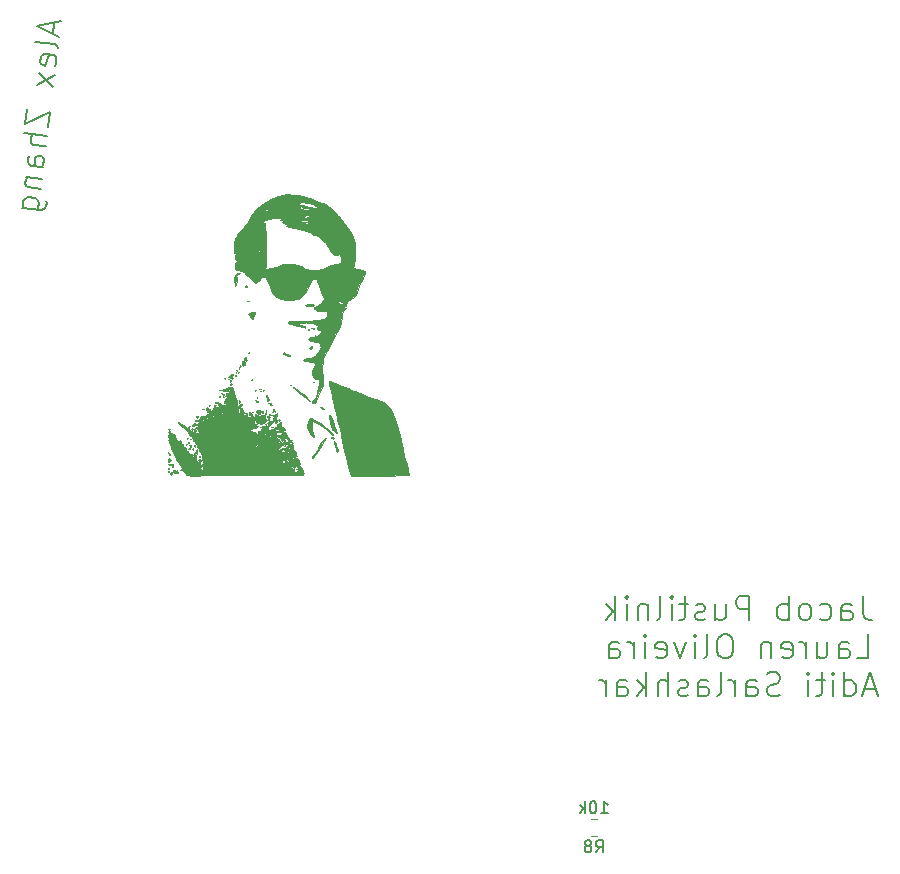
<source format=gbr>
%TF.GenerationSoftware,KiCad,Pcbnew,(6.0.7)*%
%TF.CreationDate,2023-02-04T14:26:28-06:00*%
%TF.ProjectId,ControlsSim,436f6e74-726f-46c7-9353-696d2e6b6963,rev?*%
%TF.SameCoordinates,Original*%
%TF.FileFunction,Legend,Bot*%
%TF.FilePolarity,Positive*%
%FSLAX46Y46*%
G04 Gerber Fmt 4.6, Leading zero omitted, Abs format (unit mm)*
G04 Created by KiCad (PCBNEW (6.0.7)) date 2023-02-04 14:26:28*
%MOMM*%
%LPD*%
G01*
G04 APERTURE LIST*
%ADD10C,0.150000*%
%ADD11C,0.120000*%
%ADD12C,0.010000*%
G04 APERTURE END LIST*
D10*
X128305803Y-71850253D02*
X128189737Y-72795535D01*
X128896185Y-71730837D02*
X126829847Y-72148795D01*
X128733693Y-73054231D01*
X128617627Y-73999514D02*
X128546312Y-73798851D01*
X128368862Y-73681109D01*
X126667354Y-73472190D01*
X128337393Y-75500358D02*
X128455134Y-75322908D01*
X128501561Y-74944796D01*
X128430246Y-74744133D01*
X128252796Y-74626391D01*
X127496570Y-74533538D01*
X127295907Y-74604853D01*
X127178166Y-74782303D01*
X127131740Y-75160416D01*
X127203055Y-75361079D01*
X127380504Y-75478820D01*
X127569561Y-75502034D01*
X127874683Y-74579965D01*
X128339068Y-76268190D02*
X126888001Y-77145508D01*
X127015674Y-76105698D02*
X128211396Y-77308001D01*
X125970958Y-79143883D02*
X125808466Y-80467277D01*
X127956050Y-79387621D01*
X127793558Y-80711016D01*
X127700705Y-81467242D02*
X125715613Y-81223503D01*
X127596246Y-82317996D02*
X126556435Y-82190323D01*
X126378986Y-82072582D01*
X126307671Y-81871918D01*
X126342490Y-81588334D01*
X126460232Y-81410884D01*
X126566367Y-81327962D01*
X127375720Y-84114031D02*
X126335910Y-83986359D01*
X126158460Y-83868617D01*
X126087145Y-83667954D01*
X126133572Y-83289842D01*
X126251313Y-83112392D01*
X127281192Y-84102425D02*
X127398933Y-83924975D01*
X127456966Y-83452334D01*
X127385651Y-83251671D01*
X127208202Y-83133930D01*
X127019145Y-83110716D01*
X126818482Y-83182031D01*
X126700741Y-83359481D01*
X126642708Y-83832122D01*
X126524966Y-84009572D01*
X125936259Y-84896821D02*
X127259654Y-85059314D01*
X126125316Y-84920034D02*
X126019181Y-85002956D01*
X125901440Y-85180406D01*
X125866620Y-85463990D01*
X125937935Y-85664653D01*
X126115385Y-85782395D01*
X127155195Y-85910067D01*
X125611274Y-87543611D02*
X127218254Y-87740923D01*
X127418917Y-87669608D01*
X127525052Y-87586686D01*
X127642793Y-87409237D01*
X127677613Y-87125652D01*
X127606298Y-86924989D01*
X126840141Y-87694497D02*
X126957883Y-87517047D01*
X127004309Y-87138934D01*
X126932994Y-86938271D01*
X126850072Y-86832136D01*
X126672623Y-86714395D01*
X126105453Y-86644755D01*
X125904790Y-86716070D01*
X125798655Y-86798992D01*
X125680914Y-86976442D01*
X125634488Y-87354554D01*
X125705803Y-87555217D01*
X196773809Y-120434761D02*
X196773809Y-121863333D01*
X196869047Y-122149047D01*
X197059523Y-122339523D01*
X197345238Y-122434761D01*
X197535714Y-122434761D01*
X194964285Y-122434761D02*
X194964285Y-121387142D01*
X195059523Y-121196666D01*
X195250000Y-121101428D01*
X195630952Y-121101428D01*
X195821428Y-121196666D01*
X194964285Y-122339523D02*
X195154761Y-122434761D01*
X195630952Y-122434761D01*
X195821428Y-122339523D01*
X195916666Y-122149047D01*
X195916666Y-121958571D01*
X195821428Y-121768095D01*
X195630952Y-121672857D01*
X195154761Y-121672857D01*
X194964285Y-121577619D01*
X193154761Y-122339523D02*
X193345238Y-122434761D01*
X193726190Y-122434761D01*
X193916666Y-122339523D01*
X194011904Y-122244285D01*
X194107142Y-122053809D01*
X194107142Y-121482380D01*
X194011904Y-121291904D01*
X193916666Y-121196666D01*
X193726190Y-121101428D01*
X193345238Y-121101428D01*
X193154761Y-121196666D01*
X192011904Y-122434761D02*
X192202380Y-122339523D01*
X192297619Y-122244285D01*
X192392857Y-122053809D01*
X192392857Y-121482380D01*
X192297619Y-121291904D01*
X192202380Y-121196666D01*
X192011904Y-121101428D01*
X191726190Y-121101428D01*
X191535714Y-121196666D01*
X191440476Y-121291904D01*
X191345238Y-121482380D01*
X191345238Y-122053809D01*
X191440476Y-122244285D01*
X191535714Y-122339523D01*
X191726190Y-122434761D01*
X192011904Y-122434761D01*
X190488095Y-122434761D02*
X190488095Y-120434761D01*
X190488095Y-121196666D02*
X190297619Y-121101428D01*
X189916666Y-121101428D01*
X189726190Y-121196666D01*
X189630952Y-121291904D01*
X189535714Y-121482380D01*
X189535714Y-122053809D01*
X189630952Y-122244285D01*
X189726190Y-122339523D01*
X189916666Y-122434761D01*
X190297619Y-122434761D01*
X190488095Y-122339523D01*
X187154761Y-122434761D02*
X187154761Y-120434761D01*
X186392857Y-120434761D01*
X186202380Y-120530000D01*
X186107142Y-120625238D01*
X186011904Y-120815714D01*
X186011904Y-121101428D01*
X186107142Y-121291904D01*
X186202380Y-121387142D01*
X186392857Y-121482380D01*
X187154761Y-121482380D01*
X184297619Y-121101428D02*
X184297619Y-122434761D01*
X185154761Y-121101428D02*
X185154761Y-122149047D01*
X185059523Y-122339523D01*
X184869047Y-122434761D01*
X184583333Y-122434761D01*
X184392857Y-122339523D01*
X184297619Y-122244285D01*
X183440476Y-122339523D02*
X183250000Y-122434761D01*
X182869047Y-122434761D01*
X182678571Y-122339523D01*
X182583333Y-122149047D01*
X182583333Y-122053809D01*
X182678571Y-121863333D01*
X182869047Y-121768095D01*
X183154761Y-121768095D01*
X183345238Y-121672857D01*
X183440476Y-121482380D01*
X183440476Y-121387142D01*
X183345238Y-121196666D01*
X183154761Y-121101428D01*
X182869047Y-121101428D01*
X182678571Y-121196666D01*
X182011904Y-121101428D02*
X181250000Y-121101428D01*
X181726190Y-120434761D02*
X181726190Y-122149047D01*
X181630952Y-122339523D01*
X181440476Y-122434761D01*
X181250000Y-122434761D01*
X180583333Y-122434761D02*
X180583333Y-121101428D01*
X180583333Y-120434761D02*
X180678571Y-120530000D01*
X180583333Y-120625238D01*
X180488095Y-120530000D01*
X180583333Y-120434761D01*
X180583333Y-120625238D01*
X179345238Y-122434761D02*
X179535714Y-122339523D01*
X179630952Y-122149047D01*
X179630952Y-120434761D01*
X178583333Y-121101428D02*
X178583333Y-122434761D01*
X178583333Y-121291904D02*
X178488095Y-121196666D01*
X178297619Y-121101428D01*
X178011904Y-121101428D01*
X177821428Y-121196666D01*
X177726190Y-121387142D01*
X177726190Y-122434761D01*
X176773809Y-122434761D02*
X176773809Y-121101428D01*
X176773809Y-120434761D02*
X176869047Y-120530000D01*
X176773809Y-120625238D01*
X176678571Y-120530000D01*
X176773809Y-120434761D01*
X176773809Y-120625238D01*
X175821428Y-122434761D02*
X175821428Y-120434761D01*
X175630952Y-121672857D02*
X175059523Y-122434761D01*
X175059523Y-121101428D02*
X175821428Y-121863333D01*
X196250000Y-125654761D02*
X197202380Y-125654761D01*
X197202380Y-123654761D01*
X194726190Y-125654761D02*
X194726190Y-124607142D01*
X194821428Y-124416666D01*
X195011904Y-124321428D01*
X195392857Y-124321428D01*
X195583333Y-124416666D01*
X194726190Y-125559523D02*
X194916666Y-125654761D01*
X195392857Y-125654761D01*
X195583333Y-125559523D01*
X195678571Y-125369047D01*
X195678571Y-125178571D01*
X195583333Y-124988095D01*
X195392857Y-124892857D01*
X194916666Y-124892857D01*
X194726190Y-124797619D01*
X192916666Y-124321428D02*
X192916666Y-125654761D01*
X193773809Y-124321428D02*
X193773809Y-125369047D01*
X193678571Y-125559523D01*
X193488095Y-125654761D01*
X193202380Y-125654761D01*
X193011904Y-125559523D01*
X192916666Y-125464285D01*
X191964285Y-125654761D02*
X191964285Y-124321428D01*
X191964285Y-124702380D02*
X191869047Y-124511904D01*
X191773809Y-124416666D01*
X191583333Y-124321428D01*
X191392857Y-124321428D01*
X189964285Y-125559523D02*
X190154761Y-125654761D01*
X190535714Y-125654761D01*
X190726190Y-125559523D01*
X190821428Y-125369047D01*
X190821428Y-124607142D01*
X190726190Y-124416666D01*
X190535714Y-124321428D01*
X190154761Y-124321428D01*
X189964285Y-124416666D01*
X189869047Y-124607142D01*
X189869047Y-124797619D01*
X190821428Y-124988095D01*
X189011904Y-124321428D02*
X189011904Y-125654761D01*
X189011904Y-124511904D02*
X188916666Y-124416666D01*
X188726190Y-124321428D01*
X188440476Y-124321428D01*
X188250000Y-124416666D01*
X188154761Y-124607142D01*
X188154761Y-125654761D01*
X185297619Y-123654761D02*
X184916666Y-123654761D01*
X184726190Y-123750000D01*
X184535714Y-123940476D01*
X184440476Y-124321428D01*
X184440476Y-124988095D01*
X184535714Y-125369047D01*
X184726190Y-125559523D01*
X184916666Y-125654761D01*
X185297619Y-125654761D01*
X185488095Y-125559523D01*
X185678571Y-125369047D01*
X185773809Y-124988095D01*
X185773809Y-124321428D01*
X185678571Y-123940476D01*
X185488095Y-123750000D01*
X185297619Y-123654761D01*
X183297619Y-125654761D02*
X183488095Y-125559523D01*
X183583333Y-125369047D01*
X183583333Y-123654761D01*
X182535714Y-125654761D02*
X182535714Y-124321428D01*
X182535714Y-123654761D02*
X182630952Y-123750000D01*
X182535714Y-123845238D01*
X182440476Y-123750000D01*
X182535714Y-123654761D01*
X182535714Y-123845238D01*
X181773809Y-124321428D02*
X181297619Y-125654761D01*
X180821428Y-124321428D01*
X179297619Y-125559523D02*
X179488095Y-125654761D01*
X179869047Y-125654761D01*
X180059523Y-125559523D01*
X180154761Y-125369047D01*
X180154761Y-124607142D01*
X180059523Y-124416666D01*
X179869047Y-124321428D01*
X179488095Y-124321428D01*
X179297619Y-124416666D01*
X179202380Y-124607142D01*
X179202380Y-124797619D01*
X180154761Y-124988095D01*
X178345238Y-125654761D02*
X178345238Y-124321428D01*
X178345238Y-123654761D02*
X178440476Y-123750000D01*
X178345238Y-123845238D01*
X178250000Y-123750000D01*
X178345238Y-123654761D01*
X178345238Y-123845238D01*
X177392857Y-125654761D02*
X177392857Y-124321428D01*
X177392857Y-124702380D02*
X177297619Y-124511904D01*
X177202380Y-124416666D01*
X177011904Y-124321428D01*
X176821428Y-124321428D01*
X175297619Y-125654761D02*
X175297619Y-124607142D01*
X175392857Y-124416666D01*
X175583333Y-124321428D01*
X175964285Y-124321428D01*
X176154761Y-124416666D01*
X175297619Y-125559523D02*
X175488095Y-125654761D01*
X175964285Y-125654761D01*
X176154761Y-125559523D01*
X176250000Y-125369047D01*
X176250000Y-125178571D01*
X176154761Y-124988095D01*
X175964285Y-124892857D01*
X175488095Y-124892857D01*
X175297619Y-124797619D01*
X197869047Y-128303333D02*
X196916666Y-128303333D01*
X198059523Y-128874761D02*
X197392857Y-126874761D01*
X196726190Y-128874761D01*
X195202380Y-128874761D02*
X195202380Y-126874761D01*
X195202380Y-128779523D02*
X195392857Y-128874761D01*
X195773809Y-128874761D01*
X195964285Y-128779523D01*
X196059523Y-128684285D01*
X196154761Y-128493809D01*
X196154761Y-127922380D01*
X196059523Y-127731904D01*
X195964285Y-127636666D01*
X195773809Y-127541428D01*
X195392857Y-127541428D01*
X195202380Y-127636666D01*
X194250000Y-128874761D02*
X194250000Y-127541428D01*
X194250000Y-126874761D02*
X194345238Y-126970000D01*
X194250000Y-127065238D01*
X194154761Y-126970000D01*
X194250000Y-126874761D01*
X194250000Y-127065238D01*
X193583333Y-127541428D02*
X192821428Y-127541428D01*
X193297619Y-126874761D02*
X193297619Y-128589047D01*
X193202380Y-128779523D01*
X193011904Y-128874761D01*
X192821428Y-128874761D01*
X192154761Y-128874761D02*
X192154761Y-127541428D01*
X192154761Y-126874761D02*
X192250000Y-126970000D01*
X192154761Y-127065238D01*
X192059523Y-126970000D01*
X192154761Y-126874761D01*
X192154761Y-127065238D01*
X189773809Y-128779523D02*
X189488095Y-128874761D01*
X189011904Y-128874761D01*
X188821428Y-128779523D01*
X188726190Y-128684285D01*
X188630952Y-128493809D01*
X188630952Y-128303333D01*
X188726190Y-128112857D01*
X188821428Y-128017619D01*
X189011904Y-127922380D01*
X189392857Y-127827142D01*
X189583333Y-127731904D01*
X189678571Y-127636666D01*
X189773809Y-127446190D01*
X189773809Y-127255714D01*
X189678571Y-127065238D01*
X189583333Y-126970000D01*
X189392857Y-126874761D01*
X188916666Y-126874761D01*
X188630952Y-126970000D01*
X186916666Y-128874761D02*
X186916666Y-127827142D01*
X187011904Y-127636666D01*
X187202380Y-127541428D01*
X187583333Y-127541428D01*
X187773809Y-127636666D01*
X186916666Y-128779523D02*
X187107142Y-128874761D01*
X187583333Y-128874761D01*
X187773809Y-128779523D01*
X187869047Y-128589047D01*
X187869047Y-128398571D01*
X187773809Y-128208095D01*
X187583333Y-128112857D01*
X187107142Y-128112857D01*
X186916666Y-128017619D01*
X185964285Y-128874761D02*
X185964285Y-127541428D01*
X185964285Y-127922380D02*
X185869047Y-127731904D01*
X185773809Y-127636666D01*
X185583333Y-127541428D01*
X185392857Y-127541428D01*
X184440476Y-128874761D02*
X184630952Y-128779523D01*
X184726190Y-128589047D01*
X184726190Y-126874761D01*
X182821428Y-128874761D02*
X182821428Y-127827142D01*
X182916666Y-127636666D01*
X183107142Y-127541428D01*
X183488095Y-127541428D01*
X183678571Y-127636666D01*
X182821428Y-128779523D02*
X183011904Y-128874761D01*
X183488095Y-128874761D01*
X183678571Y-128779523D01*
X183773809Y-128589047D01*
X183773809Y-128398571D01*
X183678571Y-128208095D01*
X183488095Y-128112857D01*
X183011904Y-128112857D01*
X182821428Y-128017619D01*
X181964285Y-128779523D02*
X181773809Y-128874761D01*
X181392857Y-128874761D01*
X181202380Y-128779523D01*
X181107142Y-128589047D01*
X181107142Y-128493809D01*
X181202380Y-128303333D01*
X181392857Y-128208095D01*
X181678571Y-128208095D01*
X181869047Y-128112857D01*
X181964285Y-127922380D01*
X181964285Y-127827142D01*
X181869047Y-127636666D01*
X181678571Y-127541428D01*
X181392857Y-127541428D01*
X181202380Y-127636666D01*
X180250000Y-128874761D02*
X180250000Y-126874761D01*
X179392857Y-128874761D02*
X179392857Y-127827142D01*
X179488095Y-127636666D01*
X179678571Y-127541428D01*
X179964285Y-127541428D01*
X180154761Y-127636666D01*
X180250000Y-127731904D01*
X178440476Y-128874761D02*
X178440476Y-126874761D01*
X178250000Y-128112857D02*
X177678571Y-128874761D01*
X177678571Y-127541428D02*
X178440476Y-128303333D01*
X175964285Y-128874761D02*
X175964285Y-127827142D01*
X176059523Y-127636666D01*
X176250000Y-127541428D01*
X176630952Y-127541428D01*
X176821428Y-127636666D01*
X175964285Y-128779523D02*
X176154761Y-128874761D01*
X176630952Y-128874761D01*
X176821428Y-128779523D01*
X176916666Y-128589047D01*
X176916666Y-128398571D01*
X176821428Y-128208095D01*
X176630952Y-128112857D01*
X176154761Y-128112857D01*
X175964285Y-128017619D01*
X175011904Y-128874761D02*
X175011904Y-127541428D01*
X175011904Y-127922380D02*
X174916666Y-127731904D01*
X174821428Y-127636666D01*
X174630952Y-127541428D01*
X174440476Y-127541428D01*
%TO.C,R8*%
X174166666Y-142102380D02*
X174500000Y-141626190D01*
X174738095Y-142102380D02*
X174738095Y-141102380D01*
X174357142Y-141102380D01*
X174261904Y-141150000D01*
X174214285Y-141197619D01*
X174166666Y-141292857D01*
X174166666Y-141435714D01*
X174214285Y-141530952D01*
X174261904Y-141578571D01*
X174357142Y-141626190D01*
X174738095Y-141626190D01*
X173595238Y-141530952D02*
X173690476Y-141483333D01*
X173738095Y-141435714D01*
X173785714Y-141340476D01*
X173785714Y-141292857D01*
X173738095Y-141197619D01*
X173690476Y-141150000D01*
X173595238Y-141102380D01*
X173404761Y-141102380D01*
X173309523Y-141150000D01*
X173261904Y-141197619D01*
X173214285Y-141292857D01*
X173214285Y-141340476D01*
X173261904Y-141435714D01*
X173309523Y-141483333D01*
X173404761Y-141530952D01*
X173595238Y-141530952D01*
X173690476Y-141578571D01*
X173738095Y-141626190D01*
X173785714Y-141721428D01*
X173785714Y-141911904D01*
X173738095Y-142007142D01*
X173690476Y-142054761D01*
X173595238Y-142102380D01*
X173404761Y-142102380D01*
X173309523Y-142054761D01*
X173261904Y-142007142D01*
X173214285Y-141911904D01*
X173214285Y-141721428D01*
X173261904Y-141626190D01*
X173309523Y-141578571D01*
X173404761Y-141530952D01*
X174595238Y-138802380D02*
X175166666Y-138802380D01*
X174880952Y-138802380D02*
X174880952Y-137802380D01*
X174976190Y-137945238D01*
X175071428Y-138040476D01*
X175166666Y-138088095D01*
X173976190Y-137802380D02*
X173880952Y-137802380D01*
X173785714Y-137850000D01*
X173738095Y-137897619D01*
X173690476Y-137992857D01*
X173642857Y-138183333D01*
X173642857Y-138421428D01*
X173690476Y-138611904D01*
X173738095Y-138707142D01*
X173785714Y-138754761D01*
X173880952Y-138802380D01*
X173976190Y-138802380D01*
X174071428Y-138754761D01*
X174119047Y-138707142D01*
X174166666Y-138611904D01*
X174214285Y-138421428D01*
X174214285Y-138183333D01*
X174166666Y-137992857D01*
X174119047Y-137897619D01*
X174071428Y-137850000D01*
X173976190Y-137802380D01*
X173214285Y-138802380D02*
X173214285Y-137802380D01*
X173119047Y-138421428D02*
X172833333Y-138802380D01*
X172833333Y-138135714D02*
X173214285Y-138516666D01*
D11*
X173772936Y-139265000D02*
X174227064Y-139265000D01*
X173772936Y-140735000D02*
X174227064Y-140735000D01*
%TO.C,LOGO1*%
G36*
X139898334Y-107101666D02*
G01*
X139908268Y-107120766D01*
X139856000Y-107144000D01*
X139822384Y-107139417D01*
X139813667Y-107101666D01*
X139822974Y-107094066D01*
X139898334Y-107101666D01*
G37*
D12*
X139898334Y-107101666D02*
X139908268Y-107120766D01*
X139856000Y-107144000D01*
X139822384Y-107139417D01*
X139813667Y-107101666D01*
X139822974Y-107094066D01*
X139898334Y-107101666D01*
G36*
X138552716Y-109746226D02*
G01*
X138610129Y-109785626D01*
X138649500Y-109784521D01*
X138665993Y-109775415D01*
X138738086Y-109824371D01*
X138797133Y-109909145D01*
X138769199Y-109974699D01*
X138649500Y-109969750D01*
X138576649Y-109963057D01*
X138480219Y-110014791D01*
X138475189Y-110022132D01*
X138433413Y-110030601D01*
X138406597Y-109916319D01*
X138404297Y-109753939D01*
X138451703Y-109694283D01*
X138552716Y-109746226D01*
G37*
X138552716Y-109746226D02*
X138610129Y-109785626D01*
X138649500Y-109784521D01*
X138665993Y-109775415D01*
X138738086Y-109824371D01*
X138797133Y-109909145D01*
X138769199Y-109974699D01*
X138649500Y-109969750D01*
X138576649Y-109963057D01*
X138480219Y-110014791D01*
X138475189Y-110022132D01*
X138433413Y-110030601D01*
X138406597Y-109916319D01*
X138404297Y-109753939D01*
X138451703Y-109694283D01*
X138552716Y-109746226D01*
G36*
X148492000Y-107429750D02*
G01*
X148460250Y-107461500D01*
X148428500Y-107429750D01*
X148460250Y-107398000D01*
X148492000Y-107429750D01*
G37*
X148492000Y-107429750D02*
X148460250Y-107461500D01*
X148428500Y-107429750D01*
X148460250Y-107398000D01*
X148492000Y-107429750D01*
G36*
X147857000Y-107683750D02*
G01*
X147825250Y-107715500D01*
X147793500Y-107683750D01*
X147825250Y-107652000D01*
X147857000Y-107683750D01*
G37*
X147857000Y-107683750D02*
X147825250Y-107715500D01*
X147793500Y-107683750D01*
X147825250Y-107652000D01*
X147857000Y-107683750D01*
G36*
X146220685Y-105812940D02*
G01*
X146269500Y-105874000D01*
X146268772Y-105888370D01*
X146241498Y-105937500D01*
X146231312Y-105934577D01*
X146174250Y-105874000D01*
X146164328Y-105849402D01*
X146202253Y-105810500D01*
X146220685Y-105812940D01*
G37*
X146220685Y-105812940D02*
X146269500Y-105874000D01*
X146268772Y-105888370D01*
X146241498Y-105937500D01*
X146231312Y-105934577D01*
X146174250Y-105874000D01*
X146164328Y-105849402D01*
X146202253Y-105810500D01*
X146220685Y-105812940D01*
G36*
X151671127Y-105119353D02*
G01*
X151762955Y-105273032D01*
X151874335Y-105531769D01*
X152001764Y-105887852D01*
X152141738Y-106333568D01*
X152231176Y-106634386D01*
X152044338Y-106496251D01*
X152015242Y-106474554D01*
X151902969Y-106386435D01*
X151857500Y-106342890D01*
X151852183Y-106319092D01*
X151821015Y-106196817D01*
X151768168Y-105995347D01*
X151700814Y-105742179D01*
X151662760Y-105593778D01*
X151609543Y-105356486D01*
X151580235Y-105181197D01*
X151580444Y-105097933D01*
X151602356Y-105078446D01*
X151671127Y-105119353D01*
G37*
X151671127Y-105119353D02*
X151762955Y-105273032D01*
X151874335Y-105531769D01*
X152001764Y-105887852D01*
X152141738Y-106333568D01*
X152231176Y-106634386D01*
X152044338Y-106496251D01*
X152015242Y-106474554D01*
X151902969Y-106386435D01*
X151857500Y-106342890D01*
X151852183Y-106319092D01*
X151821015Y-106196817D01*
X151768168Y-105995347D01*
X151700814Y-105742179D01*
X151662760Y-105593778D01*
X151609543Y-105356486D01*
X151580235Y-105181197D01*
X151580444Y-105097933D01*
X151602356Y-105078446D01*
X151671127Y-105119353D01*
G36*
X146502334Y-105450666D02*
G01*
X146512268Y-105469766D01*
X146460000Y-105493000D01*
X146426384Y-105488417D01*
X146417667Y-105450666D01*
X146426974Y-105443066D01*
X146502334Y-105450666D01*
G37*
X146502334Y-105450666D02*
X146512268Y-105469766D01*
X146460000Y-105493000D01*
X146426384Y-105488417D01*
X146417667Y-105450666D01*
X146426974Y-105443066D01*
X146502334Y-105450666D01*
G36*
X138014500Y-109620500D02*
G01*
X138009918Y-109654116D01*
X137972167Y-109662833D01*
X137964567Y-109653526D01*
X137972167Y-109578166D01*
X137991267Y-109568232D01*
X138014500Y-109620500D01*
G37*
X138014500Y-109620500D02*
X138009918Y-109654116D01*
X137972167Y-109662833D01*
X137964567Y-109653526D01*
X137972167Y-109578166D01*
X137991267Y-109568232D01*
X138014500Y-109620500D01*
G36*
X143920000Y-101460750D02*
G01*
X143888250Y-101492500D01*
X143856500Y-101460750D01*
X143888250Y-101429000D01*
X143920000Y-101460750D01*
G37*
X143920000Y-101460750D02*
X143888250Y-101492500D01*
X143856500Y-101460750D01*
X143888250Y-101429000D01*
X143920000Y-101460750D01*
G36*
X151000250Y-104425054D02*
G01*
X151107757Y-104488208D01*
X151159000Y-104550692D01*
X151153747Y-104582529D01*
X151098483Y-104597590D01*
X150964326Y-104538265D01*
X150911020Y-104505628D01*
X150843938Y-104430085D01*
X150876782Y-104393454D01*
X151000250Y-104425054D01*
G37*
X151000250Y-104425054D02*
X151107757Y-104488208D01*
X151159000Y-104550692D01*
X151153747Y-104582529D01*
X151098483Y-104597590D01*
X150964326Y-104538265D01*
X150911020Y-104505628D01*
X150843938Y-104430085D01*
X150876782Y-104393454D01*
X151000250Y-104425054D01*
G36*
X138089907Y-106275122D02*
G01*
X138119299Y-106297978D01*
X138051542Y-106313486D01*
X137987137Y-106308996D01*
X137968198Y-106280135D01*
X137990664Y-106267552D01*
X138089907Y-106275122D01*
G37*
X138089907Y-106275122D02*
X138119299Y-106297978D01*
X138051542Y-106313486D01*
X137987137Y-106308996D01*
X137968198Y-106280135D01*
X137990664Y-106267552D01*
X138089907Y-106275122D01*
G36*
X146425734Y-105159477D02*
G01*
X146532681Y-105195238D01*
X146587000Y-105250819D01*
X146558000Y-105286171D01*
X146461739Y-105291555D01*
X146352472Y-105259448D01*
X146287833Y-105199699D01*
X146307499Y-105157363D01*
X146425734Y-105159477D01*
G37*
X146425734Y-105159477D02*
X146532681Y-105195238D01*
X146587000Y-105250819D01*
X146558000Y-105286171D01*
X146461739Y-105291555D01*
X146352472Y-105259448D01*
X146287833Y-105199699D01*
X146307499Y-105157363D01*
X146425734Y-105159477D01*
G36*
X144237500Y-104508750D02*
G01*
X144205750Y-104540500D01*
X144174000Y-104508750D01*
X144205750Y-104477000D01*
X144237500Y-104508750D01*
G37*
X144237500Y-104508750D02*
X144205750Y-104540500D01*
X144174000Y-104508750D01*
X144205750Y-104477000D01*
X144237500Y-104508750D01*
G36*
X145126500Y-104826250D02*
G01*
X145094750Y-104858000D01*
X145063000Y-104826250D01*
X145094750Y-104794500D01*
X145126500Y-104826250D01*
G37*
X145126500Y-104826250D02*
X145094750Y-104858000D01*
X145063000Y-104826250D01*
X145094750Y-104794500D01*
X145126500Y-104826250D01*
G36*
X146269500Y-104699250D02*
G01*
X146237750Y-104731000D01*
X146206000Y-104699250D01*
X146237750Y-104667500D01*
X146269500Y-104699250D01*
G37*
X146269500Y-104699250D02*
X146237750Y-104731000D01*
X146206000Y-104699250D01*
X146237750Y-104667500D01*
X146269500Y-104699250D01*
G36*
X144527732Y-100210978D02*
G01*
X144524981Y-100391017D01*
X144522526Y-100446546D01*
X144493152Y-100689579D01*
X144438437Y-100816589D01*
X144360113Y-100823038D01*
X144334065Y-100815483D01*
X144299070Y-100869627D01*
X144284043Y-100900915D01*
X144231697Y-100840343D01*
X144211105Y-100791622D01*
X144199934Y-100652992D01*
X144235010Y-100529732D01*
X144305280Y-100476500D01*
X144328474Y-100469822D01*
X144364500Y-100393386D01*
X144381151Y-100321558D01*
X144450290Y-100192949D01*
X144478188Y-100157328D01*
X144514446Y-100139215D01*
X144527732Y-100210978D01*
G37*
X144527732Y-100210978D02*
X144524981Y-100391017D01*
X144522526Y-100446546D01*
X144493152Y-100689579D01*
X144438437Y-100816589D01*
X144360113Y-100823038D01*
X144334065Y-100815483D01*
X144299070Y-100869627D01*
X144284043Y-100900915D01*
X144231697Y-100840343D01*
X144211105Y-100791622D01*
X144199934Y-100652992D01*
X144235010Y-100529732D01*
X144305280Y-100476500D01*
X144328474Y-100469822D01*
X144364500Y-100393386D01*
X144381151Y-100321558D01*
X144450290Y-100192949D01*
X144478188Y-100157328D01*
X144514446Y-100139215D01*
X144527732Y-100210978D01*
G36*
X144015250Y-93049823D02*
G01*
X143863621Y-93166414D01*
X143781533Y-93241286D01*
X143738915Y-93348749D01*
X143756115Y-93518206D01*
X143767614Y-93733582D01*
X143726791Y-93975959D01*
X143713363Y-94015104D01*
X143654302Y-94138582D01*
X143609790Y-94137219D01*
X143579464Y-94010533D01*
X143562963Y-93758044D01*
X143569637Y-93527590D01*
X143625015Y-93269835D01*
X143728565Y-93105334D01*
X143874006Y-93048411D01*
X144015250Y-93049823D01*
G37*
X144015250Y-93049823D02*
X143863621Y-93166414D01*
X143781533Y-93241286D01*
X143738915Y-93348749D01*
X143756115Y-93518206D01*
X143767614Y-93733582D01*
X143726791Y-93975959D01*
X143713363Y-94015104D01*
X143654302Y-94138582D01*
X143609790Y-94137219D01*
X143579464Y-94010533D01*
X143562963Y-93758044D01*
X143569637Y-93527590D01*
X143625015Y-93269835D01*
X143728565Y-93105334D01*
X143874006Y-93048411D01*
X144015250Y-93049823D01*
G36*
X147095000Y-106096250D02*
G01*
X147063250Y-106128000D01*
X147031500Y-106096250D01*
X147063250Y-106064500D01*
X147095000Y-106096250D01*
G37*
X147095000Y-106096250D02*
X147063250Y-106128000D01*
X147031500Y-106096250D01*
X147063250Y-106064500D01*
X147095000Y-106096250D01*
G36*
X138273546Y-109208313D02*
G01*
X138351766Y-109255506D01*
X138377248Y-109380605D01*
X138369344Y-109498695D01*
X138329623Y-109523780D01*
X138304278Y-109499489D01*
X138268500Y-109390754D01*
X138260850Y-109348259D01*
X138210731Y-109331208D01*
X138208800Y-109332352D01*
X138111873Y-109341262D01*
X138002814Y-109305956D01*
X137951187Y-109248581D01*
X137951753Y-109245578D01*
X138016998Y-109217477D01*
X138157562Y-109203702D01*
X138273546Y-109208313D01*
G37*
X138273546Y-109208313D02*
X138351766Y-109255506D01*
X138377248Y-109380605D01*
X138369344Y-109498695D01*
X138329623Y-109523780D01*
X138304278Y-109499489D01*
X138268500Y-109390754D01*
X138260850Y-109348259D01*
X138210731Y-109331208D01*
X138208800Y-109332352D01*
X138111873Y-109341262D01*
X138002814Y-109305956D01*
X137951187Y-109248581D01*
X137951753Y-109245578D01*
X138016998Y-109217477D01*
X138157562Y-109203702D01*
X138273546Y-109208313D01*
G36*
X139792500Y-107902252D02*
G01*
X139790060Y-107920684D01*
X139729000Y-107969500D01*
X139714630Y-107968771D01*
X139665500Y-107941497D01*
X139668423Y-107931311D01*
X139729000Y-107874250D01*
X139753598Y-107864327D01*
X139792500Y-107902252D01*
G37*
X139792500Y-107902252D02*
X139790060Y-107920684D01*
X139729000Y-107969500D01*
X139714630Y-107968771D01*
X139665500Y-107941497D01*
X139668423Y-107931311D01*
X139729000Y-107874250D01*
X139753598Y-107864327D01*
X139792500Y-107902252D01*
G36*
X139998179Y-106193345D02*
G01*
X140046500Y-106255000D01*
X140044655Y-106270178D01*
X139983000Y-106318500D01*
X139967822Y-106316654D01*
X139919500Y-106255000D01*
X139921346Y-106239821D01*
X139983000Y-106191500D01*
X139998179Y-106193345D01*
G37*
X139998179Y-106193345D02*
X140046500Y-106255000D01*
X140044655Y-106270178D01*
X139983000Y-106318500D01*
X139967822Y-106316654D01*
X139919500Y-106255000D01*
X139921346Y-106239821D01*
X139983000Y-106191500D01*
X139998179Y-106193345D01*
G36*
X143437767Y-101624756D02*
G01*
X143453115Y-101664557D01*
X143389198Y-101773506D01*
X143373888Y-101797472D01*
X143326832Y-101906819D01*
X143366020Y-101958993D01*
X143406740Y-101980304D01*
X143368911Y-101995486D01*
X143317905Y-101985806D01*
X143209594Y-101916022D01*
X143151597Y-101875691D01*
X143030434Y-101856602D01*
X143020276Y-101858649D01*
X143010052Y-101831428D01*
X143085660Y-101750580D01*
X143225034Y-101659858D01*
X143362838Y-101619500D01*
X143437767Y-101624756D01*
G37*
X143437767Y-101624756D02*
X143453115Y-101664557D01*
X143389198Y-101773506D01*
X143373888Y-101797472D01*
X143326832Y-101906819D01*
X143366020Y-101958993D01*
X143406740Y-101980304D01*
X143368911Y-101995486D01*
X143317905Y-101985806D01*
X143209594Y-101916022D01*
X143151597Y-101875691D01*
X143030434Y-101856602D01*
X143020276Y-101858649D01*
X143010052Y-101831428D01*
X143085660Y-101750580D01*
X143225034Y-101659858D01*
X143362838Y-101619500D01*
X143437767Y-101624756D01*
G36*
X138143261Y-108785384D02*
G01*
X138183908Y-108862683D01*
X138104715Y-108981982D01*
X138068741Y-109018245D01*
X137984273Y-109092771D01*
X137954554Y-109065931D01*
X137951000Y-108927618D01*
X137971946Y-108794432D01*
X138044413Y-108756447D01*
X138143261Y-108785384D01*
G37*
X138143261Y-108785384D02*
X138183908Y-108862683D01*
X138104715Y-108981982D01*
X138068741Y-109018245D01*
X137984273Y-109092771D01*
X137954554Y-109065931D01*
X137951000Y-108927618D01*
X137971946Y-108794432D01*
X138044413Y-108756447D01*
X138143261Y-108785384D01*
G36*
X139792500Y-106032750D02*
G01*
X139760750Y-106064500D01*
X139729000Y-106032750D01*
X139760750Y-106001000D01*
X139792500Y-106032750D01*
G37*
X139792500Y-106032750D02*
X139760750Y-106064500D01*
X139729000Y-106032750D01*
X139760750Y-106001000D01*
X139792500Y-106032750D01*
G36*
X146311834Y-103418666D02*
G01*
X146321768Y-103437766D01*
X146269500Y-103461000D01*
X146235884Y-103456417D01*
X146227167Y-103418666D01*
X146236474Y-103411066D01*
X146311834Y-103418666D01*
G37*
X146311834Y-103418666D02*
X146321768Y-103437766D01*
X146269500Y-103461000D01*
X146235884Y-103456417D01*
X146227167Y-103418666D01*
X146236474Y-103411066D01*
X146311834Y-103418666D01*
G36*
X146495461Y-103731333D02*
G01*
X146518054Y-103796227D01*
X146444125Y-103859889D01*
X146414136Y-103867936D01*
X146316090Y-103860793D01*
X146289048Y-103812981D01*
X146334331Y-103747006D01*
X146431998Y-103715000D01*
X146495461Y-103731333D01*
G37*
X146495461Y-103731333D02*
X146518054Y-103796227D01*
X146444125Y-103859889D01*
X146414136Y-103867936D01*
X146316090Y-103860793D01*
X146289048Y-103812981D01*
X146334331Y-103747006D01*
X146431998Y-103715000D01*
X146495461Y-103731333D01*
G36*
X147618179Y-107145845D02*
G01*
X147666500Y-107207500D01*
X147664655Y-107222678D01*
X147603000Y-107271000D01*
X147587822Y-107269154D01*
X147539500Y-107207500D01*
X147541346Y-107192321D01*
X147603000Y-107144000D01*
X147618179Y-107145845D01*
G37*
X147618179Y-107145845D02*
X147666500Y-107207500D01*
X147664655Y-107222678D01*
X147603000Y-107271000D01*
X147587822Y-107269154D01*
X147539500Y-107207500D01*
X147541346Y-107192321D01*
X147603000Y-107144000D01*
X147618179Y-107145845D01*
G36*
X146650500Y-104096000D02*
G01*
X146681120Y-104149972D01*
X146713028Y-104242622D01*
X146708767Y-104258960D01*
X146650500Y-104254750D01*
X146620330Y-104222942D01*
X146587973Y-104108127D01*
X146588188Y-104093687D01*
X146601185Y-104036493D01*
X146650500Y-104096000D01*
G37*
X146650500Y-104096000D02*
X146681120Y-104149972D01*
X146713028Y-104242622D01*
X146708767Y-104258960D01*
X146650500Y-104254750D01*
X146620330Y-104222942D01*
X146587973Y-104108127D01*
X146588188Y-104093687D01*
X146601185Y-104036493D01*
X146650500Y-104096000D01*
G36*
X140947407Y-104560622D02*
G01*
X140976799Y-104583478D01*
X140909042Y-104598986D01*
X140844637Y-104594496D01*
X140825698Y-104565635D01*
X140848164Y-104553052D01*
X140947407Y-104560622D01*
G37*
X140947407Y-104560622D02*
X140976799Y-104583478D01*
X140909042Y-104598986D01*
X140844637Y-104594496D01*
X140825698Y-104565635D01*
X140848164Y-104553052D01*
X140947407Y-104560622D01*
G36*
X146460000Y-104064250D02*
G01*
X146428250Y-104096000D01*
X146396500Y-104064250D01*
X146428250Y-104032500D01*
X146460000Y-104064250D01*
G37*
X146460000Y-104064250D02*
X146428250Y-104096000D01*
X146396500Y-104064250D01*
X146428250Y-104032500D01*
X146460000Y-104064250D01*
G36*
X143819716Y-101243485D02*
G01*
X143824750Y-101302000D01*
X143811717Y-101321003D01*
X143757503Y-101365500D01*
X143751166Y-101363849D01*
X143729500Y-101302000D01*
X143732085Y-101284595D01*
X143796748Y-101238500D01*
X143819716Y-101243485D01*
G37*
X143819716Y-101243485D02*
X143824750Y-101302000D01*
X143811717Y-101321003D01*
X143757503Y-101365500D01*
X143751166Y-101363849D01*
X143729500Y-101302000D01*
X143732085Y-101284595D01*
X143796748Y-101238500D01*
X143819716Y-101243485D01*
G36*
X149931334Y-87670666D02*
G01*
X149941268Y-87689766D01*
X149889000Y-87713000D01*
X149855384Y-87708417D01*
X149846667Y-87670666D01*
X149855974Y-87663066D01*
X149931334Y-87670666D01*
G37*
X149931334Y-87670666D02*
X149941268Y-87689766D01*
X149889000Y-87713000D01*
X149855384Y-87708417D01*
X149846667Y-87670666D01*
X149855974Y-87663066D01*
X149931334Y-87670666D01*
G36*
X146221179Y-104859845D02*
G01*
X146269500Y-104921500D01*
X146267655Y-104936678D01*
X146206000Y-104985000D01*
X146190822Y-104983154D01*
X146142500Y-104921500D01*
X146144346Y-104906321D01*
X146206000Y-104858000D01*
X146221179Y-104859845D01*
G37*
X146221179Y-104859845D02*
X146269500Y-104921500D01*
X146267655Y-104936678D01*
X146206000Y-104985000D01*
X146190822Y-104983154D01*
X146142500Y-104921500D01*
X146144346Y-104906321D01*
X146206000Y-104858000D01*
X146221179Y-104859845D01*
G36*
X143729500Y-101492500D02*
G01*
X143724918Y-101526116D01*
X143687167Y-101534833D01*
X143679567Y-101525526D01*
X143687167Y-101450166D01*
X143706267Y-101440232D01*
X143729500Y-101492500D01*
G37*
X143729500Y-101492500D02*
X143724918Y-101526116D01*
X143687167Y-101534833D01*
X143679567Y-101525526D01*
X143687167Y-101450166D01*
X143706267Y-101440232D01*
X143729500Y-101492500D01*
G36*
X140635342Y-108522247D02*
G01*
X140681500Y-108608247D01*
X140679683Y-108622424D01*
X140618000Y-108668000D01*
X140587654Y-108655884D01*
X140554500Y-108569002D01*
X140563638Y-108523645D01*
X140618000Y-108509250D01*
X140635342Y-108522247D01*
G37*
X140635342Y-108522247D02*
X140681500Y-108608247D01*
X140679683Y-108622424D01*
X140618000Y-108668000D01*
X140587654Y-108655884D01*
X140554500Y-108569002D01*
X140563638Y-108523645D01*
X140618000Y-108509250D01*
X140635342Y-108522247D01*
G36*
X146345038Y-103531429D02*
G01*
X146396500Y-103586007D01*
X146383017Y-103612283D01*
X146301250Y-103610963D01*
X146255655Y-103590401D01*
X146206000Y-103549456D01*
X146216528Y-103538085D01*
X146301250Y-103524500D01*
X146345038Y-103531429D01*
G37*
X146345038Y-103531429D02*
X146396500Y-103586007D01*
X146383017Y-103612283D01*
X146301250Y-103610963D01*
X146255655Y-103590401D01*
X146206000Y-103549456D01*
X146216528Y-103538085D01*
X146301250Y-103524500D01*
X146345038Y-103531429D01*
G36*
X142777000Y-101968750D02*
G01*
X142745250Y-102000500D01*
X142713500Y-101968750D01*
X142745250Y-101937000D01*
X142777000Y-101968750D01*
G37*
X142777000Y-101968750D02*
X142745250Y-102000500D01*
X142713500Y-101968750D01*
X142745250Y-101937000D01*
X142777000Y-101968750D01*
G36*
X143316110Y-102443964D02*
G01*
X143322400Y-102477257D01*
X143256998Y-102508500D01*
X143224938Y-102507257D01*
X143160807Y-102477262D01*
X143217113Y-102415961D01*
X143240009Y-102407332D01*
X143316110Y-102443964D01*
G37*
X143316110Y-102443964D02*
X143322400Y-102477257D01*
X143256998Y-102508500D01*
X143224938Y-102507257D01*
X143160807Y-102477262D01*
X143217113Y-102415961D01*
X143240009Y-102407332D01*
X143316110Y-102443964D01*
G36*
X140084609Y-107859441D02*
G01*
X140096284Y-107884538D01*
X140072983Y-107978022D01*
X140031484Y-108026078D01*
X139996510Y-107978278D01*
X139988727Y-107919224D01*
X140021834Y-107849014D01*
X140084609Y-107859441D01*
G37*
X140084609Y-107859441D02*
X140096284Y-107884538D01*
X140072983Y-107978022D01*
X140031484Y-108026078D01*
X139996510Y-107978278D01*
X139988727Y-107919224D01*
X140021834Y-107849014D01*
X140084609Y-107859441D01*
G36*
X144809000Y-99809750D02*
G01*
X144777250Y-99841500D01*
X144745500Y-99809750D01*
X144777250Y-99778000D01*
X144809000Y-99809750D01*
G37*
X144809000Y-99809750D02*
X144777250Y-99841500D01*
X144745500Y-99809750D01*
X144777250Y-99778000D01*
X144809000Y-99809750D01*
G36*
X140454079Y-105127898D02*
G01*
X140491000Y-105201958D01*
X140477933Y-105251372D01*
X140390459Y-105302500D01*
X140321076Y-105265846D01*
X140331738Y-105189756D01*
X140415594Y-105126552D01*
X140454079Y-105127898D01*
G37*
X140454079Y-105127898D02*
X140491000Y-105201958D01*
X140477933Y-105251372D01*
X140390459Y-105302500D01*
X140321076Y-105265846D01*
X140331738Y-105189756D01*
X140415594Y-105126552D01*
X140454079Y-105127898D01*
G36*
X142359216Y-103465985D02*
G01*
X142364250Y-103524500D01*
X142351217Y-103543503D01*
X142297003Y-103588000D01*
X142290666Y-103586349D01*
X142269000Y-103524500D01*
X142271585Y-103507095D01*
X142336248Y-103461000D01*
X142359216Y-103465985D01*
G37*
X142359216Y-103465985D02*
X142364250Y-103524500D01*
X142351217Y-103543503D01*
X142297003Y-103588000D01*
X142290666Y-103586349D01*
X142269000Y-103524500D01*
X142271585Y-103507095D01*
X142336248Y-103461000D01*
X142359216Y-103465985D01*
G36*
X150211129Y-97690748D02*
G01*
X150301750Y-97746000D01*
X150314874Y-97792771D01*
X150259344Y-97802094D01*
X150143000Y-97746000D01*
X150130222Y-97737647D01*
X150084063Y-97693748D01*
X150155128Y-97683472D01*
X150211129Y-97690748D01*
G37*
X150211129Y-97690748D02*
X150301750Y-97746000D01*
X150314874Y-97792771D01*
X150259344Y-97802094D01*
X150143000Y-97746000D01*
X150130222Y-97737647D01*
X150084063Y-97693748D01*
X150155128Y-97683472D01*
X150211129Y-97690748D01*
G36*
X145825000Y-103048250D02*
G01*
X145793250Y-103080000D01*
X145761500Y-103048250D01*
X145793250Y-103016500D01*
X145825000Y-103048250D01*
G37*
X145825000Y-103048250D02*
X145793250Y-103080000D01*
X145761500Y-103048250D01*
X145793250Y-103016500D01*
X145825000Y-103048250D01*
G36*
X140258076Y-107638332D02*
G01*
X140266039Y-107719887D01*
X140249411Y-107744246D01*
X140194427Y-107771749D01*
X140173500Y-107680002D01*
X140182814Y-107634686D01*
X140238036Y-107620890D01*
X140258076Y-107638332D01*
G37*
X140258076Y-107638332D02*
X140266039Y-107719887D01*
X140249411Y-107744246D01*
X140194427Y-107771749D01*
X140173500Y-107680002D01*
X140182814Y-107634686D01*
X140238036Y-107620890D01*
X140258076Y-107638332D01*
G36*
X150113883Y-95669498D02*
G01*
X150276208Y-95731894D01*
X150307575Y-95765314D01*
X150280037Y-95793535D01*
X150160321Y-95809340D01*
X149931047Y-95817016D01*
X149905509Y-95817445D01*
X149688169Y-95818033D01*
X149577655Y-95807898D01*
X149555591Y-95782586D01*
X149603601Y-95737641D01*
X149694074Y-95692974D01*
X149898598Y-95656706D01*
X150113883Y-95669498D01*
G37*
X150113883Y-95669498D02*
X150276208Y-95731894D01*
X150307575Y-95765314D01*
X150280037Y-95793535D01*
X150160321Y-95809340D01*
X149931047Y-95817016D01*
X149905509Y-95817445D01*
X149688169Y-95818033D01*
X149577655Y-95807898D01*
X149555591Y-95782586D01*
X149603601Y-95737641D01*
X149694074Y-95692974D01*
X149898598Y-95656706D01*
X150113883Y-95669498D01*
G36*
X145777375Y-102847445D02*
G01*
X145788147Y-102869494D01*
X145698000Y-102879473D01*
X145610648Y-102870622D01*
X145618625Y-102847445D01*
X145647369Y-102839058D01*
X145777375Y-102847445D01*
G37*
X145777375Y-102847445D02*
X145788147Y-102869494D01*
X145698000Y-102879473D01*
X145610648Y-102870622D01*
X145618625Y-102847445D01*
X145647369Y-102839058D01*
X145777375Y-102847445D01*
G36*
X146057834Y-102974166D02*
G01*
X146067768Y-102993266D01*
X146015500Y-103016500D01*
X145981884Y-103011917D01*
X145973167Y-102974166D01*
X145982474Y-102966566D01*
X146057834Y-102974166D01*
G37*
X146057834Y-102974166D02*
X146067768Y-102993266D01*
X146015500Y-103016500D01*
X145981884Y-103011917D01*
X145973167Y-102974166D01*
X145982474Y-102966566D01*
X146057834Y-102974166D01*
G36*
X142572404Y-103263289D02*
G01*
X142658978Y-103331662D01*
X142677170Y-103404910D01*
X142662338Y-103426393D01*
X142625673Y-103449349D01*
X142597089Y-103408921D01*
X142520907Y-103307728D01*
X142471964Y-103241061D01*
X142473441Y-103215319D01*
X142572404Y-103263289D01*
G37*
X142572404Y-103263289D02*
X142658978Y-103331662D01*
X142677170Y-103404910D01*
X142662338Y-103426393D01*
X142625673Y-103449349D01*
X142597089Y-103408921D01*
X142520907Y-103307728D01*
X142471964Y-103241061D01*
X142473441Y-103215319D01*
X142572404Y-103263289D01*
G36*
X151303788Y-106999871D02*
G01*
X151298494Y-107047552D01*
X151254736Y-107143684D01*
X151165862Y-107299540D01*
X151025219Y-107526388D01*
X150826157Y-107835502D01*
X150562022Y-108238152D01*
X150518768Y-108303312D01*
X150347121Y-108549296D01*
X150230499Y-108689908D01*
X150164070Y-108730188D01*
X150143000Y-108675176D01*
X150165213Y-108619122D01*
X150244523Y-108484215D01*
X150361545Y-108310051D01*
X150442212Y-108191985D01*
X150609123Y-107929407D01*
X150750187Y-107686654D01*
X150825900Y-107552678D01*
X150974302Y-107319579D01*
X151113609Y-107134177D01*
X151226919Y-107017919D01*
X151297334Y-106992254D01*
X151303788Y-106999871D01*
G37*
X151303788Y-106999871D02*
X151298494Y-107047552D01*
X151254736Y-107143684D01*
X151165862Y-107299540D01*
X151025219Y-107526388D01*
X150826157Y-107835502D01*
X150562022Y-108238152D01*
X150518768Y-108303312D01*
X150347121Y-108549296D01*
X150230499Y-108689908D01*
X150164070Y-108730188D01*
X150143000Y-108675176D01*
X150165213Y-108619122D01*
X150244523Y-108484215D01*
X150361545Y-108310051D01*
X150442212Y-108191985D01*
X150609123Y-107929407D01*
X150750187Y-107686654D01*
X150825900Y-107552678D01*
X150974302Y-107319579D01*
X151113609Y-107134177D01*
X151226919Y-107017919D01*
X151297334Y-106992254D01*
X151303788Y-106999871D01*
G36*
X145380500Y-102984750D02*
G01*
X145348750Y-103016500D01*
X145317000Y-102984750D01*
X145348750Y-102953000D01*
X145380500Y-102984750D01*
G37*
X145380500Y-102984750D02*
X145348750Y-103016500D01*
X145317000Y-102984750D01*
X145348750Y-102953000D01*
X145380500Y-102984750D01*
G36*
X148575237Y-102713562D02*
G01*
X148668137Y-102789251D01*
X148728173Y-102853472D01*
X148733050Y-102873850D01*
X148637763Y-102819625D01*
X148551846Y-102755424D01*
X148528150Y-102705183D01*
X148575237Y-102713562D01*
G37*
X148575237Y-102713562D02*
X148668137Y-102789251D01*
X148728173Y-102853472D01*
X148733050Y-102873850D01*
X148637763Y-102819625D01*
X148551846Y-102755424D01*
X148528150Y-102705183D01*
X148575237Y-102713562D01*
G36*
X151667699Y-102212990D02*
G01*
X151832797Y-102275583D01*
X152065323Y-102368974D01*
X152340245Y-102483336D01*
X152584711Y-102585335D01*
X152892917Y-102710728D01*
X153162860Y-102817215D01*
X153355349Y-102889131D01*
X153476139Y-102933099D01*
X153670936Y-103010335D01*
X153799849Y-103069645D01*
X153926961Y-103129796D01*
X154179769Y-103232260D01*
X154529908Y-103363320D01*
X154964306Y-103518107D01*
X155469890Y-103691751D01*
X155593235Y-103734127D01*
X155946677Y-103869290D01*
X156214228Y-104004121D01*
X156425502Y-104159141D01*
X156610116Y-104354872D01*
X156797686Y-104611836D01*
X156825773Y-104654953D01*
X156997250Y-104978659D01*
X157173230Y-105405306D01*
X157347312Y-105914802D01*
X157513093Y-106487052D01*
X157664172Y-107101962D01*
X157794146Y-107739439D01*
X157804964Y-107796894D01*
X157866706Y-108094150D01*
X157949785Y-108462460D01*
X158044661Y-108860468D01*
X158141797Y-109246815D01*
X158386475Y-110190501D01*
X155963363Y-110207125D01*
X155875507Y-110207725D01*
X155337214Y-110211273D01*
X154840622Y-110214333D01*
X154399945Y-110216833D01*
X154029400Y-110218700D01*
X153743203Y-110219862D01*
X153555571Y-110220246D01*
X153480719Y-110219781D01*
X153437695Y-110161308D01*
X153372261Y-109995509D01*
X153289753Y-109739828D01*
X153194712Y-109411693D01*
X153091674Y-109028531D01*
X152985181Y-108607771D01*
X152879770Y-108166841D01*
X152779980Y-107723170D01*
X152690352Y-107294185D01*
X152615422Y-106897315D01*
X152556798Y-106586325D01*
X152487401Y-106258658D01*
X152420506Y-105979003D01*
X152364840Y-105786065D01*
X152360383Y-105772998D01*
X152289481Y-105539598D01*
X152211328Y-105246261D01*
X152142047Y-104953250D01*
X152132961Y-104911673D01*
X152072440Y-104637207D01*
X151994686Y-104287456D01*
X151908745Y-103903020D01*
X151823665Y-103524500D01*
X151820865Y-103512080D01*
X151722418Y-103072400D01*
X151650301Y-102741146D01*
X151601971Y-102503453D01*
X151574888Y-102344457D01*
X151566510Y-102249293D01*
X151574297Y-102203095D01*
X151595708Y-102191000D01*
X151667699Y-102212990D01*
G37*
X151667699Y-102212990D02*
X151832797Y-102275583D01*
X152065323Y-102368974D01*
X152340245Y-102483336D01*
X152584711Y-102585335D01*
X152892917Y-102710728D01*
X153162860Y-102817215D01*
X153355349Y-102889131D01*
X153476139Y-102933099D01*
X153670936Y-103010335D01*
X153799849Y-103069645D01*
X153926961Y-103129796D01*
X154179769Y-103232260D01*
X154529908Y-103363320D01*
X154964306Y-103518107D01*
X155469890Y-103691751D01*
X155593235Y-103734127D01*
X155946677Y-103869290D01*
X156214228Y-104004121D01*
X156425502Y-104159141D01*
X156610116Y-104354872D01*
X156797686Y-104611836D01*
X156825773Y-104654953D01*
X156997250Y-104978659D01*
X157173230Y-105405306D01*
X157347312Y-105914802D01*
X157513093Y-106487052D01*
X157664172Y-107101962D01*
X157794146Y-107739439D01*
X157804964Y-107796894D01*
X157866706Y-108094150D01*
X157949785Y-108462460D01*
X158044661Y-108860468D01*
X158141797Y-109246815D01*
X158386475Y-110190501D01*
X155963363Y-110207125D01*
X155875507Y-110207725D01*
X155337214Y-110211273D01*
X154840622Y-110214333D01*
X154399945Y-110216833D01*
X154029400Y-110218700D01*
X153743203Y-110219862D01*
X153555571Y-110220246D01*
X153480719Y-110219781D01*
X153437695Y-110161308D01*
X153372261Y-109995509D01*
X153289753Y-109739828D01*
X153194712Y-109411693D01*
X153091674Y-109028531D01*
X152985181Y-108607771D01*
X152879770Y-108166841D01*
X152779980Y-107723170D01*
X152690352Y-107294185D01*
X152615422Y-106897315D01*
X152556798Y-106586325D01*
X152487401Y-106258658D01*
X152420506Y-105979003D01*
X152364840Y-105786065D01*
X152360383Y-105772998D01*
X152289481Y-105539598D01*
X152211328Y-105246261D01*
X152142047Y-104953250D01*
X152132961Y-104911673D01*
X152072440Y-104637207D01*
X151994686Y-104287456D01*
X151908745Y-103903020D01*
X151823665Y-103524500D01*
X151820865Y-103512080D01*
X151722418Y-103072400D01*
X151650301Y-102741146D01*
X151601971Y-102503453D01*
X151574888Y-102344457D01*
X151566510Y-102249293D01*
X151574297Y-102203095D01*
X151595708Y-102191000D01*
X151667699Y-102212990D01*
G36*
X143708334Y-101704166D02*
G01*
X143718268Y-101723266D01*
X143666000Y-101746500D01*
X143632384Y-101741917D01*
X143623667Y-101704166D01*
X143632974Y-101696566D01*
X143708334Y-101704166D01*
G37*
X143708334Y-101704166D02*
X143718268Y-101723266D01*
X143666000Y-101746500D01*
X143632384Y-101741917D01*
X143623667Y-101704166D01*
X143632974Y-101696566D01*
X143708334Y-101704166D01*
G36*
X145553917Y-103924995D02*
G01*
X145564835Y-103928137D01*
X145574236Y-103947464D01*
X145475750Y-103956620D01*
X145460713Y-103956707D01*
X145361306Y-103948194D01*
X145363417Y-103927348D01*
X145415594Y-103915698D01*
X145553917Y-103924995D01*
G37*
X145553917Y-103924995D02*
X145564835Y-103928137D01*
X145574236Y-103947464D01*
X145475750Y-103956620D01*
X145460713Y-103956707D01*
X145361306Y-103948194D01*
X145363417Y-103927348D01*
X145415594Y-103915698D01*
X145553917Y-103924995D01*
G36*
X151839445Y-87645188D02*
G01*
X151854032Y-87659126D01*
X152010093Y-87808250D01*
X152030976Y-87828205D01*
X152099729Y-87900289D01*
X152362986Y-88197468D01*
X152481394Y-88331134D01*
X152547564Y-88405831D01*
X152576961Y-88443250D01*
X152698425Y-88597865D01*
X152859860Y-88803359D01*
X152964122Y-88936078D01*
X153033395Y-89036321D01*
X153325151Y-89458514D01*
X153606399Y-89940622D01*
X153645472Y-90037077D01*
X153707139Y-90299617D01*
X153751292Y-90637789D01*
X153776965Y-91018577D01*
X153783194Y-91408969D01*
X153769014Y-91775949D01*
X153744115Y-91993433D01*
X153733460Y-92086505D01*
X153675568Y-92307620D01*
X153652416Y-92366268D01*
X153607061Y-92517921D01*
X153603950Y-92602822D01*
X153609265Y-92608247D01*
X153702201Y-92648813D01*
X153880554Y-92702483D01*
X154111528Y-92759157D01*
X154588001Y-92865162D01*
X154588000Y-93094863D01*
X154564547Y-93265832D01*
X154458976Y-93461905D01*
X154442043Y-93482226D01*
X154353960Y-93629449D01*
X154251064Y-93848841D01*
X154152265Y-94100997D01*
X154134877Y-94149747D01*
X154035689Y-94417160D01*
X153940510Y-94658684D01*
X153867814Y-94827157D01*
X153826168Y-94898268D01*
X153675137Y-95071067D01*
X153479673Y-95231784D01*
X153279613Y-95350301D01*
X153114790Y-95396499D01*
X153037319Y-95413019D01*
X153004278Y-95477018D01*
X153079875Y-95545969D01*
X153105752Y-95580350D01*
X153114258Y-95591653D01*
X153041767Y-95674035D01*
X152998003Y-95725459D01*
X152977656Y-95749369D01*
X152972203Y-95846586D01*
X152989995Y-95886607D01*
X152946812Y-95878813D01*
X152905427Y-95868563D01*
X152873500Y-95936249D01*
X152873501Y-95936250D01*
X152883204Y-95984670D01*
X152937000Y-95999750D01*
X152990715Y-95979454D01*
X153000851Y-96015052D01*
X152956139Y-96088938D01*
X152883466Y-96154752D01*
X152870352Y-96166629D01*
X152772194Y-96285435D01*
X152709165Y-96507750D01*
X152700933Y-96560666D01*
X152666888Y-96779519D01*
X152579879Y-97177556D01*
X152472026Y-97555557D01*
X152357223Y-97860135D01*
X152344047Y-97888443D01*
X152251565Y-98073764D01*
X152114175Y-98337071D01*
X151946311Y-98651836D01*
X151762411Y-98991530D01*
X151576910Y-99329627D01*
X151404245Y-99639597D01*
X151258852Y-99894914D01*
X151155166Y-100069048D01*
X151150099Y-100077441D01*
X151078914Y-100279402D01*
X151033224Y-100585629D01*
X151014016Y-100976914D01*
X151022279Y-101434053D01*
X151042741Y-101714750D01*
X151059002Y-101937838D01*
X151059820Y-101946147D01*
X151065457Y-102009276D01*
X151083266Y-102208762D01*
X151085825Y-102391938D01*
X151059617Y-102541402D01*
X150996761Y-102702877D01*
X150889378Y-102922088D01*
X150764695Y-103188172D01*
X150641567Y-103482625D01*
X150551911Y-103730875D01*
X150515963Y-103840803D01*
X150448795Y-104000818D01*
X150380063Y-104076764D01*
X150290154Y-104096000D01*
X150228471Y-104091387D01*
X150154110Y-104041600D01*
X150177211Y-103929603D01*
X150297986Y-103746041D01*
X150435247Y-103514384D01*
X150570011Y-103179627D01*
X150676699Y-102798593D01*
X150741349Y-102413250D01*
X150755794Y-102213973D01*
X150742849Y-102010814D01*
X150619250Y-102061257D01*
X150577882Y-102071036D01*
X150433162Y-102036242D01*
X150370104Y-101990046D01*
X150536391Y-101990046D01*
X150619250Y-102003990D01*
X150742751Y-102009276D01*
X150742660Y-102007849D01*
X150686297Y-101917213D01*
X150585825Y-101939379D01*
X150571108Y-101948927D01*
X150536391Y-101990046D01*
X150370104Y-101990046D01*
X150290537Y-101931756D01*
X150189277Y-101792966D01*
X150177564Y-101714750D01*
X150714500Y-101714750D01*
X150746250Y-101746500D01*
X150778000Y-101714750D01*
X150746250Y-101683000D01*
X150714500Y-101714750D01*
X150177564Y-101714750D01*
X150168655Y-101655255D01*
X150175525Y-101574374D01*
X150134425Y-101450417D01*
X150128570Y-101442855D01*
X150112591Y-101342522D01*
X150191323Y-101193113D01*
X150288609Y-101023696D01*
X150354164Y-100853721D01*
X150367420Y-100761940D01*
X150325928Y-100682713D01*
X150188799Y-100620699D01*
X150144664Y-100606485D01*
X149928691Y-100550715D01*
X149698500Y-100506203D01*
X149495777Y-100469850D01*
X149365251Y-100428348D01*
X149360357Y-100387031D01*
X149481475Y-100343275D01*
X149728982Y-100294454D01*
X149950401Y-100250460D01*
X150214267Y-100165304D01*
X150400185Y-100051326D01*
X150452256Y-100002104D01*
X150579650Y-99846992D01*
X150702062Y-99660626D01*
X150801085Y-99475755D01*
X150858312Y-99325130D01*
X150855336Y-99241502D01*
X150836136Y-99212290D01*
X150810560Y-99096733D01*
X150810500Y-99094589D01*
X150750280Y-99008058D01*
X150602781Y-98924180D01*
X150405932Y-98859442D01*
X150197660Y-98830330D01*
X150061223Y-98802125D01*
X149895088Y-98714375D01*
X149838525Y-98666203D01*
X149806002Y-98612516D01*
X149860123Y-98565080D01*
X150016185Y-98496357D01*
X150093146Y-98466372D01*
X150207167Y-98434545D01*
X150235635Y-98448732D01*
X150230290Y-98497034D01*
X150305158Y-98504098D01*
X150442576Y-98461595D01*
X150615526Y-98374783D01*
X150669981Y-98340558D01*
X150780903Y-98251091D01*
X150810355Y-98191478D01*
X150809210Y-98150028D01*
X150873250Y-98063500D01*
X150938191Y-97975521D01*
X150903682Y-97915331D01*
X150776994Y-97918364D01*
X150769958Y-97920165D01*
X150683495Y-97922106D01*
X150688877Y-97848182D01*
X150698627Y-97778390D01*
X150626321Y-97783823D01*
X150555244Y-97800532D01*
X150529463Y-97755318D01*
X150586166Y-97621493D01*
X150610744Y-97566810D01*
X150613445Y-97491365D01*
X150553624Y-97430625D01*
X150415417Y-97376894D01*
X150182961Y-97322476D01*
X149840390Y-97259674D01*
X149835898Y-97258917D01*
X149662162Y-97247018D01*
X149458932Y-97256038D01*
X149265330Y-97280988D01*
X149120478Y-97316880D01*
X149063500Y-97358727D01*
X149071525Y-97373689D01*
X149160918Y-97429740D01*
X149317500Y-97492000D01*
X149393029Y-97520660D01*
X149513318Y-97585540D01*
X149575900Y-97643241D01*
X149563883Y-97674091D01*
X149460375Y-97658414D01*
X149439063Y-97652551D01*
X149287141Y-97618091D01*
X149095250Y-97581330D01*
X149075877Y-97577728D01*
X148840216Y-97511907D01*
X148623167Y-97420923D01*
X148621306Y-97419937D01*
X148424099Y-97347700D01*
X148258042Y-97341862D01*
X148147251Y-97348829D01*
X148111000Y-97280381D01*
X148111231Y-97268155D01*
X148128154Y-97200418D01*
X148184386Y-97152672D01*
X148297447Y-97121904D01*
X148484854Y-97105104D01*
X148764128Y-97099264D01*
X149152787Y-97101371D01*
X149571537Y-97099868D01*
X150002532Y-97085322D01*
X150394702Y-97059223D01*
X150730416Y-97023479D01*
X150992042Y-96979996D01*
X151161947Y-96930683D01*
X151222500Y-96877446D01*
X151233437Y-96838508D01*
X151317750Y-96793500D01*
X151389668Y-96743228D01*
X151413000Y-96583950D01*
X151412973Y-96579766D01*
X152313233Y-96579766D01*
X152365500Y-96603000D01*
X152399117Y-96598417D01*
X152407834Y-96560666D01*
X152398527Y-96553066D01*
X152323167Y-96560666D01*
X152313233Y-96579766D01*
X151412973Y-96579766D01*
X151412871Y-96564142D01*
X151389222Y-96388295D01*
X151309548Y-96288799D01*
X151151914Y-96252159D01*
X150894384Y-96264879D01*
X150755361Y-96276124D01*
X150583812Y-96272376D01*
X150524000Y-96238452D01*
X150500025Y-96194207D01*
X150499625Y-96193997D01*
X152556000Y-96193997D01*
X152557651Y-96200334D01*
X152619500Y-96222000D01*
X152636905Y-96219415D01*
X152683000Y-96154752D01*
X152678015Y-96131784D01*
X152619500Y-96126750D01*
X152600497Y-96139783D01*
X152556000Y-96193997D01*
X150499625Y-96193997D01*
X150397000Y-96140100D01*
X150372934Y-96132161D01*
X150290459Y-96070708D01*
X150267748Y-96001114D01*
X150323784Y-95968000D01*
X150393020Y-95936250D01*
X152365500Y-95936250D01*
X152397250Y-95968000D01*
X152429000Y-95936250D01*
X152397250Y-95904500D01*
X152365500Y-95936250D01*
X150393020Y-95936250D01*
X150403854Y-95931282D01*
X150524000Y-95841000D01*
X152143250Y-95841000D01*
X152156587Y-95861179D01*
X152194623Y-95898170D01*
X152243283Y-95880957D01*
X152365500Y-95841000D01*
X152370077Y-95839532D01*
X152463283Y-95805776D01*
X152447660Y-95790577D01*
X152314128Y-95783829D01*
X152296180Y-95783467D01*
X152168688Y-95798313D01*
X152143250Y-95841000D01*
X150524000Y-95841000D01*
X150613941Y-95777500D01*
X152619500Y-95777500D01*
X152620950Y-95805776D01*
X152621497Y-95816456D01*
X152650949Y-95832946D01*
X152746500Y-95777500D01*
X152758664Y-95769545D01*
X152804158Y-95725459D01*
X152730625Y-95714972D01*
X152671858Y-95724129D01*
X152619500Y-95777500D01*
X150613941Y-95777500D01*
X150648951Y-95752782D01*
X150752735Y-95714000D01*
X150777200Y-95707731D01*
X150879552Y-95632212D01*
X150999352Y-95498572D01*
X151000962Y-95496461D01*
X151889250Y-95496461D01*
X152175000Y-95554678D01*
X152298842Y-95580522D01*
X152392192Y-95607132D01*
X152379018Y-95628396D01*
X152270250Y-95655934D01*
X152079750Y-95698974D01*
X152302000Y-95699120D01*
X152509978Y-95689622D01*
X152685900Y-95649561D01*
X152746500Y-95580350D01*
X152744219Y-95560563D01*
X152677524Y-95496845D01*
X152510168Y-95468965D01*
X152230931Y-95474624D01*
X151889250Y-95496461D01*
X151000962Y-95496461D01*
X151163667Y-95283144D01*
X151025784Y-94942947D01*
X151017570Y-94922540D01*
X150925381Y-94681897D01*
X150817874Y-94386211D01*
X150716651Y-94094750D01*
X150650168Y-93901570D01*
X150580316Y-93726493D01*
X150517886Y-93629059D01*
X150445219Y-93584209D01*
X150344657Y-93566885D01*
X150254131Y-93562512D01*
X150145432Y-93600355D01*
X150075096Y-93725635D01*
X150062555Y-93757881D01*
X149837885Y-94251923D01*
X149587027Y-94664123D01*
X149323596Y-94971903D01*
X149155864Y-95118852D01*
X148999562Y-95218035D01*
X148817016Y-95281400D01*
X148558105Y-95332560D01*
X148496887Y-95342246D01*
X147985898Y-95368399D01*
X147531072Y-95289653D01*
X147142329Y-95107585D01*
X147108852Y-95084765D01*
X146869803Y-94866031D01*
X146689277Y-94576837D01*
X146549719Y-94190000D01*
X146522981Y-94095970D01*
X146432911Y-93804952D01*
X146355941Y-93610787D01*
X146282112Y-93491614D01*
X146201466Y-93425573D01*
X146020393Y-93365232D01*
X145880565Y-93392598D01*
X145813542Y-93505785D01*
X145773280Y-93605226D01*
X145657148Y-93714639D01*
X145561722Y-93768305D01*
X145412878Y-93871979D01*
X145383150Y-93895708D01*
X145305213Y-93926080D01*
X145245300Y-93855590D01*
X145207187Y-93797666D01*
X145131809Y-93710617D01*
X145009110Y-93590554D01*
X144822403Y-93421307D01*
X144555000Y-93186707D01*
X144475262Y-93120685D01*
X145966646Y-93120685D01*
X146008617Y-93174000D01*
X146034640Y-93168552D01*
X146085750Y-93094625D01*
X146090375Y-93038156D01*
X146101625Y-92892564D01*
X146110120Y-92855043D01*
X146171887Y-92787852D01*
X146312486Y-92725525D01*
X146555250Y-92655889D01*
X146562037Y-92654152D01*
X146800973Y-92597332D01*
X147004027Y-92556521D01*
X147127885Y-92540450D01*
X147168012Y-92534805D01*
X147320725Y-92476799D01*
X147495006Y-92376604D01*
X147508609Y-92367484D01*
X147708896Y-92265406D01*
X147856597Y-92253122D01*
X147864187Y-92255335D01*
X147996676Y-92277967D01*
X148209313Y-92300481D01*
X148459811Y-92318305D01*
X148531422Y-92322683D01*
X148908316Y-92363686D01*
X149204029Y-92427980D01*
X149403432Y-92511296D01*
X149491397Y-92609367D01*
X149571750Y-92688027D01*
X149752061Y-92749292D01*
X150005637Y-92789710D01*
X150305973Y-92806554D01*
X150626561Y-92797094D01*
X150940894Y-92758601D01*
X151009681Y-92743119D01*
X151208777Y-92674923D01*
X151410283Y-92581667D01*
X151572875Y-92483955D01*
X151655228Y-92402397D01*
X151674964Y-92384669D01*
X151765793Y-92390396D01*
X151779686Y-92394115D01*
X151911564Y-92384422D01*
X152103548Y-92334545D01*
X152311082Y-92260098D01*
X152489609Y-92176696D01*
X152594572Y-92099954D01*
X152631734Y-91993433D01*
X152615383Y-91790492D01*
X152590138Y-91691174D01*
X152517391Y-91528893D01*
X152415952Y-91473921D01*
X152268398Y-91512290D01*
X152111779Y-91542957D01*
X151941500Y-91471884D01*
X151772834Y-91283876D01*
X151599792Y-90974112D01*
X151515965Y-90821342D01*
X151291673Y-90518314D01*
X151016549Y-90238955D01*
X150723519Y-90014575D01*
X150445510Y-89876486D01*
X150402313Y-89861677D01*
X150251598Y-89797049D01*
X150172938Y-89742066D01*
X150098989Y-89678203D01*
X149914683Y-89585812D01*
X149651923Y-89486762D01*
X149336491Y-89389635D01*
X148994172Y-89303012D01*
X148650750Y-89235474D01*
X148558627Y-89219506D01*
X148312972Y-89170998D01*
X148111000Y-89123795D01*
X147997025Y-89089127D01*
X147948910Y-89053274D01*
X147991870Y-89023266D01*
X149328733Y-89023266D01*
X149381000Y-89046500D01*
X149414617Y-89041917D01*
X149423334Y-89004166D01*
X149414027Y-88996566D01*
X149338667Y-89004166D01*
X149328733Y-89023266D01*
X147991870Y-89023266D01*
X148002457Y-89015871D01*
X148059337Y-88985939D01*
X148056267Y-88944811D01*
X147947574Y-88879965D01*
X147806108Y-88819510D01*
X147675117Y-88787486D01*
X147623298Y-88778778D01*
X147650625Y-88750445D01*
X147663239Y-88745030D01*
X147717491Y-88693859D01*
X148980590Y-88693859D01*
X148981236Y-88718627D01*
X149077772Y-88729271D01*
X149285750Y-88733621D01*
X149457584Y-88740088D01*
X149573143Y-88753705D01*
X149587375Y-88771054D01*
X149557590Y-88787350D01*
X149508000Y-88861291D01*
X149526984Y-88892393D01*
X149625870Y-88916356D01*
X149763848Y-88903984D01*
X149889000Y-88856000D01*
X149913156Y-88839421D01*
X149917680Y-88830229D01*
X150226319Y-88830229D01*
X150298012Y-88889796D01*
X150390839Y-88947335D01*
X150499194Y-88983000D01*
X150554197Y-88987980D01*
X150625597Y-89004166D01*
X150693432Y-89019544D01*
X150747271Y-89036037D01*
X150774469Y-89036321D01*
X150693944Y-88982019D01*
X150556629Y-88914877D01*
X150376444Y-88852271D01*
X150249226Y-88820256D01*
X150226319Y-88830229D01*
X149917680Y-88830229D01*
X149930904Y-88803359D01*
X149833600Y-88793472D01*
X149802491Y-88792754D01*
X149725320Y-88771340D01*
X149753674Y-88707282D01*
X149784397Y-88656636D01*
X149782616Y-88580282D01*
X149768627Y-88569691D01*
X149642411Y-88540492D01*
X149454002Y-88543861D01*
X149252408Y-88576063D01*
X149086634Y-88633358D01*
X149060287Y-88647139D01*
X148980590Y-88693859D01*
X147717491Y-88693859D01*
X147729644Y-88682396D01*
X147688359Y-88626033D01*
X147555375Y-88601027D01*
X147507170Y-88599905D01*
X147434751Y-88583384D01*
X147474162Y-88540980D01*
X147525537Y-88497817D01*
X150148292Y-88497817D01*
X150148321Y-88497842D01*
X150223016Y-88526472D01*
X150365250Y-88563245D01*
X150422658Y-88575187D01*
X150496346Y-88579275D01*
X150460500Y-88541401D01*
X150449632Y-88534732D01*
X150353072Y-88498604D01*
X150255034Y-88479134D01*
X150793569Y-88479134D01*
X150809750Y-88538500D01*
X150822797Y-88557297D01*
X150851288Y-88579275D01*
X150880746Y-88602000D01*
X150889432Y-88597865D01*
X150873250Y-88538500D01*
X150860204Y-88519702D01*
X150802255Y-88475000D01*
X150793569Y-88479134D01*
X150255034Y-88479134D01*
X150239671Y-88476083D01*
X150155916Y-88473657D01*
X150148292Y-88497817D01*
X147525537Y-88497817D01*
X147530138Y-88493951D01*
X147514944Y-88443250D01*
X150651000Y-88443250D01*
X150682750Y-88475000D01*
X150714500Y-88443250D01*
X150682750Y-88411500D01*
X150651000Y-88443250D01*
X147514944Y-88443250D01*
X147514459Y-88441633D01*
X147377031Y-88410904D01*
X147116034Y-88401053D01*
X146953101Y-88405254D01*
X146510251Y-88465565D01*
X146156882Y-88594303D01*
X146144582Y-88601129D01*
X146043640Y-88684691D01*
X146015788Y-88759859D01*
X146075110Y-88792500D01*
X146099623Y-88797965D01*
X146122642Y-88822271D01*
X146142544Y-88875273D01*
X146159893Y-88966799D01*
X146175254Y-89106678D01*
X146189191Y-89304736D01*
X146202267Y-89570802D01*
X146215048Y-89914703D01*
X146228098Y-90346268D01*
X146238009Y-90723958D01*
X146241980Y-90875325D01*
X146248638Y-91152583D01*
X146257260Y-91511700D01*
X146257684Y-91530193D01*
X146272048Y-92158000D01*
X146274501Y-92265222D01*
X146254228Y-92380250D01*
X146240244Y-92459596D01*
X146150281Y-92646222D01*
X146048166Y-92821388D01*
X145979862Y-92999375D01*
X145972367Y-93068166D01*
X145966646Y-93120685D01*
X144475262Y-93120685D01*
X144434900Y-93087266D01*
X145201233Y-93087266D01*
X145253500Y-93110500D01*
X145287117Y-93105917D01*
X145295834Y-93068166D01*
X145286527Y-93060566D01*
X145211167Y-93068166D01*
X145201233Y-93087266D01*
X144434900Y-93087266D01*
X144343382Y-93011491D01*
X144145647Y-92879223D01*
X143974051Y-92811834D01*
X143797170Y-92793000D01*
X143698497Y-92789668D01*
X143632933Y-92758364D01*
X143611826Y-92666141D01*
X143616107Y-92480037D01*
X143624245Y-92380250D01*
X144809000Y-92380250D01*
X144840750Y-92412000D01*
X144872500Y-92380250D01*
X144840750Y-92348500D01*
X144809000Y-92380250D01*
X143624245Y-92380250D01*
X143625031Y-92370607D01*
X143655045Y-92228682D01*
X143695487Y-92178412D01*
X143734202Y-92160583D01*
X143761250Y-92062750D01*
X143745709Y-91990599D01*
X143681875Y-91951625D01*
X143667310Y-91951293D01*
X143621030Y-91888837D01*
X143605792Y-91791973D01*
X144237500Y-91791973D01*
X144244187Y-91817841D01*
X144289365Y-91934284D01*
X144363106Y-92103440D01*
X144423343Y-92234305D01*
X144468892Y-92315226D01*
X144486551Y-92295459D01*
X144490106Y-92183716D01*
X144469943Y-92060340D01*
X144646585Y-92060340D01*
X144682000Y-92158000D01*
X144697842Y-92183716D01*
X144730289Y-92236390D01*
X144779485Y-92285000D01*
X144796586Y-92261351D01*
X144809000Y-92158000D01*
X144791556Y-92084062D01*
X144711516Y-92031000D01*
X144697352Y-92031333D01*
X144646585Y-92060340D01*
X144469943Y-92060340D01*
X144466185Y-92037348D01*
X144364500Y-91872250D01*
X144277067Y-91802702D01*
X144237500Y-91791973D01*
X143605792Y-91791973D01*
X143601908Y-91767285D01*
X143603049Y-91754380D01*
X144763929Y-91754380D01*
X144783900Y-91810651D01*
X144801634Y-91798068D01*
X144811176Y-91743864D01*
X144850096Y-91607568D01*
X144852866Y-91599635D01*
X144865576Y-91530193D01*
X144812391Y-91563880D01*
X144775277Y-91620395D01*
X144763929Y-91754380D01*
X143603049Y-91754380D01*
X143613175Y-91639827D01*
X143658063Y-91559655D01*
X143695178Y-91492459D01*
X143698632Y-91466419D01*
X145583352Y-91466419D01*
X145591561Y-91523000D01*
X145632458Y-91506756D01*
X145681842Y-91388764D01*
X145698000Y-91152583D01*
X145695758Y-91053438D01*
X145678614Y-90930289D01*
X145650861Y-90923494D01*
X145624243Y-91013007D01*
X145620062Y-91027069D01*
X145601522Y-91173750D01*
X145593777Y-91235033D01*
X145591351Y-91269000D01*
X145587489Y-91323095D01*
X145583352Y-91466419D01*
X143698632Y-91466419D01*
X143713625Y-91353387D01*
X143711372Y-91267182D01*
X143690803Y-91226950D01*
X143633799Y-91290628D01*
X143585844Y-91346599D01*
X143550862Y-91331441D01*
X143528043Y-91218368D01*
X144060059Y-91218368D01*
X144068446Y-91348375D01*
X144090495Y-91359146D01*
X144100474Y-91269000D01*
X144097128Y-91235973D01*
X144695567Y-91235973D01*
X144698898Y-91269000D01*
X144703167Y-91311333D01*
X144722267Y-91321267D01*
X144745500Y-91269000D01*
X144740918Y-91235383D01*
X144703167Y-91226666D01*
X144695567Y-91235973D01*
X144097128Y-91235973D01*
X144091623Y-91181647D01*
X144068446Y-91189625D01*
X144060059Y-91218368D01*
X143528043Y-91218368D01*
X143525482Y-91205678D01*
X143522044Y-91173750D01*
X145063000Y-91173750D01*
X145094750Y-91205500D01*
X145126500Y-91173750D01*
X145094750Y-91142000D01*
X145063000Y-91173750D01*
X143522044Y-91173750D01*
X143519293Y-91148209D01*
X143521799Y-90976456D01*
X144682000Y-90976456D01*
X144693699Y-90992891D01*
X144777250Y-91037963D01*
X144825955Y-91047945D01*
X144872500Y-91013007D01*
X144861770Y-90984731D01*
X144777250Y-90951500D01*
X144733853Y-90954258D01*
X144682000Y-90976456D01*
X143521799Y-90976456D01*
X143523270Y-90875666D01*
X143533674Y-90792750D01*
X143729500Y-90792750D01*
X143761250Y-90824500D01*
X143793000Y-90792750D01*
X143761250Y-90761000D01*
X143729500Y-90792750D01*
X143533674Y-90792750D01*
X143542512Y-90722314D01*
X145644477Y-90722314D01*
X145657041Y-90792750D01*
X145659636Y-90807302D01*
X145681312Y-90806318D01*
X145692987Y-90723958D01*
X145682819Y-90661541D01*
X145654623Y-90685593D01*
X145644477Y-90722314D01*
X143542512Y-90722314D01*
X143563688Y-90553550D01*
X143632026Y-90235786D01*
X143719764Y-89976298D01*
X143763082Y-89895861D01*
X143897038Y-89700403D01*
X144080279Y-89469501D01*
X144286314Y-89237692D01*
X144378058Y-89138079D01*
X144572386Y-88906810D01*
X144709829Y-88712458D01*
X144772193Y-88579663D01*
X144809044Y-88459446D01*
X144851873Y-88381252D01*
X149164122Y-88381252D01*
X149250492Y-88390361D01*
X149444500Y-88395942D01*
X149553360Y-88396785D01*
X149746031Y-88391234D01*
X149823450Y-88373634D01*
X149793750Y-88342746D01*
X149749942Y-88310924D01*
X149808705Y-88298732D01*
X149984250Y-88307026D01*
X150301750Y-88331134D01*
X150079500Y-88234267D01*
X149986452Y-88201184D01*
X149808132Y-88158160D01*
X149609353Y-88125529D01*
X149419156Y-88105966D01*
X149266586Y-88102144D01*
X149180687Y-88116737D01*
X149190500Y-88152419D01*
X149247320Y-88183387D01*
X149396875Y-88220027D01*
X149432505Y-88221454D01*
X149512282Y-88246614D01*
X149494168Y-88290167D01*
X149396628Y-88335251D01*
X149238125Y-88365004D01*
X149193489Y-88369830D01*
X149164122Y-88381252D01*
X144851873Y-88381252D01*
X144956741Y-88189793D01*
X145147141Y-87944517D01*
X149579002Y-87944517D01*
X149693812Y-88004404D01*
X149927597Y-88085016D01*
X149952182Y-88092380D01*
X150181738Y-88157114D01*
X150366111Y-88202371D01*
X150467347Y-88218749D01*
X150469916Y-88218665D01*
X150499478Y-88197468D01*
X150435197Y-88149041D01*
X150302988Y-88085828D01*
X150128765Y-88020270D01*
X149938443Y-87964809D01*
X149703553Y-87917460D01*
X149582479Y-87912990D01*
X149579002Y-87944517D01*
X145147141Y-87944517D01*
X145187454Y-87892585D01*
X145336617Y-87737741D01*
X146122227Y-87737741D01*
X146130516Y-87800976D01*
X146242388Y-87817116D01*
X146295491Y-87808250D01*
X149508000Y-87808250D01*
X149539750Y-87840000D01*
X149571500Y-87808250D01*
X149539750Y-87776500D01*
X149508000Y-87808250D01*
X146295491Y-87808250D01*
X146342018Y-87800482D01*
X146396456Y-87762617D01*
X146402963Y-87746178D01*
X146475875Y-87736335D01*
X146506110Y-87742073D01*
X146504975Y-87728167D01*
X146489589Y-87698004D01*
X146497156Y-87681250D01*
X146650500Y-87681250D01*
X146682250Y-87713000D01*
X146714000Y-87681250D01*
X146682250Y-87649500D01*
X146650500Y-87681250D01*
X146497156Y-87681250D01*
X146528625Y-87611574D01*
X146564258Y-87556553D01*
X146535023Y-87522500D01*
X146515545Y-87524817D01*
X146428250Y-87586000D01*
X146391265Y-87618720D01*
X146272547Y-87649500D01*
X146206569Y-87662632D01*
X146122227Y-87737741D01*
X145336617Y-87737741D01*
X145481161Y-87587691D01*
X145592661Y-87490750D01*
X147285500Y-87490750D01*
X147317250Y-87522500D01*
X147335240Y-87504510D01*
X148888693Y-87504510D01*
X148956367Y-87540837D01*
X149006782Y-87556553D01*
X149060507Y-87573301D01*
X149253451Y-87624720D01*
X149484182Y-87680788D01*
X149486216Y-87681250D01*
X149692794Y-87728187D01*
X149845976Y-87761113D01*
X149908816Y-87772036D01*
X150013731Y-87732311D01*
X150112207Y-87687755D01*
X150119545Y-87659126D01*
X150053580Y-87628773D01*
X149986610Y-87609798D01*
X149809799Y-87575581D01*
X149593246Y-87544886D01*
X149452325Y-87524339D01*
X149330095Y-87488853D01*
X149328774Y-87450688D01*
X149356843Y-87418224D01*
X149302410Y-87402226D01*
X149174162Y-87413658D01*
X149113025Y-87427250D01*
X149000000Y-87452378D01*
X148930226Y-87473536D01*
X148907143Y-87490750D01*
X148888693Y-87504510D01*
X147335240Y-87504510D01*
X147349000Y-87490750D01*
X147317250Y-87459000D01*
X147285500Y-87490750D01*
X145592661Y-87490750D01*
X145665698Y-87427250D01*
X147412500Y-87427250D01*
X147444250Y-87459000D01*
X147476000Y-87427250D01*
X147444250Y-87395500D01*
X147412500Y-87427250D01*
X145665698Y-87427250D01*
X145817838Y-87294976D01*
X145903363Y-87232985D01*
X148359331Y-87232985D01*
X148393062Y-87247375D01*
X148523750Y-87252486D01*
X148593005Y-87250839D01*
X148669329Y-87240316D01*
X148634135Y-87223588D01*
X148532626Y-87213042D01*
X148380135Y-87224870D01*
X148359331Y-87232985D01*
X145903363Y-87232985D01*
X145974026Y-87181766D01*
X148122233Y-87181766D01*
X148174500Y-87205000D01*
X148208117Y-87200417D01*
X148210606Y-87189638D01*
X148853940Y-87189638D01*
X148918246Y-87218450D01*
X148998693Y-87240316D01*
X149066362Y-87258709D01*
X149311469Y-87316668D01*
X149666750Y-87398576D01*
X149796155Y-87428621D01*
X150036041Y-87484920D01*
X150215057Y-87527745D01*
X150301750Y-87549616D01*
X150361486Y-87551095D01*
X150492250Y-87517412D01*
X150557384Y-87489672D01*
X150576015Y-87459254D01*
X150477090Y-87423731D01*
X150393487Y-87383378D01*
X150368562Y-87326642D01*
X150340592Y-87277200D01*
X150224973Y-87234006D01*
X150126854Y-87212238D01*
X149916294Y-87164049D01*
X149682212Y-87109296D01*
X149653786Y-87102650D01*
X149419711Y-87059891D01*
X149237812Y-87060752D01*
X149047212Y-87104800D01*
X149032049Y-87109380D01*
X149018751Y-87113316D01*
X148924024Y-87141354D01*
X148868937Y-87162666D01*
X148860260Y-87166023D01*
X148853940Y-87189638D01*
X148210606Y-87189638D01*
X148216834Y-87162666D01*
X148207527Y-87155066D01*
X148132167Y-87162666D01*
X148122233Y-87181766D01*
X145974026Y-87181766D01*
X146078576Y-87105985D01*
X148359331Y-87105985D01*
X148393062Y-87120375D01*
X148523750Y-87125486D01*
X148593005Y-87123839D01*
X148669329Y-87113316D01*
X148634135Y-87096588D01*
X148532626Y-87086042D01*
X148380135Y-87097870D01*
X148359331Y-87105985D01*
X146078576Y-87105985D01*
X146177464Y-87034308D01*
X146377290Y-86919250D01*
X149698500Y-86919250D01*
X149730250Y-86951000D01*
X149762000Y-86919250D01*
X149730250Y-86887500D01*
X149698500Y-86919250D01*
X146377290Y-86919250D01*
X146499061Y-86849135D01*
X148318698Y-86849135D01*
X148319682Y-86870811D01*
X148402042Y-86882486D01*
X148464459Y-86872318D01*
X148440407Y-86844122D01*
X148403686Y-86833976D01*
X148318698Y-86849135D01*
X146499061Y-86849135D01*
X146540015Y-86825554D01*
X146554241Y-86818581D01*
X146914096Y-86664306D01*
X147292548Y-86538043D01*
X147657028Y-86447907D01*
X147974968Y-86402012D01*
X148213798Y-86408476D01*
X148327631Y-86424015D01*
X148554036Y-86441963D01*
X148801346Y-86451173D01*
X148982320Y-86460264D01*
X149132733Y-86482892D01*
X149190500Y-86513325D01*
X149240756Y-86552604D01*
X149369475Y-86569999D01*
X149578158Y-86592637D01*
X149939908Y-86690949D01*
X150400915Y-86866959D01*
X150412747Y-86872318D01*
X150516363Y-86919250D01*
X150960641Y-87120482D01*
X151055941Y-87166619D01*
X151384658Y-87336037D01*
X151587116Y-87459254D01*
X151634916Y-87488346D01*
X151839445Y-87645188D01*
G37*
X151839445Y-87645188D02*
X151854032Y-87659126D01*
X152010093Y-87808250D01*
X152030976Y-87828205D01*
X152099729Y-87900289D01*
X152362986Y-88197468D01*
X152481394Y-88331134D01*
X152547564Y-88405831D01*
X152576961Y-88443250D01*
X152698425Y-88597865D01*
X152859860Y-88803359D01*
X152964122Y-88936078D01*
X153033395Y-89036321D01*
X153325151Y-89458514D01*
X153606399Y-89940622D01*
X153645472Y-90037077D01*
X153707139Y-90299617D01*
X153751292Y-90637789D01*
X153776965Y-91018577D01*
X153783194Y-91408969D01*
X153769014Y-91775949D01*
X153744115Y-91993433D01*
X153733460Y-92086505D01*
X153675568Y-92307620D01*
X153652416Y-92366268D01*
X153607061Y-92517921D01*
X153603950Y-92602822D01*
X153609265Y-92608247D01*
X153702201Y-92648813D01*
X153880554Y-92702483D01*
X154111528Y-92759157D01*
X154588001Y-92865162D01*
X154588000Y-93094863D01*
X154564547Y-93265832D01*
X154458976Y-93461905D01*
X154442043Y-93482226D01*
X154353960Y-93629449D01*
X154251064Y-93848841D01*
X154152265Y-94100997D01*
X154134877Y-94149747D01*
X154035689Y-94417160D01*
X153940510Y-94658684D01*
X153867814Y-94827157D01*
X153826168Y-94898268D01*
X153675137Y-95071067D01*
X153479673Y-95231784D01*
X153279613Y-95350301D01*
X153114790Y-95396499D01*
X153037319Y-95413019D01*
X153004278Y-95477018D01*
X153079875Y-95545969D01*
X153105752Y-95580350D01*
X153114258Y-95591653D01*
X153041767Y-95674035D01*
X152998003Y-95725459D01*
X152977656Y-95749369D01*
X152972203Y-95846586D01*
X152989995Y-95886607D01*
X152946812Y-95878813D01*
X152905427Y-95868563D01*
X152873500Y-95936249D01*
X152873501Y-95936250D01*
X152883204Y-95984670D01*
X152937000Y-95999750D01*
X152990715Y-95979454D01*
X153000851Y-96015052D01*
X152956139Y-96088938D01*
X152883466Y-96154752D01*
X152870352Y-96166629D01*
X152772194Y-96285435D01*
X152709165Y-96507750D01*
X152700933Y-96560666D01*
X152666888Y-96779519D01*
X152579879Y-97177556D01*
X152472026Y-97555557D01*
X152357223Y-97860135D01*
X152344047Y-97888443D01*
X152251565Y-98073764D01*
X152114175Y-98337071D01*
X151946311Y-98651836D01*
X151762411Y-98991530D01*
X151576910Y-99329627D01*
X151404245Y-99639597D01*
X151258852Y-99894914D01*
X151155166Y-100069048D01*
X151150099Y-100077441D01*
X151078914Y-100279402D01*
X151033224Y-100585629D01*
X151014016Y-100976914D01*
X151022279Y-101434053D01*
X151042741Y-101714750D01*
X151059002Y-101937838D01*
X151059820Y-101946147D01*
X151065457Y-102009276D01*
X151083266Y-102208762D01*
X151085825Y-102391938D01*
X151059617Y-102541402D01*
X150996761Y-102702877D01*
X150889378Y-102922088D01*
X150764695Y-103188172D01*
X150641567Y-103482625D01*
X150551911Y-103730875D01*
X150515963Y-103840803D01*
X150448795Y-104000818D01*
X150380063Y-104076764D01*
X150290154Y-104096000D01*
X150228471Y-104091387D01*
X150154110Y-104041600D01*
X150177211Y-103929603D01*
X150297986Y-103746041D01*
X150435247Y-103514384D01*
X150570011Y-103179627D01*
X150676699Y-102798593D01*
X150741349Y-102413250D01*
X150755794Y-102213973D01*
X150742849Y-102010814D01*
X150619250Y-102061257D01*
X150577882Y-102071036D01*
X150433162Y-102036242D01*
X150370104Y-101990046D01*
X150536391Y-101990046D01*
X150619250Y-102003990D01*
X150742751Y-102009276D01*
X150742660Y-102007849D01*
X150686297Y-101917213D01*
X150585825Y-101939379D01*
X150571108Y-101948927D01*
X150536391Y-101990046D01*
X150370104Y-101990046D01*
X150290537Y-101931756D01*
X150189277Y-101792966D01*
X150177564Y-101714750D01*
X150714500Y-101714750D01*
X150746250Y-101746500D01*
X150778000Y-101714750D01*
X150746250Y-101683000D01*
X150714500Y-101714750D01*
X150177564Y-101714750D01*
X150168655Y-101655255D01*
X150175525Y-101574374D01*
X150134425Y-101450417D01*
X150128570Y-101442855D01*
X150112591Y-101342522D01*
X150191323Y-101193113D01*
X150288609Y-101023696D01*
X150354164Y-100853721D01*
X150367420Y-100761940D01*
X150325928Y-100682713D01*
X150188799Y-100620699D01*
X150144664Y-100606485D01*
X149928691Y-100550715D01*
X149698500Y-100506203D01*
X149495777Y-100469850D01*
X149365251Y-100428348D01*
X149360357Y-100387031D01*
X149481475Y-100343275D01*
X149728982Y-100294454D01*
X149950401Y-100250460D01*
X150214267Y-100165304D01*
X150400185Y-100051326D01*
X150452256Y-100002104D01*
X150579650Y-99846992D01*
X150702062Y-99660626D01*
X150801085Y-99475755D01*
X150858312Y-99325130D01*
X150855336Y-99241502D01*
X150836136Y-99212290D01*
X150810560Y-99096733D01*
X150810500Y-99094589D01*
X150750280Y-99008058D01*
X150602781Y-98924180D01*
X150405932Y-98859442D01*
X150197660Y-98830330D01*
X150061223Y-98802125D01*
X149895088Y-98714375D01*
X149838525Y-98666203D01*
X149806002Y-98612516D01*
X149860123Y-98565080D01*
X150016185Y-98496357D01*
X150093146Y-98466372D01*
X150207167Y-98434545D01*
X150235635Y-98448732D01*
X150230290Y-98497034D01*
X150305158Y-98504098D01*
X150442576Y-98461595D01*
X150615526Y-98374783D01*
X150669981Y-98340558D01*
X150780903Y-98251091D01*
X150810355Y-98191478D01*
X150809210Y-98150028D01*
X150873250Y-98063500D01*
X150938191Y-97975521D01*
X150903682Y-97915331D01*
X150776994Y-97918364D01*
X150769958Y-97920165D01*
X150683495Y-97922106D01*
X150688877Y-97848182D01*
X150698627Y-97778390D01*
X150626321Y-97783823D01*
X150555244Y-97800532D01*
X150529463Y-97755318D01*
X150586166Y-97621493D01*
X150610744Y-97566810D01*
X150613445Y-97491365D01*
X150553624Y-97430625D01*
X150415417Y-97376894D01*
X150182961Y-97322476D01*
X149840390Y-97259674D01*
X149835898Y-97258917D01*
X149662162Y-97247018D01*
X149458932Y-97256038D01*
X149265330Y-97280988D01*
X149120478Y-97316880D01*
X149063500Y-97358727D01*
X149071525Y-97373689D01*
X149160918Y-97429740D01*
X149317500Y-97492000D01*
X149393029Y-97520660D01*
X149513318Y-97585540D01*
X149575900Y-97643241D01*
X149563883Y-97674091D01*
X149460375Y-97658414D01*
X149439063Y-97652551D01*
X149287141Y-97618091D01*
X149095250Y-97581330D01*
X149075877Y-97577728D01*
X148840216Y-97511907D01*
X148623167Y-97420923D01*
X148621306Y-97419937D01*
X148424099Y-97347700D01*
X148258042Y-97341862D01*
X148147251Y-97348829D01*
X148111000Y-97280381D01*
X148111231Y-97268155D01*
X148128154Y-97200418D01*
X148184386Y-97152672D01*
X148297447Y-97121904D01*
X148484854Y-97105104D01*
X148764128Y-97099264D01*
X149152787Y-97101371D01*
X149571537Y-97099868D01*
X150002532Y-97085322D01*
X150394702Y-97059223D01*
X150730416Y-97023479D01*
X150992042Y-96979996D01*
X151161947Y-96930683D01*
X151222500Y-96877446D01*
X151233437Y-96838508D01*
X151317750Y-96793500D01*
X151389668Y-96743228D01*
X151413000Y-96583950D01*
X151412973Y-96579766D01*
X152313233Y-96579766D01*
X152365500Y-96603000D01*
X152399117Y-96598417D01*
X152407834Y-96560666D01*
X152398527Y-96553066D01*
X152323167Y-96560666D01*
X152313233Y-96579766D01*
X151412973Y-96579766D01*
X151412871Y-96564142D01*
X151389222Y-96388295D01*
X151309548Y-96288799D01*
X151151914Y-96252159D01*
X150894384Y-96264879D01*
X150755361Y-96276124D01*
X150583812Y-96272376D01*
X150524000Y-96238452D01*
X150500025Y-96194207D01*
X150499625Y-96193997D01*
X152556000Y-96193997D01*
X152557651Y-96200334D01*
X152619500Y-96222000D01*
X152636905Y-96219415D01*
X152683000Y-96154752D01*
X152678015Y-96131784D01*
X152619500Y-96126750D01*
X152600497Y-96139783D01*
X152556000Y-96193997D01*
X150499625Y-96193997D01*
X150397000Y-96140100D01*
X150372934Y-96132161D01*
X150290459Y-96070708D01*
X150267748Y-96001114D01*
X150323784Y-95968000D01*
X150393020Y-95936250D01*
X152365500Y-95936250D01*
X152397250Y-95968000D01*
X152429000Y-95936250D01*
X152397250Y-95904500D01*
X152365500Y-95936250D01*
X150393020Y-95936250D01*
X150403854Y-95931282D01*
X150524000Y-95841000D01*
X152143250Y-95841000D01*
X152156587Y-95861179D01*
X152194623Y-95898170D01*
X152243283Y-95880957D01*
X152365500Y-95841000D01*
X152370077Y-95839532D01*
X152463283Y-95805776D01*
X152447660Y-95790577D01*
X152314128Y-95783829D01*
X152296180Y-95783467D01*
X152168688Y-95798313D01*
X152143250Y-95841000D01*
X150524000Y-95841000D01*
X150613941Y-95777500D01*
X152619500Y-95777500D01*
X152620950Y-95805776D01*
X152621497Y-95816456D01*
X152650949Y-95832946D01*
X152746500Y-95777500D01*
X152758664Y-95769545D01*
X152804158Y-95725459D01*
X152730625Y-95714972D01*
X152671858Y-95724129D01*
X152619500Y-95777500D01*
X150613941Y-95777500D01*
X150648951Y-95752782D01*
X150752735Y-95714000D01*
X150777200Y-95707731D01*
X150879552Y-95632212D01*
X150999352Y-95498572D01*
X151000962Y-95496461D01*
X151889250Y-95496461D01*
X152175000Y-95554678D01*
X152298842Y-95580522D01*
X152392192Y-95607132D01*
X152379018Y-95628396D01*
X152270250Y-95655934D01*
X152079750Y-95698974D01*
X152302000Y-95699120D01*
X152509978Y-95689622D01*
X152685900Y-95649561D01*
X152746500Y-95580350D01*
X152744219Y-95560563D01*
X152677524Y-95496845D01*
X152510168Y-95468965D01*
X152230931Y-95474624D01*
X151889250Y-95496461D01*
X151000962Y-95496461D01*
X151163667Y-95283144D01*
X151025784Y-94942947D01*
X151017570Y-94922540D01*
X150925381Y-94681897D01*
X150817874Y-94386211D01*
X150716651Y-94094750D01*
X150650168Y-93901570D01*
X150580316Y-93726493D01*
X150517886Y-93629059D01*
X150445219Y-93584209D01*
X150344657Y-93566885D01*
X150254131Y-93562512D01*
X150145432Y-93600355D01*
X150075096Y-93725635D01*
X150062555Y-93757881D01*
X149837885Y-94251923D01*
X149587027Y-94664123D01*
X149323596Y-94971903D01*
X149155864Y-95118852D01*
X148999562Y-95218035D01*
X148817016Y-95281400D01*
X148558105Y-95332560D01*
X148496887Y-95342246D01*
X147985898Y-95368399D01*
X147531072Y-95289653D01*
X147142329Y-95107585D01*
X147108852Y-95084765D01*
X146869803Y-94866031D01*
X146689277Y-94576837D01*
X146549719Y-94190000D01*
X146522981Y-94095970D01*
X146432911Y-93804952D01*
X146355941Y-93610787D01*
X146282112Y-93491614D01*
X146201466Y-93425573D01*
X146020393Y-93365232D01*
X145880565Y-93392598D01*
X145813542Y-93505785D01*
X145773280Y-93605226D01*
X145657148Y-93714639D01*
X145561722Y-93768305D01*
X145412878Y-93871979D01*
X145383150Y-93895708D01*
X145305213Y-93926080D01*
X145245300Y-93855590D01*
X145207187Y-93797666D01*
X145131809Y-93710617D01*
X145009110Y-93590554D01*
X144822403Y-93421307D01*
X144555000Y-93186707D01*
X144475262Y-93120685D01*
X145966646Y-93120685D01*
X146008617Y-93174000D01*
X146034640Y-93168552D01*
X146085750Y-93094625D01*
X146090375Y-93038156D01*
X146101625Y-92892564D01*
X146110120Y-92855043D01*
X146171887Y-92787852D01*
X146312486Y-92725525D01*
X146555250Y-92655889D01*
X146562037Y-92654152D01*
X146800973Y-92597332D01*
X147004027Y-92556521D01*
X147127885Y-92540450D01*
X147168012Y-92534805D01*
X147320725Y-92476799D01*
X147495006Y-92376604D01*
X147508609Y-92367484D01*
X147708896Y-92265406D01*
X147856597Y-92253122D01*
X147864187Y-92255335D01*
X147996676Y-92277967D01*
X148209313Y-92300481D01*
X148459811Y-92318305D01*
X148531422Y-92322683D01*
X148908316Y-92363686D01*
X149204029Y-92427980D01*
X149403432Y-92511296D01*
X149491397Y-92609367D01*
X149571750Y-92688027D01*
X149752061Y-92749292D01*
X150005637Y-92789710D01*
X150305973Y-92806554D01*
X150626561Y-92797094D01*
X150940894Y-92758601D01*
X151009681Y-92743119D01*
X151208777Y-92674923D01*
X151410283Y-92581667D01*
X151572875Y-92483955D01*
X151655228Y-92402397D01*
X151674964Y-92384669D01*
X151765793Y-92390396D01*
X151779686Y-92394115D01*
X151911564Y-92384422D01*
X152103548Y-92334545D01*
X152311082Y-92260098D01*
X152489609Y-92176696D01*
X152594572Y-92099954D01*
X152631734Y-91993433D01*
X152615383Y-91790492D01*
X152590138Y-91691174D01*
X152517391Y-91528893D01*
X152415952Y-91473921D01*
X152268398Y-91512290D01*
X152111779Y-91542957D01*
X151941500Y-91471884D01*
X151772834Y-91283876D01*
X151599792Y-90974112D01*
X151515965Y-90821342D01*
X151291673Y-90518314D01*
X151016549Y-90238955D01*
X150723519Y-90014575D01*
X150445510Y-89876486D01*
X150402313Y-89861677D01*
X150251598Y-89797049D01*
X150172938Y-89742066D01*
X150098989Y-89678203D01*
X149914683Y-89585812D01*
X149651923Y-89486762D01*
X149336491Y-89389635D01*
X148994172Y-89303012D01*
X148650750Y-89235474D01*
X148558627Y-89219506D01*
X148312972Y-89170998D01*
X148111000Y-89123795D01*
X147997025Y-89089127D01*
X147948910Y-89053274D01*
X147991870Y-89023266D01*
X149328733Y-89023266D01*
X149381000Y-89046500D01*
X149414617Y-89041917D01*
X149423334Y-89004166D01*
X149414027Y-88996566D01*
X149338667Y-89004166D01*
X149328733Y-89023266D01*
X147991870Y-89023266D01*
X148002457Y-89015871D01*
X148059337Y-88985939D01*
X148056267Y-88944811D01*
X147947574Y-88879965D01*
X147806108Y-88819510D01*
X147675117Y-88787486D01*
X147623298Y-88778778D01*
X147650625Y-88750445D01*
X147663239Y-88745030D01*
X147717491Y-88693859D01*
X148980590Y-88693859D01*
X148981236Y-88718627D01*
X149077772Y-88729271D01*
X149285750Y-88733621D01*
X149457584Y-88740088D01*
X149573143Y-88753705D01*
X149587375Y-88771054D01*
X149557590Y-88787350D01*
X149508000Y-88861291D01*
X149526984Y-88892393D01*
X149625870Y-88916356D01*
X149763848Y-88903984D01*
X149889000Y-88856000D01*
X149913156Y-88839421D01*
X149917680Y-88830229D01*
X150226319Y-88830229D01*
X150298012Y-88889796D01*
X150390839Y-88947335D01*
X150499194Y-88983000D01*
X150554197Y-88987980D01*
X150625597Y-89004166D01*
X150693432Y-89019544D01*
X150747271Y-89036037D01*
X150774469Y-89036321D01*
X150693944Y-88982019D01*
X150556629Y-88914877D01*
X150376444Y-88852271D01*
X150249226Y-88820256D01*
X150226319Y-88830229D01*
X149917680Y-88830229D01*
X149930904Y-88803359D01*
X149833600Y-88793472D01*
X149802491Y-88792754D01*
X149725320Y-88771340D01*
X149753674Y-88707282D01*
X149784397Y-88656636D01*
X149782616Y-88580282D01*
X149768627Y-88569691D01*
X149642411Y-88540492D01*
X149454002Y-88543861D01*
X149252408Y-88576063D01*
X149086634Y-88633358D01*
X149060287Y-88647139D01*
X148980590Y-88693859D01*
X147717491Y-88693859D01*
X147729644Y-88682396D01*
X147688359Y-88626033D01*
X147555375Y-88601027D01*
X147507170Y-88599905D01*
X147434751Y-88583384D01*
X147474162Y-88540980D01*
X147525537Y-88497817D01*
X150148292Y-88497817D01*
X150148321Y-88497842D01*
X150223016Y-88526472D01*
X150365250Y-88563245D01*
X150422658Y-88575187D01*
X150496346Y-88579275D01*
X150460500Y-88541401D01*
X150449632Y-88534732D01*
X150353072Y-88498604D01*
X150255034Y-88479134D01*
X150793569Y-88479134D01*
X150809750Y-88538500D01*
X150822797Y-88557297D01*
X150851288Y-88579275D01*
X150880746Y-88602000D01*
X150889432Y-88597865D01*
X150873250Y-88538500D01*
X150860204Y-88519702D01*
X150802255Y-88475000D01*
X150793569Y-88479134D01*
X150255034Y-88479134D01*
X150239671Y-88476083D01*
X150155916Y-88473657D01*
X150148292Y-88497817D01*
X147525537Y-88497817D01*
X147530138Y-88493951D01*
X147514944Y-88443250D01*
X150651000Y-88443250D01*
X150682750Y-88475000D01*
X150714500Y-88443250D01*
X150682750Y-88411500D01*
X150651000Y-88443250D01*
X147514944Y-88443250D01*
X147514459Y-88441633D01*
X147377031Y-88410904D01*
X147116034Y-88401053D01*
X146953101Y-88405254D01*
X146510251Y-88465565D01*
X146156882Y-88594303D01*
X146144582Y-88601129D01*
X146043640Y-88684691D01*
X146015788Y-88759859D01*
X146075110Y-88792500D01*
X146099623Y-88797965D01*
X146122642Y-88822271D01*
X146142544Y-88875273D01*
X146159893Y-88966799D01*
X146175254Y-89106678D01*
X146189191Y-89304736D01*
X146202267Y-89570802D01*
X146215048Y-89914703D01*
X146228098Y-90346268D01*
X146238009Y-90723958D01*
X146241980Y-90875325D01*
X146248638Y-91152583D01*
X146257260Y-91511700D01*
X146257684Y-91530193D01*
X146272048Y-92158000D01*
X146274501Y-92265222D01*
X146254228Y-92380250D01*
X146240244Y-92459596D01*
X146150281Y-92646222D01*
X146048166Y-92821388D01*
X145979862Y-92999375D01*
X145972367Y-93068166D01*
X145966646Y-93120685D01*
X144475262Y-93120685D01*
X144434900Y-93087266D01*
X145201233Y-93087266D01*
X145253500Y-93110500D01*
X145287117Y-93105917D01*
X145295834Y-93068166D01*
X145286527Y-93060566D01*
X145211167Y-93068166D01*
X145201233Y-93087266D01*
X144434900Y-93087266D01*
X144343382Y-93011491D01*
X144145647Y-92879223D01*
X143974051Y-92811834D01*
X143797170Y-92793000D01*
X143698497Y-92789668D01*
X143632933Y-92758364D01*
X143611826Y-92666141D01*
X143616107Y-92480037D01*
X143624245Y-92380250D01*
X144809000Y-92380250D01*
X144840750Y-92412000D01*
X144872500Y-92380250D01*
X144840750Y-92348500D01*
X144809000Y-92380250D01*
X143624245Y-92380250D01*
X143625031Y-92370607D01*
X143655045Y-92228682D01*
X143695487Y-92178412D01*
X143734202Y-92160583D01*
X143761250Y-92062750D01*
X143745709Y-91990599D01*
X143681875Y-91951625D01*
X143667310Y-91951293D01*
X143621030Y-91888837D01*
X143605792Y-91791973D01*
X144237500Y-91791973D01*
X144244187Y-91817841D01*
X144289365Y-91934284D01*
X144363106Y-92103440D01*
X144423343Y-92234305D01*
X144468892Y-92315226D01*
X144486551Y-92295459D01*
X144490106Y-92183716D01*
X144469943Y-92060340D01*
X144646585Y-92060340D01*
X144682000Y-92158000D01*
X144697842Y-92183716D01*
X144730289Y-92236390D01*
X144779485Y-92285000D01*
X144796586Y-92261351D01*
X144809000Y-92158000D01*
X144791556Y-92084062D01*
X144711516Y-92031000D01*
X144697352Y-92031333D01*
X144646585Y-92060340D01*
X144469943Y-92060340D01*
X144466185Y-92037348D01*
X144364500Y-91872250D01*
X144277067Y-91802702D01*
X144237500Y-91791973D01*
X143605792Y-91791973D01*
X143601908Y-91767285D01*
X143603049Y-91754380D01*
X144763929Y-91754380D01*
X144783900Y-91810651D01*
X144801634Y-91798068D01*
X144811176Y-91743864D01*
X144850096Y-91607568D01*
X144852866Y-91599635D01*
X144865576Y-91530193D01*
X144812391Y-91563880D01*
X144775277Y-91620395D01*
X144763929Y-91754380D01*
X143603049Y-91754380D01*
X143613175Y-91639827D01*
X143658063Y-91559655D01*
X143695178Y-91492459D01*
X143698632Y-91466419D01*
X145583352Y-91466419D01*
X145591561Y-91523000D01*
X145632458Y-91506756D01*
X145681842Y-91388764D01*
X145698000Y-91152583D01*
X145695758Y-91053438D01*
X145678614Y-90930289D01*
X145650861Y-90923494D01*
X145624243Y-91013007D01*
X145620062Y-91027069D01*
X145601522Y-91173750D01*
X145593777Y-91235033D01*
X145591351Y-91269000D01*
X145587489Y-91323095D01*
X145583352Y-91466419D01*
X143698632Y-91466419D01*
X143713625Y-91353387D01*
X143711372Y-91267182D01*
X143690803Y-91226950D01*
X143633799Y-91290628D01*
X143585844Y-91346599D01*
X143550862Y-91331441D01*
X143528043Y-91218368D01*
X144060059Y-91218368D01*
X144068446Y-91348375D01*
X144090495Y-91359146D01*
X144100474Y-91269000D01*
X144097128Y-91235973D01*
X144695567Y-91235973D01*
X144698898Y-91269000D01*
X144703167Y-91311333D01*
X144722267Y-91321267D01*
X144745500Y-91269000D01*
X144740918Y-91235383D01*
X144703167Y-91226666D01*
X144695567Y-91235973D01*
X144097128Y-91235973D01*
X144091623Y-91181647D01*
X144068446Y-91189625D01*
X144060059Y-91218368D01*
X143528043Y-91218368D01*
X143525482Y-91205678D01*
X143522044Y-91173750D01*
X145063000Y-91173750D01*
X145094750Y-91205500D01*
X145126500Y-91173750D01*
X145094750Y-91142000D01*
X145063000Y-91173750D01*
X143522044Y-91173750D01*
X143519293Y-91148209D01*
X143521799Y-90976456D01*
X144682000Y-90976456D01*
X144693699Y-90992891D01*
X144777250Y-91037963D01*
X144825955Y-91047945D01*
X144872500Y-91013007D01*
X144861770Y-90984731D01*
X144777250Y-90951500D01*
X144733853Y-90954258D01*
X144682000Y-90976456D01*
X143521799Y-90976456D01*
X143523270Y-90875666D01*
X143533674Y-90792750D01*
X143729500Y-90792750D01*
X143761250Y-90824500D01*
X143793000Y-90792750D01*
X143761250Y-90761000D01*
X143729500Y-90792750D01*
X143533674Y-90792750D01*
X143542512Y-90722314D01*
X145644477Y-90722314D01*
X145657041Y-90792750D01*
X145659636Y-90807302D01*
X145681312Y-90806318D01*
X145692987Y-90723958D01*
X145682819Y-90661541D01*
X145654623Y-90685593D01*
X145644477Y-90722314D01*
X143542512Y-90722314D01*
X143563688Y-90553550D01*
X143632026Y-90235786D01*
X143719764Y-89976298D01*
X143763082Y-89895861D01*
X143897038Y-89700403D01*
X144080279Y-89469501D01*
X144286314Y-89237692D01*
X144378058Y-89138079D01*
X144572386Y-88906810D01*
X144709829Y-88712458D01*
X144772193Y-88579663D01*
X144809044Y-88459446D01*
X144851873Y-88381252D01*
X149164122Y-88381252D01*
X149250492Y-88390361D01*
X149444500Y-88395942D01*
X149553360Y-88396785D01*
X149746031Y-88391234D01*
X149823450Y-88373634D01*
X149793750Y-88342746D01*
X149749942Y-88310924D01*
X149808705Y-88298732D01*
X149984250Y-88307026D01*
X150301750Y-88331134D01*
X150079500Y-88234267D01*
X149986452Y-88201184D01*
X149808132Y-88158160D01*
X149609353Y-88125529D01*
X149419156Y-88105966D01*
X149266586Y-88102144D01*
X149180687Y-88116737D01*
X149190500Y-88152419D01*
X149247320Y-88183387D01*
X149396875Y-88220027D01*
X149432505Y-88221454D01*
X149512282Y-88246614D01*
X149494168Y-88290167D01*
X149396628Y-88335251D01*
X149238125Y-88365004D01*
X149193489Y-88369830D01*
X149164122Y-88381252D01*
X144851873Y-88381252D01*
X144956741Y-88189793D01*
X145147141Y-87944517D01*
X149579002Y-87944517D01*
X149693812Y-88004404D01*
X149927597Y-88085016D01*
X149952182Y-88092380D01*
X150181738Y-88157114D01*
X150366111Y-88202371D01*
X150467347Y-88218749D01*
X150469916Y-88218665D01*
X150499478Y-88197468D01*
X150435197Y-88149041D01*
X150302988Y-88085828D01*
X150128765Y-88020270D01*
X149938443Y-87964809D01*
X149703553Y-87917460D01*
X149582479Y-87912990D01*
X149579002Y-87944517D01*
X145147141Y-87944517D01*
X145187454Y-87892585D01*
X145336617Y-87737741D01*
X146122227Y-87737741D01*
X146130516Y-87800976D01*
X146242388Y-87817116D01*
X146295491Y-87808250D01*
X149508000Y-87808250D01*
X149539750Y-87840000D01*
X149571500Y-87808250D01*
X149539750Y-87776500D01*
X149508000Y-87808250D01*
X146295491Y-87808250D01*
X146342018Y-87800482D01*
X146396456Y-87762617D01*
X146402963Y-87746178D01*
X146475875Y-87736335D01*
X146506110Y-87742073D01*
X146504975Y-87728167D01*
X146489589Y-87698004D01*
X146497156Y-87681250D01*
X146650500Y-87681250D01*
X146682250Y-87713000D01*
X146714000Y-87681250D01*
X146682250Y-87649500D01*
X146650500Y-87681250D01*
X146497156Y-87681250D01*
X146528625Y-87611574D01*
X146564258Y-87556553D01*
X146535023Y-87522500D01*
X146515545Y-87524817D01*
X146428250Y-87586000D01*
X146391265Y-87618720D01*
X146272547Y-87649500D01*
X146206569Y-87662632D01*
X146122227Y-87737741D01*
X145336617Y-87737741D01*
X145481161Y-87587691D01*
X145592661Y-87490750D01*
X147285500Y-87490750D01*
X147317250Y-87522500D01*
X147335240Y-87504510D01*
X148888693Y-87504510D01*
X148956367Y-87540837D01*
X149006782Y-87556553D01*
X149060507Y-87573301D01*
X149253451Y-87624720D01*
X149484182Y-87680788D01*
X149486216Y-87681250D01*
X149692794Y-87728187D01*
X149845976Y-87761113D01*
X149908816Y-87772036D01*
X150013731Y-87732311D01*
X150112207Y-87687755D01*
X150119545Y-87659126D01*
X150053580Y-87628773D01*
X149986610Y-87609798D01*
X149809799Y-87575581D01*
X149593246Y-87544886D01*
X149452325Y-87524339D01*
X149330095Y-87488853D01*
X149328774Y-87450688D01*
X149356843Y-87418224D01*
X149302410Y-87402226D01*
X149174162Y-87413658D01*
X149113025Y-87427250D01*
X149000000Y-87452378D01*
X148930226Y-87473536D01*
X148907143Y-87490750D01*
X148888693Y-87504510D01*
X147335240Y-87504510D01*
X147349000Y-87490750D01*
X147317250Y-87459000D01*
X147285500Y-87490750D01*
X145592661Y-87490750D01*
X145665698Y-87427250D01*
X147412500Y-87427250D01*
X147444250Y-87459000D01*
X147476000Y-87427250D01*
X147444250Y-87395500D01*
X147412500Y-87427250D01*
X145665698Y-87427250D01*
X145817838Y-87294976D01*
X145903363Y-87232985D01*
X148359331Y-87232985D01*
X148393062Y-87247375D01*
X148523750Y-87252486D01*
X148593005Y-87250839D01*
X148669329Y-87240316D01*
X148634135Y-87223588D01*
X148532626Y-87213042D01*
X148380135Y-87224870D01*
X148359331Y-87232985D01*
X145903363Y-87232985D01*
X145974026Y-87181766D01*
X148122233Y-87181766D01*
X148174500Y-87205000D01*
X148208117Y-87200417D01*
X148210606Y-87189638D01*
X148853940Y-87189638D01*
X148918246Y-87218450D01*
X148998693Y-87240316D01*
X149066362Y-87258709D01*
X149311469Y-87316668D01*
X149666750Y-87398576D01*
X149796155Y-87428621D01*
X150036041Y-87484920D01*
X150215057Y-87527745D01*
X150301750Y-87549616D01*
X150361486Y-87551095D01*
X150492250Y-87517412D01*
X150557384Y-87489672D01*
X150576015Y-87459254D01*
X150477090Y-87423731D01*
X150393487Y-87383378D01*
X150368562Y-87326642D01*
X150340592Y-87277200D01*
X150224973Y-87234006D01*
X150126854Y-87212238D01*
X149916294Y-87164049D01*
X149682212Y-87109296D01*
X149653786Y-87102650D01*
X149419711Y-87059891D01*
X149237812Y-87060752D01*
X149047212Y-87104800D01*
X149032049Y-87109380D01*
X149018751Y-87113316D01*
X148924024Y-87141354D01*
X148868937Y-87162666D01*
X148860260Y-87166023D01*
X148853940Y-87189638D01*
X148210606Y-87189638D01*
X148216834Y-87162666D01*
X148207527Y-87155066D01*
X148132167Y-87162666D01*
X148122233Y-87181766D01*
X145974026Y-87181766D01*
X146078576Y-87105985D01*
X148359331Y-87105985D01*
X148393062Y-87120375D01*
X148523750Y-87125486D01*
X148593005Y-87123839D01*
X148669329Y-87113316D01*
X148634135Y-87096588D01*
X148532626Y-87086042D01*
X148380135Y-87097870D01*
X148359331Y-87105985D01*
X146078576Y-87105985D01*
X146177464Y-87034308D01*
X146377290Y-86919250D01*
X149698500Y-86919250D01*
X149730250Y-86951000D01*
X149762000Y-86919250D01*
X149730250Y-86887500D01*
X149698500Y-86919250D01*
X146377290Y-86919250D01*
X146499061Y-86849135D01*
X148318698Y-86849135D01*
X148319682Y-86870811D01*
X148402042Y-86882486D01*
X148464459Y-86872318D01*
X148440407Y-86844122D01*
X148403686Y-86833976D01*
X148318698Y-86849135D01*
X146499061Y-86849135D01*
X146540015Y-86825554D01*
X146554241Y-86818581D01*
X146914096Y-86664306D01*
X147292548Y-86538043D01*
X147657028Y-86447907D01*
X147974968Y-86402012D01*
X148213798Y-86408476D01*
X148327631Y-86424015D01*
X148554036Y-86441963D01*
X148801346Y-86451173D01*
X148982320Y-86460264D01*
X149132733Y-86482892D01*
X149190500Y-86513325D01*
X149240756Y-86552604D01*
X149369475Y-86569999D01*
X149578158Y-86592637D01*
X149939908Y-86690949D01*
X150400915Y-86866959D01*
X150412747Y-86872318D01*
X150516363Y-86919250D01*
X150960641Y-87120482D01*
X151055941Y-87166619D01*
X151384658Y-87336037D01*
X151587116Y-87459254D01*
X151634916Y-87488346D01*
X151839445Y-87645188D01*
G36*
X143754213Y-103916430D02*
G01*
X143758347Y-103932087D01*
X143773420Y-104000750D01*
X143815239Y-104191250D01*
X143826855Y-104244166D01*
X143840516Y-104306401D01*
X143863558Y-104456368D01*
X143871606Y-104508750D01*
X143886552Y-104606031D01*
X143907975Y-104790752D01*
X143910560Y-104813043D01*
X143924880Y-104893497D01*
X143946817Y-105016750D01*
X143947040Y-105018007D01*
X143970518Y-105080250D01*
X143980566Y-105106892D01*
X144005801Y-105077554D01*
X144017410Y-104927849D01*
X144010054Y-104655634D01*
X144009891Y-104652706D01*
X143996625Y-104390373D01*
X143995915Y-104231419D01*
X144012637Y-104152664D01*
X144051667Y-104130928D01*
X144117880Y-104143030D01*
X144171396Y-104158292D01*
X144216926Y-104194128D01*
X144151807Y-104255614D01*
X144108160Y-104294092D01*
X144079295Y-104382079D01*
X144116853Y-104531427D01*
X144123352Y-104549202D01*
X144189583Y-104665916D01*
X144253357Y-104689450D01*
X144270915Y-104683998D01*
X144295914Y-104746518D01*
X144282291Y-104927650D01*
X144271670Y-105015106D01*
X144265514Y-105121085D01*
X144278044Y-105127479D01*
X144298123Y-105096824D01*
X144369924Y-105083601D01*
X144396308Y-105093592D01*
X144501120Y-105074304D01*
X144529184Y-105022844D01*
X144453495Y-104935014D01*
X144395589Y-104888930D01*
X144372416Y-104858793D01*
X144449069Y-104881207D01*
X144518793Y-104902291D01*
X144624904Y-104921500D01*
X144654645Y-104958707D01*
X144646664Y-105071930D01*
X144634824Y-105134540D01*
X144639340Y-105147497D01*
X144662885Y-105215060D01*
X144787968Y-105256590D01*
X144923906Y-105271403D01*
X145018097Y-105259256D01*
X145038685Y-105227451D01*
X145007753Y-105154321D01*
X144930321Y-105094579D01*
X144849431Y-105091129D01*
X144821127Y-105104354D01*
X144824325Y-105080398D01*
X144838851Y-105044791D01*
X144805366Y-104948870D01*
X144777207Y-104903324D01*
X144802132Y-104830495D01*
X144804581Y-104829116D01*
X144887936Y-104846753D01*
X144994923Y-104933734D01*
X145087219Y-105051127D01*
X145126500Y-105160002D01*
X145143597Y-105205959D01*
X145237625Y-105215069D01*
X145305258Y-105199036D01*
X145465148Y-105166017D01*
X145667943Y-105126514D01*
X145871801Y-105088466D01*
X146034883Y-105059815D01*
X146115346Y-105048500D01*
X146117593Y-105050709D01*
X146139415Y-105124613D01*
X146169667Y-105268868D01*
X146170061Y-105270750D01*
X146176318Y-105300709D01*
X146225117Y-105437431D01*
X146269189Y-105480751D01*
X146281650Y-105493000D01*
X146292139Y-105496187D01*
X146282188Y-105524750D01*
X146273105Y-105550823D01*
X146189988Y-105641166D01*
X146180251Y-105651750D01*
X146164343Y-105665944D01*
X146006246Y-105768495D01*
X145860769Y-105810500D01*
X145804441Y-105805835D01*
X145671488Y-105776073D01*
X145532117Y-105729866D01*
X145418417Y-105680205D01*
X145390617Y-105660266D01*
X145899733Y-105660266D01*
X145952000Y-105683500D01*
X145985617Y-105678917D01*
X145994334Y-105641166D01*
X145985027Y-105633566D01*
X145909667Y-105641166D01*
X145899733Y-105660266D01*
X145390617Y-105660266D01*
X145362474Y-105640081D01*
X145396375Y-105622485D01*
X145454890Y-105612924D01*
X145507500Y-105565305D01*
X145467135Y-105536606D01*
X145349491Y-105540816D01*
X145251854Y-105574543D01*
X145223526Y-105622873D01*
X145230583Y-105643084D01*
X145191036Y-105714609D01*
X145157575Y-105738436D01*
X145121390Y-105808412D01*
X145174647Y-105842250D01*
X145186413Y-105849726D01*
X145332875Y-105844303D01*
X145338616Y-105843197D01*
X145468279Y-105822088D01*
X145489109Y-105838452D01*
X145415989Y-105902757D01*
X145348429Y-105959226D01*
X145340097Y-105996502D01*
X145447739Y-106006013D01*
X145536526Y-106018975D01*
X145507500Y-106047284D01*
X145464146Y-106068431D01*
X145365598Y-106153396D01*
X145336514Y-106181787D01*
X145316042Y-106128000D01*
X145315706Y-106119315D01*
X145299241Y-106075307D01*
X145283716Y-106096250D01*
X145248414Y-106143875D01*
X145166320Y-106216212D01*
X145003751Y-106255000D01*
X144858079Y-106285159D01*
X144787720Y-106393019D01*
X144781825Y-106430975D01*
X144770070Y-106506677D01*
X144799997Y-106572500D01*
X144815052Y-106605615D01*
X144955623Y-106628633D01*
X144980777Y-106627123D01*
X145042661Y-106615239D01*
X144983625Y-106592227D01*
X144924807Y-106567877D01*
X144872500Y-106504343D01*
X144872584Y-106501269D01*
X144921576Y-106451359D01*
X145017826Y-106456731D01*
X145098169Y-106514531D01*
X145139848Y-106547065D01*
X145256566Y-106553299D01*
X145326283Y-106551328D01*
X145406157Y-106611267D01*
X145433070Y-106651738D01*
X145541537Y-106699500D01*
X145607332Y-106675142D01*
X145602750Y-106572500D01*
X145600385Y-106564857D01*
X145600236Y-106549266D01*
X145709233Y-106549266D01*
X145761500Y-106572500D01*
X145795117Y-106567917D01*
X145803834Y-106530166D01*
X145794527Y-106522566D01*
X145719167Y-106530166D01*
X145709233Y-106549266D01*
X145600236Y-106549266D01*
X145599482Y-106470157D01*
X145696505Y-106445500D01*
X145780903Y-106427901D01*
X145797578Y-106382000D01*
X145888500Y-106382000D01*
X145890346Y-106397178D01*
X145952000Y-106445500D01*
X145967179Y-106443654D01*
X146015500Y-106382000D01*
X146013655Y-106366821D01*
X145952000Y-106318500D01*
X145936822Y-106320345D01*
X145888500Y-106382000D01*
X145797578Y-106382000D01*
X145811909Y-106342549D01*
X145839156Y-106260661D01*
X145974873Y-106219135D01*
X146119418Y-106195556D01*
X146185287Y-106164084D01*
X146128721Y-106138536D01*
X145952000Y-106128000D01*
X145912173Y-106127833D01*
X145751821Y-106120449D01*
X145716594Y-106103185D01*
X145805344Y-106077509D01*
X146016924Y-106044891D01*
X146192267Y-106031462D01*
X146366678Y-106051765D01*
X146441570Y-106113888D01*
X146405209Y-106212757D01*
X146383172Y-106244713D01*
X146376494Y-106331885D01*
X146446435Y-106365390D01*
X146496949Y-106343635D01*
X146667698Y-106343635D01*
X146668682Y-106365311D01*
X146751042Y-106376986D01*
X146813459Y-106366818D01*
X146812868Y-106366125D01*
X146985172Y-106366125D01*
X146985485Y-106366818D01*
X146992332Y-106382000D01*
X147011354Y-106424186D01*
X147153209Y-106445500D01*
X147158798Y-106445493D01*
X147294648Y-106440685D01*
X147353376Y-106429625D01*
X147363398Y-106365148D01*
X147381982Y-106227975D01*
X147389560Y-106076490D01*
X147354895Y-105971385D01*
X147274333Y-105976151D01*
X147247294Y-106005068D01*
X147290513Y-106067597D01*
X147325885Y-106115481D01*
X147303286Y-106205593D01*
X147220348Y-106282079D01*
X147108992Y-106303463D01*
X147061696Y-106304723D01*
X146985172Y-106366125D01*
X146812868Y-106366125D01*
X146789407Y-106338622D01*
X146752686Y-106328476D01*
X146667698Y-106343635D01*
X146496949Y-106343635D01*
X146555185Y-106318554D01*
X146555641Y-106318177D01*
X146680438Y-106260790D01*
X146854028Y-106226880D01*
X146857446Y-106226597D01*
X147027019Y-106211868D01*
X147143835Y-106200542D01*
X147190985Y-106163994D01*
X147183600Y-106028860D01*
X147175062Y-105990949D01*
X147182576Y-105882659D01*
X147277640Y-105830954D01*
X147359020Y-105790994D01*
X147412500Y-105704096D01*
X147420482Y-105664708D01*
X147476000Y-105651750D01*
X147497430Y-105683489D01*
X147527639Y-105815372D01*
X147539500Y-106004747D01*
X147541507Y-106076490D01*
X147542165Y-106100056D01*
X147566162Y-106259652D01*
X147610407Y-106318500D01*
X147648338Y-106289087D01*
X147644693Y-106175625D01*
X147624942Y-106084642D01*
X147647315Y-106088587D01*
X147728752Y-106191291D01*
X147733411Y-106197414D01*
X147808670Y-106307277D01*
X147802253Y-106367557D01*
X147710341Y-106427166D01*
X147570510Y-106478820D01*
X147380150Y-106506749D01*
X147379728Y-106506825D01*
X147243227Y-106531431D01*
X147207617Y-106558387D01*
X147113905Y-106629325D01*
X147079197Y-106696725D01*
X147102108Y-106748576D01*
X147229016Y-106777574D01*
X147389678Y-106772986D01*
X147481927Y-106688426D01*
X147564112Y-106607587D01*
X147716666Y-106604653D01*
X147792540Y-106618271D01*
X147832633Y-106616454D01*
X147761750Y-106577938D01*
X147699465Y-106547198D01*
X147681786Y-106521187D01*
X147784419Y-106513463D01*
X147787823Y-106513369D01*
X147892816Y-106532627D01*
X147895862Y-106608616D01*
X147895693Y-106609060D01*
X147917402Y-106724327D01*
X147981231Y-106794750D01*
X148038785Y-106858250D01*
X148047988Y-106868404D01*
X148086328Y-106902297D01*
X148183535Y-107010593D01*
X148207120Y-107079093D01*
X148201151Y-107094755D01*
X148232770Y-107171746D01*
X148314833Y-107230278D01*
X148390074Y-107224759D01*
X148408550Y-107219223D01*
X148394477Y-107283494D01*
X148393313Y-107288810D01*
X148352242Y-107347114D01*
X148231207Y-107398000D01*
X148163916Y-107408222D01*
X148111000Y-107457252D01*
X148060871Y-107496895D01*
X147932494Y-107511430D01*
X147777791Y-107535070D01*
X147603875Y-107609186D01*
X147467600Y-107709395D01*
X147447625Y-107746101D01*
X147412500Y-107810647D01*
X147380714Y-107870813D01*
X147269625Y-107934617D01*
X147263028Y-107937750D01*
X147190612Y-107972145D01*
X147205355Y-108010558D01*
X147209558Y-108012077D01*
X147321147Y-108004634D01*
X147473813Y-107948359D01*
X147476126Y-107947212D01*
X147646893Y-107891090D01*
X147792083Y-107887230D01*
X147882038Y-107891912D01*
X147894008Y-107868958D01*
X148111000Y-107868958D01*
X148124068Y-107918372D01*
X148211542Y-107969500D01*
X148280925Y-107932846D01*
X148273908Y-107882766D01*
X148376233Y-107882766D01*
X148428500Y-107906000D01*
X148462117Y-107901417D01*
X148470834Y-107863666D01*
X148461527Y-107856066D01*
X148386167Y-107863666D01*
X148376233Y-107882766D01*
X148273908Y-107882766D01*
X148270263Y-107856756D01*
X148186407Y-107793552D01*
X148147922Y-107794898D01*
X148111000Y-107868958D01*
X147894008Y-107868958D01*
X147920500Y-107818156D01*
X147933313Y-107766890D01*
X148015750Y-107715500D01*
X148060171Y-107704436D01*
X148111000Y-107620250D01*
X148142557Y-107545655D01*
X148238780Y-107532996D01*
X148361616Y-107604375D01*
X148370028Y-107612133D01*
X148421175Y-107649255D01*
X148396750Y-107588500D01*
X148393473Y-107582266D01*
X148373516Y-107527468D01*
X148430227Y-107570966D01*
X148434638Y-107575347D01*
X148492398Y-107694946D01*
X148518512Y-107863666D01*
X148518917Y-107866284D01*
X148519982Y-107895384D01*
X148525373Y-107932846D01*
X148537923Y-108020062D01*
X148568941Y-108056199D01*
X148588363Y-108059554D01*
X148593031Y-108064750D01*
X148657381Y-108136393D01*
X148743566Y-108282227D01*
X148745942Y-108287000D01*
X148788081Y-108371654D01*
X148814623Y-108424976D01*
X148862892Y-108543004D01*
X148857079Y-108589842D01*
X148801563Y-108588624D01*
X148765840Y-108591142D01*
X148697648Y-108662243D01*
X148694730Y-108717897D01*
X148772892Y-108710401D01*
X148815563Y-108709519D01*
X148910014Y-108781061D01*
X148999981Y-108917146D01*
X149066584Y-109077519D01*
X149090941Y-109221925D01*
X149054172Y-109310109D01*
X149005001Y-109352971D01*
X149067691Y-109365527D01*
X149114144Y-109391081D01*
X149201199Y-109505423D01*
X149208504Y-109518977D01*
X149292958Y-109675689D01*
X149371269Y-109862172D01*
X149402096Y-109969750D01*
X149417976Y-110025169D01*
X149415789Y-110096750D01*
X149414928Y-110124976D01*
X149383627Y-110134045D01*
X149230886Y-110146991D01*
X148952165Y-110158267D01*
X148548081Y-110167862D01*
X148019253Y-110175769D01*
X147366296Y-110181980D01*
X146589830Y-110186485D01*
X145690471Y-110189277D01*
X144668837Y-110190346D01*
X143909463Y-110190779D01*
X143185708Y-110191754D01*
X142509458Y-110193224D01*
X141890650Y-110195139D01*
X141339220Y-110197452D01*
X140865106Y-110200114D01*
X140478244Y-110203077D01*
X140188572Y-110206293D01*
X140006025Y-110209714D01*
X139940542Y-110213291D01*
X139933015Y-110216557D01*
X139839344Y-110216475D01*
X139680870Y-110196941D01*
X139595634Y-110180003D01*
X139470165Y-110121141D01*
X139456175Y-110090135D01*
X147366198Y-110090135D01*
X147367182Y-110111811D01*
X147449542Y-110123486D01*
X147511959Y-110113318D01*
X147497826Y-110096750D01*
X149000000Y-110096750D01*
X149031750Y-110128500D01*
X149063500Y-110096750D01*
X149031750Y-110065000D01*
X149000000Y-110096750D01*
X147497826Y-110096750D01*
X147487907Y-110085122D01*
X147451186Y-110074976D01*
X147366198Y-110090135D01*
X139456175Y-110090135D01*
X139422959Y-110016520D01*
X139405824Y-109969750D01*
X149190500Y-109969750D01*
X149222250Y-110001500D01*
X149254000Y-109969750D01*
X149222250Y-109938000D01*
X149190500Y-109969750D01*
X139405824Y-109969750D01*
X139390721Y-109928525D01*
X139311834Y-109874500D01*
X139272111Y-109868065D01*
X139249437Y-109842750D01*
X146841000Y-109842750D01*
X146872750Y-109874500D01*
X146904500Y-109842750D01*
X146872750Y-109811000D01*
X146841000Y-109842750D01*
X139249437Y-109842750D01*
X139221000Y-109811000D01*
X139196755Y-109779250D01*
X146015500Y-109779250D01*
X146047250Y-109811000D01*
X146079000Y-109779250D01*
X146047250Y-109747500D01*
X146015500Y-109779250D01*
X139196755Y-109779250D01*
X139189774Y-109770108D01*
X139078125Y-109741170D01*
X138996556Y-109736596D01*
X138981585Y-109724333D01*
X139086554Y-109692440D01*
X139155189Y-109671046D01*
X139197289Y-109631311D01*
X139134179Y-109563994D01*
X139075368Y-109499646D01*
X139030500Y-109390474D01*
X139024630Y-109353847D01*
X138967000Y-109303000D01*
X138940412Y-109294913D01*
X138903500Y-109215525D01*
X138889611Y-109158317D01*
X138809766Y-109050258D01*
X138809477Y-109050016D01*
X138735907Y-108954878D01*
X138633415Y-108781139D01*
X138524096Y-108566232D01*
X138516342Y-108549902D01*
X138416116Y-108352825D01*
X138333052Y-108213035D01*
X138284456Y-108159872D01*
X138276122Y-108156449D01*
X138242205Y-108076855D01*
X138219913Y-107924900D01*
X138216906Y-107890326D01*
X138212845Y-107867635D01*
X138539698Y-107867635D01*
X138540682Y-107889311D01*
X138623042Y-107900986D01*
X138685459Y-107890818D01*
X138661407Y-107862622D01*
X138624686Y-107852476D01*
X138539698Y-107867635D01*
X138212845Y-107867635D01*
X138189279Y-107735945D01*
X138150940Y-107655152D01*
X138144102Y-107649349D01*
X138126308Y-107620250D01*
X138967000Y-107620250D01*
X138998750Y-107652000D01*
X139030500Y-107620250D01*
X138998750Y-107588500D01*
X138967000Y-107620250D01*
X138126308Y-107620250D01*
X138087045Y-107556042D01*
X138024141Y-107402217D01*
X137997551Y-107317430D01*
X137988232Y-107237973D01*
X138155067Y-107237973D01*
X138162667Y-107313333D01*
X138181767Y-107323267D01*
X138205000Y-107271000D01*
X138200418Y-107237383D01*
X138162667Y-107228666D01*
X138155067Y-107237973D01*
X137988232Y-107237973D01*
X137983255Y-107195534D01*
X138029615Y-107127508D01*
X138044892Y-107112250D01*
X138141500Y-107112250D01*
X138173250Y-107144000D01*
X138205000Y-107112250D01*
X138173250Y-107080500D01*
X138141500Y-107112250D01*
X138044892Y-107112250D01*
X138077120Y-107080062D01*
X138030375Y-107038624D01*
X137965710Y-106967006D01*
X137963760Y-106921750D01*
X138141500Y-106921750D01*
X138173250Y-106953500D01*
X138205000Y-106921750D01*
X138173250Y-106890000D01*
X138141500Y-106921750D01*
X137963760Y-106921750D01*
X137960126Y-106837384D01*
X138027201Y-106712199D01*
X138067769Y-106660003D01*
X138031147Y-106636000D01*
X137990605Y-106611706D01*
X137968460Y-106509000D01*
X137989248Y-106435370D01*
X138059764Y-106382000D01*
X138060481Y-106382002D01*
X138138810Y-106436045D01*
X138151191Y-106581862D01*
X138166047Y-106599628D01*
X138255023Y-106594423D01*
X138289707Y-106595092D01*
X138395105Y-106662629D01*
X138501800Y-106791195D01*
X138570315Y-106921750D01*
X138579416Y-106939092D01*
X138597575Y-107064625D01*
X138596107Y-107096320D01*
X138612339Y-107112250D01*
X138644689Y-107144000D01*
X138645844Y-107144027D01*
X138718830Y-107196323D01*
X138770639Y-107271000D01*
X138803680Y-107318625D01*
X138866313Y-107427477D01*
X138894241Y-107439378D01*
X138900958Y-107350375D01*
X138906946Y-107289319D01*
X138950357Y-107213023D01*
X139004157Y-107240213D01*
X139030500Y-107366250D01*
X139049061Y-107470127D01*
X139128534Y-107525000D01*
X139180740Y-107541658D01*
X139203344Y-107620250D01*
X139207909Y-107636125D01*
X139217518Y-107708667D01*
X139320333Y-107765996D01*
X139389968Y-107786764D01*
X139433547Y-107860184D01*
X139433492Y-107890818D01*
X139433261Y-108019996D01*
X139429621Y-108079291D01*
X139436702Y-108182772D01*
X139471964Y-108164083D01*
X139535897Y-108106480D01*
X139625136Y-108152850D01*
X139673313Y-108211815D01*
X139689147Y-108316969D01*
X139693348Y-108406683D01*
X139754487Y-108452501D01*
X139823610Y-108415035D01*
X139885377Y-108354716D01*
X139953567Y-108391481D01*
X140006067Y-108545208D01*
X140008559Y-108557025D01*
X140054484Y-108674708D01*
X140109426Y-108700104D01*
X140139468Y-108659249D01*
X140107434Y-108536204D01*
X140075358Y-108430639D01*
X140139012Y-108374514D01*
X140185667Y-108345871D01*
X140237000Y-108248456D01*
X140249549Y-108205592D01*
X140336530Y-108160000D01*
X140396236Y-108179508D01*
X140399065Y-108276556D01*
X140388234Y-108313895D01*
X140350626Y-108513357D01*
X140331597Y-108733258D01*
X140333655Y-108925355D01*
X140359307Y-109041406D01*
X140364443Y-109049083D01*
X140447251Y-109090938D01*
X140522994Y-109050928D01*
X140532955Y-108957443D01*
X140525216Y-108923410D01*
X140550106Y-108802110D01*
X140559243Y-108788940D01*
X140625580Y-108762428D01*
X140683663Y-108819475D01*
X140711760Y-108923168D01*
X140688141Y-109036591D01*
X140655004Y-109117578D01*
X140654777Y-109191609D01*
X140691630Y-109262266D01*
X140716207Y-109388230D01*
X140714929Y-109505363D01*
X140683364Y-109557000D01*
X140668861Y-109591430D01*
X140726832Y-109682653D01*
X140797672Y-109747080D01*
X140868348Y-109745760D01*
X140889097Y-109660766D01*
X141073733Y-109660766D01*
X141126000Y-109684000D01*
X141159617Y-109679417D01*
X141165890Y-109652250D01*
X145761500Y-109652250D01*
X145793250Y-109684000D01*
X145825000Y-109652250D01*
X146142500Y-109652250D01*
X146174250Y-109684000D01*
X146206000Y-109652250D01*
X146777500Y-109652250D01*
X146809250Y-109684000D01*
X146841000Y-109652250D01*
X146834385Y-109645635D01*
X148128198Y-109645635D01*
X148128499Y-109652250D01*
X148129182Y-109667311D01*
X148211542Y-109678986D01*
X148273959Y-109668818D01*
X148249907Y-109640622D01*
X148213186Y-109630476D01*
X148128198Y-109645635D01*
X146834385Y-109645635D01*
X146809250Y-109620500D01*
X146777500Y-109652250D01*
X146206000Y-109652250D01*
X146174250Y-109620500D01*
X146142500Y-109652250D01*
X145825000Y-109652250D01*
X145793250Y-109620500D01*
X145761500Y-109652250D01*
X141165890Y-109652250D01*
X141168334Y-109641666D01*
X141159027Y-109634066D01*
X141083667Y-109641666D01*
X141073733Y-109660766D01*
X140889097Y-109660766D01*
X140893954Y-109640869D01*
X140878686Y-109525250D01*
X141062500Y-109525250D01*
X141094250Y-109557000D01*
X141126000Y-109525250D01*
X141094250Y-109493500D01*
X141062500Y-109525250D01*
X140878686Y-109525250D01*
X140870301Y-109461750D01*
X146460000Y-109461750D01*
X146491750Y-109493500D01*
X146519753Y-109465497D01*
X147412500Y-109465497D01*
X147414151Y-109471834D01*
X147476000Y-109493500D01*
X147493405Y-109490915D01*
X147539500Y-109426252D01*
X147534515Y-109403284D01*
X147476000Y-109398250D01*
X147456997Y-109411283D01*
X147415575Y-109461750D01*
X147412500Y-109465497D01*
X146519753Y-109465497D01*
X146523500Y-109461750D01*
X146491750Y-109430000D01*
X146460000Y-109461750D01*
X140870301Y-109461750D01*
X140867901Y-109443573D01*
X140863716Y-109423737D01*
X140856982Y-109343266D01*
X147677733Y-109343266D01*
X147730000Y-109366500D01*
X147763617Y-109361917D01*
X147772334Y-109324166D01*
X147763027Y-109316566D01*
X147687667Y-109324166D01*
X147677733Y-109343266D01*
X140856982Y-109343266D01*
X140852962Y-109295224D01*
X147857000Y-109295224D01*
X147859849Y-109317088D01*
X147867870Y-109324166D01*
X147915844Y-109366500D01*
X147951422Y-109383456D01*
X147975193Y-109426252D01*
X148003728Y-109477625D01*
X148007476Y-109491782D01*
X148020342Y-109525250D01*
X148029608Y-109549356D01*
X148040134Y-109485400D01*
X148029562Y-109418818D01*
X148017454Y-109400679D01*
X148327563Y-109400679D01*
X148347515Y-109485400D01*
X148363359Y-109552685D01*
X148502086Y-109641536D01*
X148549143Y-109668818D01*
X148591454Y-109693349D01*
X148589337Y-109779250D01*
X148588665Y-109806544D01*
X148584228Y-109842750D01*
X148577057Y-109901283D01*
X148642724Y-109938000D01*
X148686129Y-109931796D01*
X148781169Y-109868968D01*
X148825273Y-109835906D01*
X148943667Y-109831273D01*
X149013288Y-109838696D01*
X149063500Y-109805055D01*
X149061698Y-109791456D01*
X149000000Y-109747500D01*
X148968786Y-109734231D01*
X148936500Y-109645456D01*
X148950465Y-109590599D01*
X149031750Y-109579963D01*
X149086354Y-109587009D01*
X149127000Y-109518977D01*
X149101968Y-109456505D01*
X148996953Y-109462717D01*
X148906276Y-109472503D01*
X148774703Y-109427471D01*
X148770069Y-109423652D01*
X148699830Y-109387601D01*
X148682500Y-109458630D01*
X148653334Y-109537146D01*
X148575978Y-109545115D01*
X148488249Y-109483487D01*
X148428361Y-109366166D01*
X148412722Y-109305642D01*
X148383466Y-109256711D01*
X148348195Y-109318875D01*
X148327563Y-109400679D01*
X148017454Y-109400679D01*
X147952250Y-109303000D01*
X147887710Y-109261668D01*
X147857000Y-109295224D01*
X140852962Y-109295224D01*
X140848501Y-109241911D01*
X140867114Y-109144250D01*
X144491500Y-109144250D01*
X144523250Y-109176000D01*
X144555000Y-109144250D01*
X147349000Y-109144250D01*
X147380750Y-109176000D01*
X147412500Y-109144250D01*
X147380750Y-109112500D01*
X147349000Y-109144250D01*
X144555000Y-109144250D01*
X144523250Y-109112500D01*
X144491500Y-109144250D01*
X140867114Y-109144250D01*
X140873731Y-109109530D01*
X147539500Y-109109530D01*
X147573710Y-109141215D01*
X147602077Y-109144250D01*
X147687663Y-109153407D01*
X147736631Y-109144250D01*
X148301500Y-109144250D01*
X148333250Y-109176000D01*
X148365000Y-109144250D01*
X148333250Y-109112500D01*
X148301500Y-109144250D01*
X147736631Y-109144250D01*
X147753192Y-109141153D01*
X147830628Y-109073378D01*
X147824339Y-108979542D01*
X147744929Y-108896334D01*
X147603000Y-108860444D01*
X147543199Y-108870327D01*
X147593905Y-108915034D01*
X147638763Y-108955734D01*
X147609780Y-109013060D01*
X147604209Y-109017250D01*
X147585674Y-109031191D01*
X147539500Y-109109530D01*
X140873731Y-109109530D01*
X140873809Y-109109121D01*
X140897741Y-109042821D01*
X140894143Y-109017250D01*
X146777500Y-109017250D01*
X146809250Y-109049000D01*
X146841000Y-109017250D01*
X146809250Y-108985500D01*
X146777500Y-109017250D01*
X140894143Y-109017250D01*
X140885641Y-108956829D01*
X140870610Y-108931841D01*
X144555000Y-108931841D01*
X144556349Y-108952009D01*
X144594262Y-108988199D01*
X144664578Y-108935826D01*
X144731617Y-108826750D01*
X145507500Y-108826750D01*
X145539250Y-108858500D01*
X145567253Y-108830497D01*
X147285500Y-108830497D01*
X147286119Y-108839374D01*
X147322876Y-108853358D01*
X147342962Y-108831943D01*
X147945457Y-108831943D01*
X147963055Y-108884276D01*
X147984000Y-108990693D01*
X148007782Y-109024561D01*
X148111000Y-109049000D01*
X148184816Y-109037092D01*
X148238000Y-108985500D01*
X148228415Y-108959443D01*
X148439648Y-108959443D01*
X148445734Y-108985500D01*
X148466259Y-109073378D01*
X148473509Y-109104424D01*
X148512156Y-109144250D01*
X148523292Y-109155726D01*
X148562499Y-109095581D01*
X148567110Y-108929612D01*
X148564770Y-108898081D01*
X148574581Y-108698011D01*
X148618146Y-108542595D01*
X148659067Y-108444318D01*
X148661322Y-108371654D01*
X148657245Y-108368451D01*
X148607678Y-108399005D01*
X148599556Y-108414000D01*
X148546783Y-108511435D01*
X148524074Y-108572750D01*
X148500555Y-108636250D01*
X148488912Y-108667689D01*
X148482101Y-108694938D01*
X148457091Y-108795000D01*
X148448416Y-108829709D01*
X148439648Y-108959443D01*
X148228415Y-108959443D01*
X148227254Y-108956288D01*
X148142750Y-108922000D01*
X148098330Y-108910936D01*
X148047500Y-108826750D01*
X148039527Y-108782821D01*
X148014211Y-108761973D01*
X148315067Y-108761973D01*
X148322667Y-108837333D01*
X148341767Y-108847267D01*
X148365000Y-108795000D01*
X148360418Y-108761383D01*
X148322667Y-108752666D01*
X148315067Y-108761973D01*
X148014211Y-108761973D01*
X147977207Y-108731500D01*
X147945567Y-108747264D01*
X147945563Y-108749701D01*
X147945457Y-108831943D01*
X147342962Y-108831943D01*
X147386814Y-108785188D01*
X147402265Y-108749701D01*
X147385052Y-108752666D01*
X147358812Y-108757186D01*
X147330603Y-108776788D01*
X147288646Y-108826750D01*
X147285500Y-108830497D01*
X145567253Y-108830497D01*
X145571000Y-108826750D01*
X145539250Y-108795000D01*
X145507500Y-108826750D01*
X144731617Y-108826750D01*
X144740622Y-108812099D01*
X144758000Y-108771766D01*
X145963233Y-108771766D01*
X146015500Y-108795000D01*
X146049117Y-108790417D01*
X146057834Y-108752666D01*
X146048527Y-108745066D01*
X145973167Y-108752666D01*
X145963233Y-108771766D01*
X144758000Y-108771766D01*
X144791103Y-108694938D01*
X144777371Y-108680786D01*
X144687314Y-108758440D01*
X144597527Y-108854030D01*
X144555000Y-108931841D01*
X140870610Y-108931841D01*
X140864150Y-108921102D01*
X140826875Y-108753025D01*
X140817705Y-108636250D01*
X146777500Y-108636250D01*
X146809250Y-108668000D01*
X146841000Y-108636250D01*
X148174500Y-108636250D01*
X148206250Y-108668000D01*
X148238000Y-108636250D01*
X148206250Y-108604500D01*
X148174500Y-108636250D01*
X146841000Y-108636250D01*
X146809250Y-108604500D01*
X146777500Y-108636250D01*
X140817705Y-108636250D01*
X140812718Y-108572750D01*
X144809000Y-108572750D01*
X144840750Y-108604500D01*
X144872500Y-108572750D01*
X147793500Y-108572750D01*
X147825250Y-108604500D01*
X147857000Y-108572750D01*
X148301500Y-108572750D01*
X148333250Y-108604500D01*
X148365000Y-108572750D01*
X148333250Y-108541000D01*
X148301500Y-108572750D01*
X147857000Y-108572750D01*
X147825250Y-108541000D01*
X147793500Y-108572750D01*
X144872500Y-108572750D01*
X144840750Y-108541000D01*
X144809000Y-108572750D01*
X140812718Y-108572750D01*
X140804394Y-108466756D01*
X140799364Y-108444473D01*
X145775067Y-108444473D01*
X145782667Y-108519833D01*
X145801767Y-108529767D01*
X145825000Y-108477500D01*
X145821183Y-108449497D01*
X147222000Y-108449497D01*
X147223651Y-108455834D01*
X147285500Y-108477500D01*
X147302905Y-108474915D01*
X147346328Y-108414000D01*
X147761750Y-108414000D01*
X147774748Y-108431341D01*
X147860748Y-108477500D01*
X147874925Y-108475682D01*
X147920500Y-108414000D01*
X147908385Y-108383653D01*
X147821503Y-108350500D01*
X147776146Y-108359637D01*
X147762742Y-108410252D01*
X147761750Y-108414000D01*
X147346328Y-108414000D01*
X147349000Y-108410252D01*
X147344015Y-108387284D01*
X147285500Y-108382250D01*
X147266497Y-108395283D01*
X147263595Y-108398818D01*
X147222000Y-108449497D01*
X145821183Y-108449497D01*
X145820418Y-108443883D01*
X145782667Y-108435166D01*
X145775067Y-108444473D01*
X140799364Y-108444473D01*
X140792094Y-108412269D01*
X140759048Y-108375635D01*
X146985198Y-108375635D01*
X146986182Y-108397311D01*
X147068542Y-108408986D01*
X147130959Y-108398818D01*
X147106907Y-108370622D01*
X147070186Y-108360476D01*
X146985198Y-108375635D01*
X140759048Y-108375635D01*
X140716936Y-108328950D01*
X140707882Y-108324314D01*
X140706577Y-108322497D01*
X144999500Y-108322497D01*
X145000119Y-108331374D01*
X145036876Y-108345358D01*
X145091611Y-108287000D01*
X145793250Y-108287000D01*
X145806284Y-108306003D01*
X145860498Y-108350500D01*
X145866835Y-108348849D01*
X145888500Y-108287000D01*
X145885916Y-108269595D01*
X145865793Y-108255250D01*
X146460000Y-108255250D01*
X146491750Y-108287000D01*
X146523500Y-108255250D01*
X146499798Y-108231548D01*
X148007605Y-108231548D01*
X148021825Y-108255250D01*
X148071737Y-108338450D01*
X148128984Y-108390756D01*
X148167140Y-108385053D01*
X148173351Y-108287000D01*
X148365000Y-108287000D01*
X148367585Y-108304404D01*
X148432248Y-108350500D01*
X148455216Y-108345514D01*
X148460250Y-108287000D01*
X148447217Y-108267996D01*
X148393003Y-108223500D01*
X148386666Y-108225150D01*
X148371355Y-108268857D01*
X148365000Y-108287000D01*
X148173351Y-108287000D01*
X148174500Y-108268857D01*
X148152359Y-108141611D01*
X148090885Y-108097393D01*
X148053453Y-108129985D01*
X148011984Y-108166093D01*
X148007605Y-108231548D01*
X146499798Y-108231548D01*
X146491750Y-108223500D01*
X146460000Y-108255250D01*
X145865793Y-108255250D01*
X145821253Y-108223500D01*
X145798285Y-108228485D01*
X145797147Y-108241701D01*
X145793250Y-108287000D01*
X145091611Y-108287000D01*
X145100814Y-108277188D01*
X145116265Y-108241701D01*
X145072812Y-108249186D01*
X145044603Y-108268788D01*
X144999500Y-108322497D01*
X140706577Y-108322497D01*
X140641819Y-108232361D01*
X140599015Y-108096500D01*
X146650500Y-108096500D01*
X146653085Y-108113904D01*
X146717748Y-108160000D01*
X146740716Y-108155014D01*
X146744294Y-108113427D01*
X147517131Y-108113427D01*
X147528765Y-108195544D01*
X147622018Y-108215753D01*
X147813942Y-108178848D01*
X147871026Y-108162456D01*
X147893924Y-108129985D01*
X147818032Y-108064750D01*
X148365000Y-108064750D01*
X148396750Y-108096500D01*
X148428500Y-108064750D01*
X148396750Y-108033000D01*
X148365000Y-108064750D01*
X147818032Y-108064750D01*
X147813942Y-108061234D01*
X147703559Y-107993353D01*
X147587371Y-107988233D01*
X147568241Y-108019486D01*
X147521101Y-108096500D01*
X147517131Y-108113427D01*
X146744294Y-108113427D01*
X146745750Y-108096500D01*
X146732717Y-108077496D01*
X146678503Y-108033000D01*
X146672166Y-108034650D01*
X146650500Y-108096500D01*
X140599015Y-108096500D01*
X140592541Y-108075950D01*
X140587895Y-108053656D01*
X140578479Y-108029053D01*
X145571000Y-108029053D01*
X145595152Y-108062067D01*
X145698000Y-108079040D01*
X145771523Y-108064211D01*
X145825000Y-108019486D01*
X145801266Y-107990477D01*
X145698000Y-107969500D01*
X145624220Y-107980655D01*
X145571000Y-108029053D01*
X140578479Y-108029053D01*
X140543534Y-107937750D01*
X145253500Y-107937750D01*
X145285250Y-107969500D01*
X145317000Y-107937750D01*
X146777500Y-107937750D01*
X146809250Y-107969500D01*
X146841000Y-107937750D01*
X146809250Y-107906000D01*
X146777500Y-107937750D01*
X145317000Y-107937750D01*
X145285250Y-107906000D01*
X145253500Y-107937750D01*
X140543534Y-107937750D01*
X140529064Y-107899943D01*
X140516720Y-107886735D01*
X147104075Y-107886735D01*
X147130780Y-107890764D01*
X147250012Y-107808730D01*
X147315113Y-107746101D01*
X147305412Y-107715500D01*
X147256352Y-107730587D01*
X147158500Y-107810750D01*
X147104075Y-107886735D01*
X140516720Y-107886735D01*
X140450935Y-107816345D01*
X140414710Y-107791136D01*
X145317000Y-107791136D01*
X145320410Y-107820899D01*
X145365414Y-107831675D01*
X145390274Y-107810750D01*
X145698000Y-107810750D01*
X145729750Y-107842500D01*
X145761500Y-107810750D01*
X145729750Y-107779000D01*
X145698000Y-107810750D01*
X145390274Y-107810750D01*
X145471798Y-107742130D01*
X145524371Y-107666401D01*
X145530141Y-107573760D01*
X145499707Y-107558895D01*
X145423970Y-107600761D01*
X145350185Y-107691314D01*
X145342144Y-107715500D01*
X145317000Y-107791136D01*
X140414710Y-107791136D01*
X140403734Y-107783498D01*
X140388345Y-107682473D01*
X143743067Y-107682473D01*
X143750667Y-107757833D01*
X143769767Y-107767767D01*
X143793000Y-107715500D01*
X143788418Y-107681883D01*
X143750667Y-107673166D01*
X143743067Y-107682473D01*
X140388345Y-107682473D01*
X140388092Y-107680810D01*
X140394650Y-107626996D01*
X140331180Y-107547552D01*
X140306139Y-107528890D01*
X146777500Y-107528890D01*
X146777848Y-107541054D01*
X146791659Y-107573760D01*
X146793375Y-107577825D01*
X146802836Y-107574939D01*
X146899869Y-107560528D01*
X147063250Y-107542835D01*
X147107099Y-107537230D01*
X147285337Y-107486498D01*
X147399133Y-107410944D01*
X147413545Y-107392470D01*
X147480415Y-107339744D01*
X147536245Y-107392732D01*
X147549351Y-107412650D01*
X147606566Y-107446290D01*
X147692488Y-107381084D01*
X147752444Y-107307021D01*
X147793500Y-107208288D01*
X147797898Y-107184256D01*
X147854227Y-107174036D01*
X147877650Y-107199999D01*
X147880961Y-107300150D01*
X147883409Y-107359492D01*
X147978985Y-107354210D01*
X148052583Y-107330752D01*
X148098812Y-107283494D01*
X148063256Y-107198431D01*
X147942736Y-107048750D01*
X147899350Y-107000774D01*
X147826767Y-106939671D01*
X147814452Y-106965272D01*
X147821923Y-107026441D01*
X147776455Y-107096765D01*
X147738382Y-107105998D01*
X147593566Y-107100653D01*
X147466824Y-107052018D01*
X147412500Y-106977847D01*
X147408625Y-106957409D01*
X147332999Y-106904089D01*
X147196376Y-106891237D01*
X147045729Y-106918219D01*
X146928030Y-106984399D01*
X146901970Y-107013252D01*
X146883147Y-107034093D01*
X146889398Y-107048750D01*
X146894497Y-107060710D01*
X147011940Y-107043956D01*
X147123264Y-107038080D01*
X147280168Y-107082739D01*
X147313926Y-107112250D01*
X147383329Y-107172924D01*
X147390858Y-107239250D01*
X147396118Y-107285600D01*
X147380370Y-107309439D01*
X147262196Y-107377453D01*
X147172466Y-107399768D01*
X147068301Y-107425673D01*
X146977587Y-107442264D01*
X146834090Y-107485178D01*
X146777500Y-107528890D01*
X140306139Y-107528890D01*
X140281371Y-107510432D01*
X140237000Y-107393199D01*
X140231151Y-107366250D01*
X140935500Y-107366250D01*
X140967250Y-107398000D01*
X140994104Y-107371146D01*
X145584035Y-107371146D01*
X145584510Y-107470278D01*
X145612288Y-107518102D01*
X145660983Y-107470022D01*
X145682562Y-107399768D01*
X145657206Y-107336902D01*
X145596136Y-107351697D01*
X145587081Y-107366250D01*
X145584035Y-107371146D01*
X140994104Y-107371146D01*
X140999000Y-107366250D01*
X140967250Y-107334500D01*
X140935500Y-107366250D01*
X140231151Y-107366250D01*
X140222128Y-107324677D01*
X140146384Y-107309758D01*
X140084698Y-107307840D01*
X140088722Y-107239250D01*
X146777500Y-107239250D01*
X146809250Y-107271000D01*
X146841000Y-107239250D01*
X146809250Y-107207500D01*
X146777500Y-107239250D01*
X140088722Y-107239250D01*
X140090290Y-107212515D01*
X140097362Y-107131055D01*
X140084419Y-107115997D01*
X145761500Y-107115997D01*
X145762119Y-107124874D01*
X145798876Y-107138858D01*
X145823832Y-107112250D01*
X146142500Y-107112250D01*
X146174250Y-107144000D01*
X146206000Y-107112250D01*
X146650500Y-107112250D01*
X146682250Y-107144000D01*
X146714000Y-107112250D01*
X146682250Y-107080500D01*
X146650500Y-107112250D01*
X146206000Y-107112250D01*
X146174250Y-107080500D01*
X146142500Y-107112250D01*
X145823832Y-107112250D01*
X145862814Y-107070688D01*
X145872366Y-107048750D01*
X146269500Y-107048750D01*
X146301250Y-107080500D01*
X146333000Y-107048750D01*
X146301250Y-107017000D01*
X146269500Y-107048750D01*
X145872366Y-107048750D01*
X145878265Y-107035201D01*
X145834812Y-107042686D01*
X145806603Y-107062288D01*
X145761500Y-107115997D01*
X140084419Y-107115997D01*
X140053907Y-107080500D01*
X140021198Y-107069690D01*
X140011725Y-107048750D01*
X140681500Y-107048750D01*
X140713250Y-107080500D01*
X140741253Y-107052497D01*
X145063000Y-107052497D01*
X145064651Y-107058834D01*
X145126500Y-107080500D01*
X145143905Y-107077915D01*
X145190000Y-107013252D01*
X145185015Y-106990284D01*
X145126500Y-106985250D01*
X145107497Y-106998283D01*
X145066075Y-107048750D01*
X145063000Y-107052497D01*
X140741253Y-107052497D01*
X140745000Y-107048750D01*
X140713250Y-107017000D01*
X140681500Y-107048750D01*
X140011725Y-107048750D01*
X139983000Y-106985250D01*
X140554500Y-106985250D01*
X140586250Y-107017000D01*
X140618000Y-106985250D01*
X140586250Y-106953500D01*
X140554500Y-106985250D01*
X139983000Y-106985250D01*
X139965821Y-106934524D01*
X139936203Y-106920473D01*
X145965567Y-106920473D01*
X145973167Y-106995833D01*
X145992267Y-107005767D01*
X146015500Y-106953500D01*
X146010918Y-106919883D01*
X145973167Y-106911166D01*
X145965567Y-106920473D01*
X139936203Y-106920473D01*
X139871875Y-106889955D01*
X139798724Y-106863795D01*
X139762555Y-106767134D01*
X140697069Y-106767134D01*
X140713250Y-106826500D01*
X140726297Y-106845297D01*
X140784246Y-106890000D01*
X140792932Y-106885865D01*
X140783962Y-106852958D01*
X146523500Y-106852958D01*
X146532203Y-106885865D01*
X146536568Y-106902372D01*
X146624042Y-106953500D01*
X146671812Y-106942868D01*
X146699448Y-106878093D01*
X146684546Y-106858250D01*
X146841000Y-106858250D01*
X146872750Y-106890000D01*
X146904500Y-106858250D01*
X146872750Y-106826500D01*
X146841000Y-106858250D01*
X146684546Y-106858250D01*
X146636860Y-106794750D01*
X147539500Y-106794750D01*
X147571250Y-106826500D01*
X147603000Y-106794750D01*
X147571250Y-106763000D01*
X147539500Y-106794750D01*
X146636860Y-106794750D01*
X146636678Y-106794508D01*
X146560516Y-106783419D01*
X146523500Y-106852958D01*
X140783962Y-106852958D01*
X140776750Y-106826500D01*
X140763704Y-106807702D01*
X140757953Y-106803266D01*
X144947233Y-106803266D01*
X144999500Y-106826500D01*
X145033117Y-106821917D01*
X145041834Y-106784166D01*
X145032527Y-106776566D01*
X144957167Y-106784166D01*
X144947233Y-106803266D01*
X140757953Y-106803266D01*
X140705755Y-106763000D01*
X140697069Y-106767134D01*
X139762555Y-106767134D01*
X139752088Y-106739161D01*
X139751805Y-106734747D01*
X139749598Y-106724314D01*
X145263477Y-106724314D01*
X145274153Y-106784166D01*
X145278636Y-106809302D01*
X145300312Y-106808318D01*
X145303396Y-106786564D01*
X146065756Y-106786564D01*
X146128940Y-106775572D01*
X146222565Y-106697464D01*
X146268180Y-106636000D01*
X146491750Y-106636000D01*
X146504765Y-106655211D01*
X146555250Y-106699500D01*
X146564435Y-106696511D01*
X146618750Y-106636000D01*
X146623836Y-106602368D01*
X146579552Y-106583083D01*
X146752291Y-106583083D01*
X146758551Y-106592575D01*
X146769985Y-106602368D01*
X146809250Y-106636000D01*
X146814132Y-106635141D01*
X146866210Y-106583083D01*
X146871042Y-106558387D01*
X146809250Y-106530166D01*
X146771210Y-106536322D01*
X146752291Y-106583083D01*
X146579552Y-106583083D01*
X146555250Y-106572500D01*
X146506830Y-106582203D01*
X146491750Y-106636000D01*
X146268180Y-106636000D01*
X146300184Y-106592876D01*
X146320760Y-106506825D01*
X146317851Y-106501735D01*
X146258483Y-106515406D01*
X146241115Y-106530166D01*
X146156458Y-106602114D01*
X146142704Y-106616880D01*
X146067307Y-106724454D01*
X146067269Y-106725958D01*
X146065756Y-106786564D01*
X145303396Y-106786564D01*
X145311987Y-106725958D01*
X145301819Y-106663541D01*
X145273623Y-106687593D01*
X145263477Y-106724314D01*
X139749598Y-106724314D01*
X139737195Y-106665673D01*
X139694174Y-106587269D01*
X139676790Y-106566310D01*
X140173338Y-106566310D01*
X140230522Y-106593094D01*
X140404998Y-106585388D01*
X140428530Y-106583019D01*
X140547628Y-106561682D01*
X140556046Y-106539473D01*
X141203067Y-106539473D01*
X141210667Y-106614833D01*
X141229767Y-106624767D01*
X141253000Y-106572500D01*
X141248418Y-106538883D01*
X141210667Y-106530166D01*
X141203067Y-106539473D01*
X140556046Y-106539473D01*
X140568427Y-106506807D01*
X140511472Y-106378471D01*
X140506463Y-106368677D01*
X140447255Y-106286750D01*
X140681500Y-106286750D01*
X140713250Y-106318500D01*
X140745000Y-106286750D01*
X140713250Y-106255000D01*
X140681500Y-106286750D01*
X140447255Y-106286750D01*
X140415792Y-106243215D01*
X140327600Y-106191500D01*
X140272820Y-106203708D01*
X140240163Y-106271131D01*
X140304300Y-106352598D01*
X140326370Y-106395510D01*
X140256775Y-106478154D01*
X140227353Y-106500626D01*
X140173338Y-106566310D01*
X139676790Y-106566310D01*
X139609193Y-106484809D01*
X139468704Y-106343567D01*
X139259156Y-106148814D01*
X138967000Y-105885826D01*
X138894578Y-105817026D01*
X138816011Y-105723026D01*
X138816350Y-105685361D01*
X138867372Y-105699421D01*
X138967000Y-105778750D01*
X139021999Y-105829310D01*
X139130956Y-105874000D01*
X139144785Y-105875796D01*
X139250791Y-105933957D01*
X139378766Y-106048625D01*
X139461031Y-106130422D01*
X139542736Y-106175343D01*
X139597173Y-106134628D01*
X139621950Y-106105204D01*
X139676471Y-106117679D01*
X139751989Y-106238058D01*
X139798033Y-106315222D01*
X139923242Y-106443307D01*
X140044916Y-106482162D01*
X140137015Y-106429106D01*
X140173500Y-106281458D01*
X140175178Y-106233800D01*
X140203070Y-106163697D01*
X140291406Y-106134093D01*
X140473380Y-106128000D01*
X140570337Y-106127394D01*
X140690776Y-106118920D01*
X140709457Y-106094973D01*
X140822067Y-106094973D01*
X140829667Y-106170333D01*
X140848767Y-106180267D01*
X140863172Y-106147860D01*
X143927977Y-106147860D01*
X143930998Y-106286750D01*
X143932652Y-106362833D01*
X143958051Y-106476043D01*
X144005144Y-106506807D01*
X144008501Y-106509000D01*
X144046571Y-106499805D01*
X144069647Y-106430975D01*
X144045149Y-106270875D01*
X144040930Y-106251407D01*
X144008717Y-106096250D01*
X144682000Y-106096250D01*
X144713750Y-106128000D01*
X144745500Y-106096250D01*
X144713750Y-106064500D01*
X144682000Y-106096250D01*
X144008717Y-106096250D01*
X143998199Y-106045592D01*
X143965296Y-105874000D01*
X143964822Y-105871372D01*
X143949706Y-105849125D01*
X143936727Y-105935362D01*
X143931518Y-106049318D01*
X143928648Y-106112125D01*
X143928349Y-106128000D01*
X143927977Y-106147860D01*
X140863172Y-106147860D01*
X140872000Y-106128000D01*
X140867418Y-106094383D01*
X140829667Y-106085666D01*
X140822067Y-106094973D01*
X140709457Y-106094973D01*
X140710686Y-106093397D01*
X140648005Y-106041990D01*
X140621256Y-106026135D01*
X141397198Y-106026135D01*
X141398182Y-106047811D01*
X141480542Y-106059486D01*
X141542959Y-106049318D01*
X141518907Y-106021122D01*
X141482186Y-106010976D01*
X141397198Y-106026135D01*
X140621256Y-106026135D01*
X140568078Y-105994615D01*
X140380647Y-105929377D01*
X140216535Y-105925013D01*
X140117187Y-105985903D01*
X140070102Y-106042122D01*
X140016024Y-106003060D01*
X140005715Y-105939451D01*
X140062692Y-105830594D01*
X140085024Y-105809379D01*
X140174485Y-105768904D01*
X140290880Y-105819228D01*
X140336612Y-105845891D01*
X140431540Y-105862156D01*
X140452061Y-105842250D01*
X141697500Y-105842250D01*
X141729250Y-105874000D01*
X141761000Y-105842250D01*
X141729250Y-105810500D01*
X141697500Y-105842250D01*
X140452061Y-105842250D01*
X140519156Y-105777165D01*
X140526139Y-105767864D01*
X140605268Y-105636700D01*
X140593913Y-105603668D01*
X140763884Y-105603668D01*
X140848688Y-105620000D01*
X140942098Y-105592494D01*
X140959014Y-105518135D01*
X141333698Y-105518135D01*
X141334682Y-105539811D01*
X141417042Y-105551486D01*
X141479459Y-105541318D01*
X141465326Y-105524750D01*
X143920000Y-105524750D01*
X143951750Y-105556500D01*
X143983500Y-105524750D01*
X145952000Y-105524750D01*
X145983750Y-105556500D01*
X146015500Y-105524750D01*
X145983750Y-105493000D01*
X145952000Y-105524750D01*
X143983500Y-105524750D01*
X143951750Y-105493000D01*
X143920000Y-105524750D01*
X141465326Y-105524750D01*
X141455407Y-105513122D01*
X141418686Y-105502976D01*
X141333698Y-105518135D01*
X140959014Y-105518135D01*
X140967518Y-105480751D01*
X140944579Y-105392030D01*
X140927582Y-105373406D01*
X141062500Y-105373406D01*
X141071701Y-105410144D01*
X141128391Y-105417619D01*
X141269653Y-105385578D01*
X141326522Y-105360248D01*
X141333455Y-105342766D01*
X141581733Y-105342766D01*
X141634000Y-105366000D01*
X141667617Y-105361417D01*
X141676334Y-105323666D01*
X141667027Y-105316066D01*
X141591667Y-105323666D01*
X141581733Y-105342766D01*
X141333455Y-105342766D01*
X141348965Y-105303655D01*
X141347544Y-105302500D01*
X142650000Y-105302500D01*
X142650172Y-105303655D01*
X142652585Y-105319904D01*
X142657863Y-105323666D01*
X142717248Y-105366000D01*
X145317000Y-105366000D01*
X145318846Y-105381178D01*
X145380500Y-105429500D01*
X145395679Y-105427654D01*
X145444000Y-105366000D01*
X145442155Y-105350821D01*
X145380500Y-105302500D01*
X145856750Y-105302500D01*
X145869765Y-105321711D01*
X145920250Y-105366000D01*
X145929435Y-105363011D01*
X145983750Y-105302500D01*
X145988836Y-105268868D01*
X145920250Y-105239000D01*
X145871830Y-105248703D01*
X145856750Y-105302500D01*
X145380500Y-105302500D01*
X145365322Y-105304345D01*
X145317000Y-105366000D01*
X142717248Y-105366000D01*
X142740216Y-105361014D01*
X142745250Y-105302500D01*
X142732217Y-105283496D01*
X142678003Y-105239000D01*
X142671666Y-105240650D01*
X142650000Y-105302500D01*
X141347544Y-105302500D01*
X141326121Y-105285082D01*
X141225093Y-105278501D01*
X141114506Y-105313473D01*
X141062500Y-105373406D01*
X140927582Y-105373406D01*
X140872761Y-105313336D01*
X140826602Y-105311118D01*
X140825170Y-105381347D01*
X140834111Y-105433507D01*
X140790838Y-105548762D01*
X140763884Y-105603668D01*
X140593913Y-105603668D01*
X140585995Y-105580633D01*
X140466178Y-105592185D01*
X140362822Y-105600914D01*
X140265867Y-105551833D01*
X140248411Y-105514431D01*
X140281770Y-105513173D01*
X140365174Y-105525403D01*
X140503989Y-105478046D01*
X140627445Y-105388137D01*
X140681005Y-105286625D01*
X140688497Y-105241503D01*
X140756668Y-105189729D01*
X140920226Y-105175500D01*
X140945158Y-105175235D01*
X141131125Y-105141993D01*
X141164476Y-105112000D01*
X141443500Y-105112000D01*
X141445346Y-105127178D01*
X141507000Y-105175500D01*
X141522179Y-105173654D01*
X141570500Y-105112000D01*
X141570044Y-105108252D01*
X141697500Y-105108252D01*
X141698010Y-105112000D01*
X141699923Y-105126067D01*
X141761000Y-105207250D01*
X141793716Y-105213223D01*
X141824500Y-105147497D01*
X141816729Y-105100186D01*
X141795234Y-105080250D01*
X142713500Y-105080250D01*
X142745250Y-105112000D01*
X142777000Y-105080250D01*
X142745250Y-105048500D01*
X142713500Y-105080250D01*
X141795234Y-105080250D01*
X141761000Y-105048500D01*
X141745935Y-105050210D01*
X141697500Y-105108252D01*
X141570044Y-105108252D01*
X141568655Y-105096821D01*
X141507000Y-105048500D01*
X141491822Y-105050345D01*
X141443500Y-105112000D01*
X141164476Y-105112000D01*
X141242336Y-105041978D01*
X141266774Y-105016750D01*
X142205500Y-105016750D01*
X142237250Y-105048500D01*
X142269000Y-105016750D01*
X142237250Y-104985000D01*
X142205500Y-105016750D01*
X141266774Y-105016750D01*
X141327332Y-104954233D01*
X141481441Y-104938225D01*
X141525710Y-104945580D01*
X141605792Y-104934547D01*
X141601177Y-104854617D01*
X141600565Y-104829997D01*
X141888000Y-104829997D01*
X141889651Y-104836334D01*
X141951500Y-104858000D01*
X141968905Y-104855415D01*
X141969734Y-104854252D01*
X142459500Y-104854252D01*
X142461923Y-104872067D01*
X142523000Y-104953250D01*
X142555716Y-104959223D01*
X142586500Y-104893497D01*
X142578729Y-104846186D01*
X142523000Y-104794500D01*
X142507935Y-104796210D01*
X142459500Y-104854252D01*
X141969734Y-104854252D01*
X142015000Y-104790752D01*
X142010015Y-104767784D01*
X141951500Y-104762750D01*
X141932497Y-104775783D01*
X141888000Y-104829997D01*
X141600565Y-104829997D01*
X141599118Y-104771759D01*
X141694847Y-104700092D01*
X141705393Y-104696530D01*
X141800498Y-104635950D01*
X141822888Y-104570888D01*
X141757253Y-104540500D01*
X141732270Y-104533321D01*
X141733337Y-104487583D01*
X143031000Y-104487583D01*
X143032147Y-104497895D01*
X143090753Y-104540500D01*
X143143765Y-104525341D01*
X143155989Y-104508750D01*
X143285000Y-104508750D01*
X143316750Y-104540500D01*
X143348500Y-104508750D01*
X143316750Y-104477000D01*
X143285000Y-104508750D01*
X143155989Y-104508750D01*
X143194584Y-104456368D01*
X143167893Y-104387864D01*
X143158411Y-104382779D01*
X143072424Y-104395558D01*
X143031000Y-104487583D01*
X141733337Y-104487583D01*
X141733754Y-104469713D01*
X141750271Y-104453770D01*
X141874742Y-104423598D01*
X142086751Y-104428642D01*
X142094998Y-104429417D01*
X142284353Y-104434339D01*
X142384242Y-104412087D01*
X142382175Y-104370443D01*
X142265657Y-104317188D01*
X142251754Y-104312623D01*
X142175376Y-104263308D01*
X142175395Y-104263266D01*
X143550233Y-104263266D01*
X143602500Y-104286500D01*
X143636117Y-104281917D01*
X143644834Y-104244166D01*
X143635527Y-104236566D01*
X143560167Y-104244166D01*
X143550233Y-104263266D01*
X142175395Y-104263266D01*
X142209932Y-104185909D01*
X142239201Y-104141142D01*
X142211780Y-104104954D01*
X142078500Y-104096000D01*
X141960131Y-104091338D01*
X141914604Y-104063244D01*
X141957279Y-103993787D01*
X142015818Y-103941408D01*
X142065596Y-103962037D01*
X142112000Y-104005744D01*
X142235748Y-104032500D01*
X142333252Y-104051153D01*
X142415914Y-104119802D01*
X142437478Y-104152033D01*
X142539683Y-104211138D01*
X142673863Y-104240233D01*
X142790606Y-104232282D01*
X142829954Y-104191250D01*
X143094500Y-104191250D01*
X143126250Y-104223000D01*
X143158000Y-104191250D01*
X143126250Y-104159500D01*
X143094500Y-104191250D01*
X142829954Y-104191250D01*
X142840500Y-104180252D01*
X142828194Y-104139694D01*
X142741503Y-104096000D01*
X142693852Y-104085596D01*
X142687600Y-104023035D01*
X142706896Y-103969000D01*
X142935750Y-103969000D01*
X142962824Y-104010686D01*
X143003989Y-104022992D01*
X143041275Y-104000750D01*
X143348500Y-104000750D01*
X143380250Y-104032500D01*
X143412000Y-104000750D01*
X143380250Y-103969000D01*
X143348500Y-104000750D01*
X143041275Y-104000750D01*
X143094500Y-103969000D01*
X143117758Y-103953142D01*
X143138099Y-103916430D01*
X143043128Y-103906472D01*
X142956845Y-103920971D01*
X142935750Y-103969000D01*
X142706896Y-103969000D01*
X142717717Y-103938699D01*
X142738973Y-103784910D01*
X142742990Y-103755266D01*
X142788233Y-103755266D01*
X142840500Y-103778500D01*
X142874117Y-103773917D01*
X142882834Y-103736166D01*
X142873527Y-103728566D01*
X142798167Y-103736166D01*
X142788233Y-103755266D01*
X142742990Y-103755266D01*
X142750425Y-103700394D01*
X142814294Y-103625162D01*
X142967500Y-103586146D01*
X143165226Y-103556250D01*
X143285000Y-103556250D01*
X143316750Y-103588000D01*
X143348500Y-103556250D01*
X143316750Y-103524500D01*
X143285000Y-103556250D01*
X143165226Y-103556250D01*
X143189750Y-103552542D01*
X142967500Y-103503911D01*
X142957980Y-103501821D01*
X142824394Y-103466567D01*
X142799957Y-103433553D01*
X142869434Y-103384176D01*
X142934236Y-103345532D01*
X142957120Y-103305228D01*
X142869434Y-103261344D01*
X142828936Y-103239051D01*
X142861296Y-103220975D01*
X143014157Y-103221721D01*
X143083829Y-103222773D01*
X143230197Y-103207646D01*
X143293280Y-103172788D01*
X143284325Y-103149172D01*
X143187567Y-103097210D01*
X143011830Y-103050710D01*
X142789946Y-103017171D01*
X142570327Y-103004961D01*
X142915947Y-103004961D01*
X142999250Y-103014555D01*
X143076946Y-103005986D01*
X143221500Y-102953000D01*
X143239013Y-102941382D01*
X143273054Y-102901038D01*
X143189750Y-102891444D01*
X143112055Y-102900013D01*
X142967500Y-102953000D01*
X142949988Y-102964617D01*
X142915947Y-103004961D01*
X142570327Y-103004961D01*
X142554750Y-103004095D01*
X142300750Y-103003714D01*
X142562454Y-102930732D01*
X142618999Y-102913862D01*
X142797319Y-102846852D01*
X142912458Y-102783148D01*
X143015442Y-102728838D01*
X143180363Y-102687898D01*
X143288164Y-102686761D01*
X143373424Y-102741965D01*
X143444268Y-102889500D01*
X143448350Y-102901038D01*
X143530126Y-103132188D01*
X143651174Y-103526284D01*
X143659089Y-103556250D01*
X143706606Y-103736166D01*
X143754213Y-103916430D01*
G37*
X143754213Y-103916430D02*
X143758347Y-103932087D01*
X143773420Y-104000750D01*
X143815239Y-104191250D01*
X143826855Y-104244166D01*
X143840516Y-104306401D01*
X143863558Y-104456368D01*
X143871606Y-104508750D01*
X143886552Y-104606031D01*
X143907975Y-104790752D01*
X143910560Y-104813043D01*
X143924880Y-104893497D01*
X143946817Y-105016750D01*
X143947040Y-105018007D01*
X143970518Y-105080250D01*
X143980566Y-105106892D01*
X144005801Y-105077554D01*
X144017410Y-104927849D01*
X144010054Y-104655634D01*
X144009891Y-104652706D01*
X143996625Y-104390373D01*
X143995915Y-104231419D01*
X144012637Y-104152664D01*
X144051667Y-104130928D01*
X144117880Y-104143030D01*
X144171396Y-104158292D01*
X144216926Y-104194128D01*
X144151807Y-104255614D01*
X144108160Y-104294092D01*
X144079295Y-104382079D01*
X144116853Y-104531427D01*
X144123352Y-104549202D01*
X144189583Y-104665916D01*
X144253357Y-104689450D01*
X144270915Y-104683998D01*
X144295914Y-104746518D01*
X144282291Y-104927650D01*
X144271670Y-105015106D01*
X144265514Y-105121085D01*
X144278044Y-105127479D01*
X144298123Y-105096824D01*
X144369924Y-105083601D01*
X144396308Y-105093592D01*
X144501120Y-105074304D01*
X144529184Y-105022844D01*
X144453495Y-104935014D01*
X144395589Y-104888930D01*
X144372416Y-104858793D01*
X144449069Y-104881207D01*
X144518793Y-104902291D01*
X144624904Y-104921500D01*
X144654645Y-104958707D01*
X144646664Y-105071930D01*
X144634824Y-105134540D01*
X144639340Y-105147497D01*
X144662885Y-105215060D01*
X144787968Y-105256590D01*
X144923906Y-105271403D01*
X145018097Y-105259256D01*
X145038685Y-105227451D01*
X145007753Y-105154321D01*
X144930321Y-105094579D01*
X144849431Y-105091129D01*
X144821127Y-105104354D01*
X144824325Y-105080398D01*
X144838851Y-105044791D01*
X144805366Y-104948870D01*
X144777207Y-104903324D01*
X144802132Y-104830495D01*
X144804581Y-104829116D01*
X144887936Y-104846753D01*
X144994923Y-104933734D01*
X145087219Y-105051127D01*
X145126500Y-105160002D01*
X145143597Y-105205959D01*
X145237625Y-105215069D01*
X145305258Y-105199036D01*
X145465148Y-105166017D01*
X145667943Y-105126514D01*
X145871801Y-105088466D01*
X146034883Y-105059815D01*
X146115346Y-105048500D01*
X146117593Y-105050709D01*
X146139415Y-105124613D01*
X146169667Y-105268868D01*
X146170061Y-105270750D01*
X146176318Y-105300709D01*
X146225117Y-105437431D01*
X146269189Y-105480751D01*
X146281650Y-105493000D01*
X146292139Y-105496187D01*
X146282188Y-105524750D01*
X146273105Y-105550823D01*
X146189988Y-105641166D01*
X146180251Y-105651750D01*
X146164343Y-105665944D01*
X146006246Y-105768495D01*
X145860769Y-105810500D01*
X145804441Y-105805835D01*
X145671488Y-105776073D01*
X145532117Y-105729866D01*
X145418417Y-105680205D01*
X145390617Y-105660266D01*
X145899733Y-105660266D01*
X145952000Y-105683500D01*
X145985617Y-105678917D01*
X145994334Y-105641166D01*
X145985027Y-105633566D01*
X145909667Y-105641166D01*
X145899733Y-105660266D01*
X145390617Y-105660266D01*
X145362474Y-105640081D01*
X145396375Y-105622485D01*
X145454890Y-105612924D01*
X145507500Y-105565305D01*
X145467135Y-105536606D01*
X145349491Y-105540816D01*
X145251854Y-105574543D01*
X145223526Y-105622873D01*
X145230583Y-105643084D01*
X145191036Y-105714609D01*
X145157575Y-105738436D01*
X145121390Y-105808412D01*
X145174647Y-105842250D01*
X145186413Y-105849726D01*
X145332875Y-105844303D01*
X145338616Y-105843197D01*
X145468279Y-105822088D01*
X145489109Y-105838452D01*
X145415989Y-105902757D01*
X145348429Y-105959226D01*
X145340097Y-105996502D01*
X145447739Y-106006013D01*
X145536526Y-106018975D01*
X145507500Y-106047284D01*
X145464146Y-106068431D01*
X145365598Y-106153396D01*
X145336514Y-106181787D01*
X145316042Y-106128000D01*
X145315706Y-106119315D01*
X145299241Y-106075307D01*
X145283716Y-106096250D01*
X145248414Y-106143875D01*
X145166320Y-106216212D01*
X145003751Y-106255000D01*
X144858079Y-106285159D01*
X144787720Y-106393019D01*
X144781825Y-106430975D01*
X144770070Y-106506677D01*
X144799997Y-106572500D01*
X144815052Y-106605615D01*
X144955623Y-106628633D01*
X144980777Y-106627123D01*
X145042661Y-106615239D01*
X144983625Y-106592227D01*
X144924807Y-106567877D01*
X144872500Y-106504343D01*
X144872584Y-106501269D01*
X144921576Y-106451359D01*
X145017826Y-106456731D01*
X145098169Y-106514531D01*
X145139848Y-106547065D01*
X145256566Y-106553299D01*
X145326283Y-106551328D01*
X145406157Y-106611267D01*
X145433070Y-106651738D01*
X145541537Y-106699500D01*
X145607332Y-106675142D01*
X145602750Y-106572500D01*
X145600385Y-106564857D01*
X145600236Y-106549266D01*
X145709233Y-106549266D01*
X145761500Y-106572500D01*
X145795117Y-106567917D01*
X145803834Y-106530166D01*
X145794527Y-106522566D01*
X145719167Y-106530166D01*
X145709233Y-106549266D01*
X145600236Y-106549266D01*
X145599482Y-106470157D01*
X145696505Y-106445500D01*
X145780903Y-106427901D01*
X145797578Y-106382000D01*
X145888500Y-106382000D01*
X145890346Y-106397178D01*
X145952000Y-106445500D01*
X145967179Y-106443654D01*
X146015500Y-106382000D01*
X146013655Y-106366821D01*
X145952000Y-106318500D01*
X145936822Y-106320345D01*
X145888500Y-106382000D01*
X145797578Y-106382000D01*
X145811909Y-106342549D01*
X145839156Y-106260661D01*
X145974873Y-106219135D01*
X146119418Y-106195556D01*
X146185287Y-106164084D01*
X146128721Y-106138536D01*
X145952000Y-106128000D01*
X145912173Y-106127833D01*
X145751821Y-106120449D01*
X145716594Y-106103185D01*
X145805344Y-106077509D01*
X146016924Y-106044891D01*
X146192267Y-106031462D01*
X146366678Y-106051765D01*
X146441570Y-106113888D01*
X146405209Y-106212757D01*
X146383172Y-106244713D01*
X146376494Y-106331885D01*
X146446435Y-106365390D01*
X146496949Y-106343635D01*
X146667698Y-106343635D01*
X146668682Y-106365311D01*
X146751042Y-106376986D01*
X146813459Y-106366818D01*
X146812868Y-106366125D01*
X146985172Y-106366125D01*
X146985485Y-106366818D01*
X146992332Y-106382000D01*
X147011354Y-106424186D01*
X147153209Y-106445500D01*
X147158798Y-106445493D01*
X147294648Y-106440685D01*
X147353376Y-106429625D01*
X147363398Y-106365148D01*
X147381982Y-106227975D01*
X147389560Y-106076490D01*
X147354895Y-105971385D01*
X147274333Y-105976151D01*
X147247294Y-106005068D01*
X147290513Y-106067597D01*
X147325885Y-106115481D01*
X147303286Y-106205593D01*
X147220348Y-106282079D01*
X147108992Y-106303463D01*
X147061696Y-106304723D01*
X146985172Y-106366125D01*
X146812868Y-106366125D01*
X146789407Y-106338622D01*
X146752686Y-106328476D01*
X146667698Y-106343635D01*
X146496949Y-106343635D01*
X146555185Y-106318554D01*
X146555641Y-106318177D01*
X146680438Y-106260790D01*
X146854028Y-106226880D01*
X146857446Y-106226597D01*
X147027019Y-106211868D01*
X147143835Y-106200542D01*
X147190985Y-106163994D01*
X147183600Y-106028860D01*
X147175062Y-105990949D01*
X147182576Y-105882659D01*
X147277640Y-105830954D01*
X147359020Y-105790994D01*
X147412500Y-105704096D01*
X147420482Y-105664708D01*
X147476000Y-105651750D01*
X147497430Y-105683489D01*
X147527639Y-105815372D01*
X147539500Y-106004747D01*
X147541507Y-106076490D01*
X147542165Y-106100056D01*
X147566162Y-106259652D01*
X147610407Y-106318500D01*
X147648338Y-106289087D01*
X147644693Y-106175625D01*
X147624942Y-106084642D01*
X147647315Y-106088587D01*
X147728752Y-106191291D01*
X147733411Y-106197414D01*
X147808670Y-106307277D01*
X147802253Y-106367557D01*
X147710341Y-106427166D01*
X147570510Y-106478820D01*
X147380150Y-106506749D01*
X147379728Y-106506825D01*
X147243227Y-106531431D01*
X147207617Y-106558387D01*
X147113905Y-106629325D01*
X147079197Y-106696725D01*
X147102108Y-106748576D01*
X147229016Y-106777574D01*
X147389678Y-106772986D01*
X147481927Y-106688426D01*
X147564112Y-106607587D01*
X147716666Y-106604653D01*
X147792540Y-106618271D01*
X147832633Y-106616454D01*
X147761750Y-106577938D01*
X147699465Y-106547198D01*
X147681786Y-106521187D01*
X147784419Y-106513463D01*
X147787823Y-106513369D01*
X147892816Y-106532627D01*
X147895862Y-106608616D01*
X147895693Y-106609060D01*
X147917402Y-106724327D01*
X147981231Y-106794750D01*
X148038785Y-106858250D01*
X148047988Y-106868404D01*
X148086328Y-106902297D01*
X148183535Y-107010593D01*
X148207120Y-107079093D01*
X148201151Y-107094755D01*
X148232770Y-107171746D01*
X148314833Y-107230278D01*
X148390074Y-107224759D01*
X148408550Y-107219223D01*
X148394477Y-107283494D01*
X148393313Y-107288810D01*
X148352242Y-107347114D01*
X148231207Y-107398000D01*
X148163916Y-107408222D01*
X148111000Y-107457252D01*
X148060871Y-107496895D01*
X147932494Y-107511430D01*
X147777791Y-107535070D01*
X147603875Y-107609186D01*
X147467600Y-107709395D01*
X147447625Y-107746101D01*
X147412500Y-107810647D01*
X147380714Y-107870813D01*
X147269625Y-107934617D01*
X147263028Y-107937750D01*
X147190612Y-107972145D01*
X147205355Y-108010558D01*
X147209558Y-108012077D01*
X147321147Y-108004634D01*
X147473813Y-107948359D01*
X147476126Y-107947212D01*
X147646893Y-107891090D01*
X147792083Y-107887230D01*
X147882038Y-107891912D01*
X147894008Y-107868958D01*
X148111000Y-107868958D01*
X148124068Y-107918372D01*
X148211542Y-107969500D01*
X148280925Y-107932846D01*
X148273908Y-107882766D01*
X148376233Y-107882766D01*
X148428500Y-107906000D01*
X148462117Y-107901417D01*
X148470834Y-107863666D01*
X148461527Y-107856066D01*
X148386167Y-107863666D01*
X148376233Y-107882766D01*
X148273908Y-107882766D01*
X148270263Y-107856756D01*
X148186407Y-107793552D01*
X148147922Y-107794898D01*
X148111000Y-107868958D01*
X147894008Y-107868958D01*
X147920500Y-107818156D01*
X147933313Y-107766890D01*
X148015750Y-107715500D01*
X148060171Y-107704436D01*
X148111000Y-107620250D01*
X148142557Y-107545655D01*
X148238780Y-107532996D01*
X148361616Y-107604375D01*
X148370028Y-107612133D01*
X148421175Y-107649255D01*
X148396750Y-107588500D01*
X148393473Y-107582266D01*
X148373516Y-107527468D01*
X148430227Y-107570966D01*
X148434638Y-107575347D01*
X148492398Y-107694946D01*
X148518512Y-107863666D01*
X148518917Y-107866284D01*
X148519982Y-107895384D01*
X148525373Y-107932846D01*
X148537923Y-108020062D01*
X148568941Y-108056199D01*
X148588363Y-108059554D01*
X148593031Y-108064750D01*
X148657381Y-108136393D01*
X148743566Y-108282227D01*
X148745942Y-108287000D01*
X148788081Y-108371654D01*
X148814623Y-108424976D01*
X148862892Y-108543004D01*
X148857079Y-108589842D01*
X148801563Y-108588624D01*
X148765840Y-108591142D01*
X148697648Y-108662243D01*
X148694730Y-108717897D01*
X148772892Y-108710401D01*
X148815563Y-108709519D01*
X148910014Y-108781061D01*
X148999981Y-108917146D01*
X149066584Y-109077519D01*
X149090941Y-109221925D01*
X149054172Y-109310109D01*
X149005001Y-109352971D01*
X149067691Y-109365527D01*
X149114144Y-109391081D01*
X149201199Y-109505423D01*
X149208504Y-109518977D01*
X149292958Y-109675689D01*
X149371269Y-109862172D01*
X149402096Y-109969750D01*
X149417976Y-110025169D01*
X149415789Y-110096750D01*
X149414928Y-110124976D01*
X149383627Y-110134045D01*
X149230886Y-110146991D01*
X148952165Y-110158267D01*
X148548081Y-110167862D01*
X148019253Y-110175769D01*
X147366296Y-110181980D01*
X146589830Y-110186485D01*
X145690471Y-110189277D01*
X144668837Y-110190346D01*
X143909463Y-110190779D01*
X143185708Y-110191754D01*
X142509458Y-110193224D01*
X141890650Y-110195139D01*
X141339220Y-110197452D01*
X140865106Y-110200114D01*
X140478244Y-110203077D01*
X140188572Y-110206293D01*
X140006025Y-110209714D01*
X139940542Y-110213291D01*
X139933015Y-110216557D01*
X139839344Y-110216475D01*
X139680870Y-110196941D01*
X139595634Y-110180003D01*
X139470165Y-110121141D01*
X139456175Y-110090135D01*
X147366198Y-110090135D01*
X147367182Y-110111811D01*
X147449542Y-110123486D01*
X147511959Y-110113318D01*
X147497826Y-110096750D01*
X149000000Y-110096750D01*
X149031750Y-110128500D01*
X149063500Y-110096750D01*
X149031750Y-110065000D01*
X149000000Y-110096750D01*
X147497826Y-110096750D01*
X147487907Y-110085122D01*
X147451186Y-110074976D01*
X147366198Y-110090135D01*
X139456175Y-110090135D01*
X139422959Y-110016520D01*
X139405824Y-109969750D01*
X149190500Y-109969750D01*
X149222250Y-110001500D01*
X149254000Y-109969750D01*
X149222250Y-109938000D01*
X149190500Y-109969750D01*
X139405824Y-109969750D01*
X139390721Y-109928525D01*
X139311834Y-109874500D01*
X139272111Y-109868065D01*
X139249437Y-109842750D01*
X146841000Y-109842750D01*
X146872750Y-109874500D01*
X146904500Y-109842750D01*
X146872750Y-109811000D01*
X146841000Y-109842750D01*
X139249437Y-109842750D01*
X139221000Y-109811000D01*
X139196755Y-109779250D01*
X146015500Y-109779250D01*
X146047250Y-109811000D01*
X146079000Y-109779250D01*
X146047250Y-109747500D01*
X146015500Y-109779250D01*
X139196755Y-109779250D01*
X139189774Y-109770108D01*
X139078125Y-109741170D01*
X138996556Y-109736596D01*
X138981585Y-109724333D01*
X139086554Y-109692440D01*
X139155189Y-109671046D01*
X139197289Y-109631311D01*
X139134179Y-109563994D01*
X139075368Y-109499646D01*
X139030500Y-109390474D01*
X139024630Y-109353847D01*
X138967000Y-109303000D01*
X138940412Y-109294913D01*
X138903500Y-109215525D01*
X138889611Y-109158317D01*
X138809766Y-109050258D01*
X138809477Y-109050016D01*
X138735907Y-108954878D01*
X138633415Y-108781139D01*
X138524096Y-108566232D01*
X138516342Y-108549902D01*
X138416116Y-108352825D01*
X138333052Y-108213035D01*
X138284456Y-108159872D01*
X138276122Y-108156449D01*
X138242205Y-108076855D01*
X138219913Y-107924900D01*
X138216906Y-107890326D01*
X138212845Y-107867635D01*
X138539698Y-107867635D01*
X138540682Y-107889311D01*
X138623042Y-107900986D01*
X138685459Y-107890818D01*
X138661407Y-107862622D01*
X138624686Y-107852476D01*
X138539698Y-107867635D01*
X138212845Y-107867635D01*
X138189279Y-107735945D01*
X138150940Y-107655152D01*
X138144102Y-107649349D01*
X138126308Y-107620250D01*
X138967000Y-107620250D01*
X138998750Y-107652000D01*
X139030500Y-107620250D01*
X138998750Y-107588500D01*
X138967000Y-107620250D01*
X138126308Y-107620250D01*
X138087045Y-107556042D01*
X138024141Y-107402217D01*
X137997551Y-107317430D01*
X137988232Y-107237973D01*
X138155067Y-107237973D01*
X138162667Y-107313333D01*
X138181767Y-107323267D01*
X138205000Y-107271000D01*
X138200418Y-107237383D01*
X138162667Y-107228666D01*
X138155067Y-107237973D01*
X137988232Y-107237973D01*
X137983255Y-107195534D01*
X138029615Y-107127508D01*
X138044892Y-107112250D01*
X138141500Y-107112250D01*
X138173250Y-107144000D01*
X138205000Y-107112250D01*
X138173250Y-107080500D01*
X138141500Y-107112250D01*
X138044892Y-107112250D01*
X138077120Y-107080062D01*
X138030375Y-107038624D01*
X137965710Y-106967006D01*
X137963760Y-106921750D01*
X138141500Y-106921750D01*
X138173250Y-106953500D01*
X138205000Y-106921750D01*
X138173250Y-106890000D01*
X138141500Y-106921750D01*
X137963760Y-106921750D01*
X137960126Y-106837384D01*
X138027201Y-106712199D01*
X138067769Y-106660003D01*
X138031147Y-106636000D01*
X137990605Y-106611706D01*
X137968460Y-106509000D01*
X137989248Y-106435370D01*
X138059764Y-106382000D01*
X138060481Y-106382002D01*
X138138810Y-106436045D01*
X138151191Y-106581862D01*
X138166047Y-106599628D01*
X138255023Y-106594423D01*
X138289707Y-106595092D01*
X138395105Y-106662629D01*
X138501800Y-106791195D01*
X138570315Y-106921750D01*
X138579416Y-106939092D01*
X138597575Y-107064625D01*
X138596107Y-107096320D01*
X138612339Y-107112250D01*
X138644689Y-107144000D01*
X138645844Y-107144027D01*
X138718830Y-107196323D01*
X138770639Y-107271000D01*
X138803680Y-107318625D01*
X138866313Y-107427477D01*
X138894241Y-107439378D01*
X138900958Y-107350375D01*
X138906946Y-107289319D01*
X138950357Y-107213023D01*
X139004157Y-107240213D01*
X139030500Y-107366250D01*
X139049061Y-107470127D01*
X139128534Y-107525000D01*
X139180740Y-107541658D01*
X139203344Y-107620250D01*
X139207909Y-107636125D01*
X139217518Y-107708667D01*
X139320333Y-107765996D01*
X139389968Y-107786764D01*
X139433547Y-107860184D01*
X139433492Y-107890818D01*
X139433261Y-108019996D01*
X139429621Y-108079291D01*
X139436702Y-108182772D01*
X139471964Y-108164083D01*
X139535897Y-108106480D01*
X139625136Y-108152850D01*
X139673313Y-108211815D01*
X139689147Y-108316969D01*
X139693348Y-108406683D01*
X139754487Y-108452501D01*
X139823610Y-108415035D01*
X139885377Y-108354716D01*
X139953567Y-108391481D01*
X140006067Y-108545208D01*
X140008559Y-108557025D01*
X140054484Y-108674708D01*
X140109426Y-108700104D01*
X140139468Y-108659249D01*
X140107434Y-108536204D01*
X140075358Y-108430639D01*
X140139012Y-108374514D01*
X140185667Y-108345871D01*
X140237000Y-108248456D01*
X140249549Y-108205592D01*
X140336530Y-108160000D01*
X140396236Y-108179508D01*
X140399065Y-108276556D01*
X140388234Y-108313895D01*
X140350626Y-108513357D01*
X140331597Y-108733258D01*
X140333655Y-108925355D01*
X140359307Y-109041406D01*
X140364443Y-109049083D01*
X140447251Y-109090938D01*
X140522994Y-109050928D01*
X140532955Y-108957443D01*
X140525216Y-108923410D01*
X140550106Y-108802110D01*
X140559243Y-108788940D01*
X140625580Y-108762428D01*
X140683663Y-108819475D01*
X140711760Y-108923168D01*
X140688141Y-109036591D01*
X140655004Y-109117578D01*
X140654777Y-109191609D01*
X140691630Y-109262266D01*
X140716207Y-109388230D01*
X140714929Y-109505363D01*
X140683364Y-109557000D01*
X140668861Y-109591430D01*
X140726832Y-109682653D01*
X140797672Y-109747080D01*
X140868348Y-109745760D01*
X140889097Y-109660766D01*
X141073733Y-109660766D01*
X141126000Y-109684000D01*
X141159617Y-109679417D01*
X141165890Y-109652250D01*
X145761500Y-109652250D01*
X145793250Y-109684000D01*
X145825000Y-109652250D01*
X146142500Y-109652250D01*
X146174250Y-109684000D01*
X146206000Y-109652250D01*
X146777500Y-109652250D01*
X146809250Y-109684000D01*
X146841000Y-109652250D01*
X146834385Y-109645635D01*
X148128198Y-109645635D01*
X148128499Y-109652250D01*
X148129182Y-109667311D01*
X148211542Y-109678986D01*
X148273959Y-109668818D01*
X148249907Y-109640622D01*
X148213186Y-109630476D01*
X148128198Y-109645635D01*
X146834385Y-109645635D01*
X146809250Y-109620500D01*
X146777500Y-109652250D01*
X146206000Y-109652250D01*
X146174250Y-109620500D01*
X146142500Y-109652250D01*
X145825000Y-109652250D01*
X145793250Y-109620500D01*
X145761500Y-109652250D01*
X141165890Y-109652250D01*
X141168334Y-109641666D01*
X141159027Y-109634066D01*
X141083667Y-109641666D01*
X141073733Y-109660766D01*
X140889097Y-109660766D01*
X140893954Y-109640869D01*
X140878686Y-109525250D01*
X141062500Y-109525250D01*
X141094250Y-109557000D01*
X141126000Y-109525250D01*
X141094250Y-109493500D01*
X141062500Y-109525250D01*
X140878686Y-109525250D01*
X140870301Y-109461750D01*
X146460000Y-109461750D01*
X146491750Y-109493500D01*
X146519753Y-109465497D01*
X147412500Y-109465497D01*
X147414151Y-109471834D01*
X147476000Y-109493500D01*
X147493405Y-109490915D01*
X147539500Y-109426252D01*
X147534515Y-109403284D01*
X147476000Y-109398250D01*
X147456997Y-109411283D01*
X147415575Y-109461750D01*
X147412500Y-109465497D01*
X146519753Y-109465497D01*
X146523500Y-109461750D01*
X146491750Y-109430000D01*
X146460000Y-109461750D01*
X140870301Y-109461750D01*
X140867901Y-109443573D01*
X140863716Y-109423737D01*
X140856982Y-109343266D01*
X147677733Y-109343266D01*
X147730000Y-109366500D01*
X147763617Y-109361917D01*
X147772334Y-109324166D01*
X147763027Y-109316566D01*
X147687667Y-109324166D01*
X147677733Y-109343266D01*
X140856982Y-109343266D01*
X140852962Y-109295224D01*
X147857000Y-109295224D01*
X147859849Y-109317088D01*
X147867870Y-109324166D01*
X147915844Y-109366500D01*
X147951422Y-109383456D01*
X147975193Y-109426252D01*
X148003728Y-109477625D01*
X148007476Y-109491782D01*
X148020342Y-109525250D01*
X148029608Y-109549356D01*
X148040134Y-109485400D01*
X148029562Y-109418818D01*
X148017454Y-109400679D01*
X148327563Y-109400679D01*
X148347515Y-109485400D01*
X148363359Y-109552685D01*
X148502086Y-109641536D01*
X148549143Y-109668818D01*
X148591454Y-109693349D01*
X148589337Y-109779250D01*
X148588665Y-109806544D01*
X148584228Y-109842750D01*
X148577057Y-109901283D01*
X148642724Y-109938000D01*
X148686129Y-109931796D01*
X148781169Y-109868968D01*
X148825273Y-109835906D01*
X148943667Y-109831273D01*
X149013288Y-109838696D01*
X149063500Y-109805055D01*
X149061698Y-109791456D01*
X149000000Y-109747500D01*
X148968786Y-109734231D01*
X148936500Y-109645456D01*
X148950465Y-109590599D01*
X149031750Y-109579963D01*
X149086354Y-109587009D01*
X149127000Y-109518977D01*
X149101968Y-109456505D01*
X148996953Y-109462717D01*
X148906276Y-109472503D01*
X148774703Y-109427471D01*
X148770069Y-109423652D01*
X148699830Y-109387601D01*
X148682500Y-109458630D01*
X148653334Y-109537146D01*
X148575978Y-109545115D01*
X148488249Y-109483487D01*
X148428361Y-109366166D01*
X148412722Y-109305642D01*
X148383466Y-109256711D01*
X148348195Y-109318875D01*
X148327563Y-109400679D01*
X148017454Y-109400679D01*
X147952250Y-109303000D01*
X147887710Y-109261668D01*
X147857000Y-109295224D01*
X140852962Y-109295224D01*
X140848501Y-109241911D01*
X140867114Y-109144250D01*
X144491500Y-109144250D01*
X144523250Y-109176000D01*
X144555000Y-109144250D01*
X147349000Y-109144250D01*
X147380750Y-109176000D01*
X147412500Y-109144250D01*
X147380750Y-109112500D01*
X147349000Y-109144250D01*
X144555000Y-109144250D01*
X144523250Y-109112500D01*
X144491500Y-109144250D01*
X140867114Y-109144250D01*
X140873731Y-109109530D01*
X147539500Y-109109530D01*
X147573710Y-109141215D01*
X147602077Y-109144250D01*
X147687663Y-109153407D01*
X147736631Y-109144250D01*
X148301500Y-109144250D01*
X148333250Y-109176000D01*
X148365000Y-109144250D01*
X148333250Y-109112500D01*
X148301500Y-109144250D01*
X147736631Y-109144250D01*
X147753192Y-109141153D01*
X147830628Y-109073378D01*
X147824339Y-108979542D01*
X147744929Y-108896334D01*
X147603000Y-108860444D01*
X147543199Y-108870327D01*
X147593905Y-108915034D01*
X147638763Y-108955734D01*
X147609780Y-109013060D01*
X147604209Y-109017250D01*
X147585674Y-109031191D01*
X147539500Y-109109530D01*
X140873731Y-109109530D01*
X140873809Y-109109121D01*
X140897741Y-109042821D01*
X140894143Y-109017250D01*
X146777500Y-109017250D01*
X146809250Y-109049000D01*
X146841000Y-109017250D01*
X146809250Y-108985500D01*
X146777500Y-109017250D01*
X140894143Y-109017250D01*
X140885641Y-108956829D01*
X140870610Y-108931841D01*
X144555000Y-108931841D01*
X144556349Y-108952009D01*
X144594262Y-108988199D01*
X144664578Y-108935826D01*
X144731617Y-108826750D01*
X145507500Y-108826750D01*
X145539250Y-108858500D01*
X145567253Y-108830497D01*
X147285500Y-108830497D01*
X147286119Y-108839374D01*
X147322876Y-108853358D01*
X147342962Y-108831943D01*
X147945457Y-108831943D01*
X147963055Y-108884276D01*
X147984000Y-108990693D01*
X148007782Y-109024561D01*
X148111000Y-109049000D01*
X148184816Y-109037092D01*
X148238000Y-108985500D01*
X148228415Y-108959443D01*
X148439648Y-108959443D01*
X148445734Y-108985500D01*
X148466259Y-109073378D01*
X148473509Y-109104424D01*
X148512156Y-109144250D01*
X148523292Y-109155726D01*
X148562499Y-109095581D01*
X148567110Y-108929612D01*
X148564770Y-108898081D01*
X148574581Y-108698011D01*
X148618146Y-108542595D01*
X148659067Y-108444318D01*
X148661322Y-108371654D01*
X148657245Y-108368451D01*
X148607678Y-108399005D01*
X148599556Y-108414000D01*
X148546783Y-108511435D01*
X148524074Y-108572750D01*
X148500555Y-108636250D01*
X148488912Y-108667689D01*
X148482101Y-108694938D01*
X148457091Y-108795000D01*
X148448416Y-108829709D01*
X148439648Y-108959443D01*
X148228415Y-108959443D01*
X148227254Y-108956288D01*
X148142750Y-108922000D01*
X148098330Y-108910936D01*
X148047500Y-108826750D01*
X148039527Y-108782821D01*
X148014211Y-108761973D01*
X148315067Y-108761973D01*
X148322667Y-108837333D01*
X148341767Y-108847267D01*
X148365000Y-108795000D01*
X148360418Y-108761383D01*
X148322667Y-108752666D01*
X148315067Y-108761973D01*
X148014211Y-108761973D01*
X147977207Y-108731500D01*
X147945567Y-108747264D01*
X147945563Y-108749701D01*
X147945457Y-108831943D01*
X147342962Y-108831943D01*
X147386814Y-108785188D01*
X147402265Y-108749701D01*
X147385052Y-108752666D01*
X147358812Y-108757186D01*
X147330603Y-108776788D01*
X147288646Y-108826750D01*
X147285500Y-108830497D01*
X145567253Y-108830497D01*
X145571000Y-108826750D01*
X145539250Y-108795000D01*
X145507500Y-108826750D01*
X144731617Y-108826750D01*
X144740622Y-108812099D01*
X144758000Y-108771766D01*
X145963233Y-108771766D01*
X146015500Y-108795000D01*
X146049117Y-108790417D01*
X146057834Y-108752666D01*
X146048527Y-108745066D01*
X145973167Y-108752666D01*
X145963233Y-108771766D01*
X144758000Y-108771766D01*
X144791103Y-108694938D01*
X144777371Y-108680786D01*
X144687314Y-108758440D01*
X144597527Y-108854030D01*
X144555000Y-108931841D01*
X140870610Y-108931841D01*
X140864150Y-108921102D01*
X140826875Y-108753025D01*
X140817705Y-108636250D01*
X146777500Y-108636250D01*
X146809250Y-108668000D01*
X146841000Y-108636250D01*
X148174500Y-108636250D01*
X148206250Y-108668000D01*
X148238000Y-108636250D01*
X148206250Y-108604500D01*
X148174500Y-108636250D01*
X146841000Y-108636250D01*
X146809250Y-108604500D01*
X146777500Y-108636250D01*
X140817705Y-108636250D01*
X140812718Y-108572750D01*
X144809000Y-108572750D01*
X144840750Y-108604500D01*
X144872500Y-108572750D01*
X147793500Y-108572750D01*
X147825250Y-108604500D01*
X147857000Y-108572750D01*
X148301500Y-108572750D01*
X148333250Y-108604500D01*
X148365000Y-108572750D01*
X148333250Y-108541000D01*
X148301500Y-108572750D01*
X147857000Y-108572750D01*
X147825250Y-108541000D01*
X147793500Y-108572750D01*
X144872500Y-108572750D01*
X144840750Y-108541000D01*
X144809000Y-108572750D01*
X140812718Y-108572750D01*
X140804394Y-108466756D01*
X140799364Y-108444473D01*
X145775067Y-108444473D01*
X145782667Y-108519833D01*
X145801767Y-108529767D01*
X145825000Y-108477500D01*
X145821183Y-108449497D01*
X147222000Y-108449497D01*
X147223651Y-108455834D01*
X147285500Y-108477500D01*
X147302905Y-108474915D01*
X147346328Y-108414000D01*
X147761750Y-108414000D01*
X147774748Y-108431341D01*
X147860748Y-108477500D01*
X147874925Y-108475682D01*
X147920500Y-108414000D01*
X147908385Y-108383653D01*
X147821503Y-108350500D01*
X147776146Y-108359637D01*
X147762742Y-108410252D01*
X147761750Y-108414000D01*
X147346328Y-108414000D01*
X147349000Y-108410252D01*
X147344015Y-108387284D01*
X147285500Y-108382250D01*
X147266497Y-108395283D01*
X147263595Y-108398818D01*
X147222000Y-108449497D01*
X145821183Y-108449497D01*
X145820418Y-108443883D01*
X145782667Y-108435166D01*
X145775067Y-108444473D01*
X140799364Y-108444473D01*
X140792094Y-108412269D01*
X140759048Y-108375635D01*
X146985198Y-108375635D01*
X146986182Y-108397311D01*
X147068542Y-108408986D01*
X147130959Y-108398818D01*
X147106907Y-108370622D01*
X147070186Y-108360476D01*
X146985198Y-108375635D01*
X140759048Y-108375635D01*
X140716936Y-108328950D01*
X140707882Y-108324314D01*
X140706577Y-108322497D01*
X144999500Y-108322497D01*
X145000119Y-108331374D01*
X145036876Y-108345358D01*
X145091611Y-108287000D01*
X145793250Y-108287000D01*
X145806284Y-108306003D01*
X145860498Y-108350500D01*
X145866835Y-108348849D01*
X145888500Y-108287000D01*
X145885916Y-108269595D01*
X145865793Y-108255250D01*
X146460000Y-108255250D01*
X146491750Y-108287000D01*
X146523500Y-108255250D01*
X146499798Y-108231548D01*
X148007605Y-108231548D01*
X148021825Y-108255250D01*
X148071737Y-108338450D01*
X148128984Y-108390756D01*
X148167140Y-108385053D01*
X148173351Y-108287000D01*
X148365000Y-108287000D01*
X148367585Y-108304404D01*
X148432248Y-108350500D01*
X148455216Y-108345514D01*
X148460250Y-108287000D01*
X148447217Y-108267996D01*
X148393003Y-108223500D01*
X148386666Y-108225150D01*
X148371355Y-108268857D01*
X148365000Y-108287000D01*
X148173351Y-108287000D01*
X148174500Y-108268857D01*
X148152359Y-108141611D01*
X148090885Y-108097393D01*
X148053453Y-108129985D01*
X148011984Y-108166093D01*
X148007605Y-108231548D01*
X146499798Y-108231548D01*
X146491750Y-108223500D01*
X146460000Y-108255250D01*
X145865793Y-108255250D01*
X145821253Y-108223500D01*
X145798285Y-108228485D01*
X145797147Y-108241701D01*
X145793250Y-108287000D01*
X145091611Y-108287000D01*
X145100814Y-108277188D01*
X145116265Y-108241701D01*
X145072812Y-108249186D01*
X145044603Y-108268788D01*
X144999500Y-108322497D01*
X140706577Y-108322497D01*
X140641819Y-108232361D01*
X140599015Y-108096500D01*
X146650500Y-108096500D01*
X146653085Y-108113904D01*
X146717748Y-108160000D01*
X146740716Y-108155014D01*
X146744294Y-108113427D01*
X147517131Y-108113427D01*
X147528765Y-108195544D01*
X147622018Y-108215753D01*
X147813942Y-108178848D01*
X147871026Y-108162456D01*
X147893924Y-108129985D01*
X147818032Y-108064750D01*
X148365000Y-108064750D01*
X148396750Y-108096500D01*
X148428500Y-108064750D01*
X148396750Y-108033000D01*
X148365000Y-108064750D01*
X147818032Y-108064750D01*
X147813942Y-108061234D01*
X147703559Y-107993353D01*
X147587371Y-107988233D01*
X147568241Y-108019486D01*
X147521101Y-108096500D01*
X147517131Y-108113427D01*
X146744294Y-108113427D01*
X146745750Y-108096500D01*
X146732717Y-108077496D01*
X146678503Y-108033000D01*
X146672166Y-108034650D01*
X146650500Y-108096500D01*
X140599015Y-108096500D01*
X140592541Y-108075950D01*
X140587895Y-108053656D01*
X140578479Y-108029053D01*
X145571000Y-108029053D01*
X145595152Y-108062067D01*
X145698000Y-108079040D01*
X145771523Y-108064211D01*
X145825000Y-108019486D01*
X145801266Y-107990477D01*
X145698000Y-107969500D01*
X145624220Y-107980655D01*
X145571000Y-108029053D01*
X140578479Y-108029053D01*
X140543534Y-107937750D01*
X145253500Y-107937750D01*
X145285250Y-107969500D01*
X145317000Y-107937750D01*
X146777500Y-107937750D01*
X146809250Y-107969500D01*
X146841000Y-107937750D01*
X146809250Y-107906000D01*
X146777500Y-107937750D01*
X145317000Y-107937750D01*
X145285250Y-107906000D01*
X145253500Y-107937750D01*
X140543534Y-107937750D01*
X140529064Y-107899943D01*
X140516720Y-107886735D01*
X147104075Y-107886735D01*
X147130780Y-107890764D01*
X147250012Y-107808730D01*
X147315113Y-107746101D01*
X147305412Y-107715500D01*
X147256352Y-107730587D01*
X147158500Y-107810750D01*
X147104075Y-107886735D01*
X140516720Y-107886735D01*
X140450935Y-107816345D01*
X140414710Y-107791136D01*
X145317000Y-107791136D01*
X145320410Y-107820899D01*
X145365414Y-107831675D01*
X145390274Y-107810750D01*
X145698000Y-107810750D01*
X145729750Y-107842500D01*
X145761500Y-107810750D01*
X145729750Y-107779000D01*
X145698000Y-107810750D01*
X145390274Y-107810750D01*
X145471798Y-107742130D01*
X145524371Y-107666401D01*
X145530141Y-107573760D01*
X145499707Y-107558895D01*
X145423970Y-107600761D01*
X145350185Y-107691314D01*
X145342144Y-107715500D01*
X145317000Y-107791136D01*
X140414710Y-107791136D01*
X140403734Y-107783498D01*
X140388345Y-107682473D01*
X143743067Y-107682473D01*
X143750667Y-107757833D01*
X143769767Y-107767767D01*
X143793000Y-107715500D01*
X143788418Y-107681883D01*
X143750667Y-107673166D01*
X143743067Y-107682473D01*
X140388345Y-107682473D01*
X140388092Y-107680810D01*
X140394650Y-107626996D01*
X140331180Y-107547552D01*
X140306139Y-107528890D01*
X146777500Y-107528890D01*
X146777848Y-107541054D01*
X146791659Y-107573760D01*
X146793375Y-107577825D01*
X146802836Y-107574939D01*
X146899869Y-107560528D01*
X147063250Y-107542835D01*
X147107099Y-107537230D01*
X147285337Y-107486498D01*
X147399133Y-107410944D01*
X147413545Y-107392470D01*
X147480415Y-107339744D01*
X147536245Y-107392732D01*
X147549351Y-107412650D01*
X147606566Y-107446290D01*
X147692488Y-107381084D01*
X147752444Y-107307021D01*
X147793500Y-107208288D01*
X147797898Y-107184256D01*
X147854227Y-107174036D01*
X147877650Y-107199999D01*
X147880961Y-107300150D01*
X147883409Y-107359492D01*
X147978985Y-107354210D01*
X148052583Y-107330752D01*
X148098812Y-107283494D01*
X148063256Y-107198431D01*
X147942736Y-107048750D01*
X147899350Y-107000774D01*
X147826767Y-106939671D01*
X147814452Y-106965272D01*
X147821923Y-107026441D01*
X147776455Y-107096765D01*
X147738382Y-107105998D01*
X147593566Y-107100653D01*
X147466824Y-107052018D01*
X147412500Y-106977847D01*
X147408625Y-106957409D01*
X147332999Y-106904089D01*
X147196376Y-106891237D01*
X147045729Y-106918219D01*
X146928030Y-106984399D01*
X146901970Y-107013252D01*
X146883147Y-107034093D01*
X146889398Y-107048750D01*
X146894497Y-107060710D01*
X147011940Y-107043956D01*
X147123264Y-107038080D01*
X147280168Y-107082739D01*
X147313926Y-107112250D01*
X147383329Y-107172924D01*
X147390858Y-107239250D01*
X147396118Y-107285600D01*
X147380370Y-107309439D01*
X147262196Y-107377453D01*
X147172466Y-107399768D01*
X147068301Y-107425673D01*
X146977587Y-107442264D01*
X146834090Y-107485178D01*
X146777500Y-107528890D01*
X140306139Y-107528890D01*
X140281371Y-107510432D01*
X140237000Y-107393199D01*
X140231151Y-107366250D01*
X140935500Y-107366250D01*
X140967250Y-107398000D01*
X140994104Y-107371146D01*
X145584035Y-107371146D01*
X145584510Y-107470278D01*
X145612288Y-107518102D01*
X145660983Y-107470022D01*
X145682562Y-107399768D01*
X145657206Y-107336902D01*
X145596136Y-107351697D01*
X145587081Y-107366250D01*
X145584035Y-107371146D01*
X140994104Y-107371146D01*
X140999000Y-107366250D01*
X140967250Y-107334500D01*
X140935500Y-107366250D01*
X140231151Y-107366250D01*
X140222128Y-107324677D01*
X140146384Y-107309758D01*
X140084698Y-107307840D01*
X140088722Y-107239250D01*
X146777500Y-107239250D01*
X146809250Y-107271000D01*
X146841000Y-107239250D01*
X146809250Y-107207500D01*
X146777500Y-107239250D01*
X140088722Y-107239250D01*
X140090290Y-107212515D01*
X140097362Y-107131055D01*
X140084419Y-107115997D01*
X145761500Y-107115997D01*
X145762119Y-107124874D01*
X145798876Y-107138858D01*
X145823832Y-107112250D01*
X146142500Y-107112250D01*
X146174250Y-107144000D01*
X146206000Y-107112250D01*
X146650500Y-107112250D01*
X146682250Y-107144000D01*
X146714000Y-107112250D01*
X146682250Y-107080500D01*
X146650500Y-107112250D01*
X146206000Y-107112250D01*
X146174250Y-107080500D01*
X146142500Y-107112250D01*
X145823832Y-107112250D01*
X145862814Y-107070688D01*
X145872366Y-107048750D01*
X146269500Y-107048750D01*
X146301250Y-107080500D01*
X146333000Y-107048750D01*
X146301250Y-107017000D01*
X146269500Y-107048750D01*
X145872366Y-107048750D01*
X145878265Y-107035201D01*
X145834812Y-107042686D01*
X145806603Y-107062288D01*
X145761500Y-107115997D01*
X140084419Y-107115997D01*
X140053907Y-107080500D01*
X140021198Y-107069690D01*
X140011725Y-107048750D01*
X140681500Y-107048750D01*
X140713250Y-107080500D01*
X140741253Y-107052497D01*
X145063000Y-107052497D01*
X145064651Y-107058834D01*
X145126500Y-107080500D01*
X145143905Y-107077915D01*
X145190000Y-107013252D01*
X145185015Y-106990284D01*
X145126500Y-106985250D01*
X145107497Y-106998283D01*
X145066075Y-107048750D01*
X145063000Y-107052497D01*
X140741253Y-107052497D01*
X140745000Y-107048750D01*
X140713250Y-107017000D01*
X140681500Y-107048750D01*
X140011725Y-107048750D01*
X139983000Y-106985250D01*
X140554500Y-106985250D01*
X140586250Y-107017000D01*
X140618000Y-106985250D01*
X140586250Y-106953500D01*
X140554500Y-106985250D01*
X139983000Y-106985250D01*
X139965821Y-106934524D01*
X139936203Y-106920473D01*
X145965567Y-106920473D01*
X145973167Y-106995833D01*
X145992267Y-107005767D01*
X146015500Y-106953500D01*
X146010918Y-106919883D01*
X145973167Y-106911166D01*
X145965567Y-106920473D01*
X139936203Y-106920473D01*
X139871875Y-106889955D01*
X139798724Y-106863795D01*
X139762555Y-106767134D01*
X140697069Y-106767134D01*
X140713250Y-106826500D01*
X140726297Y-106845297D01*
X140784246Y-106890000D01*
X140792932Y-106885865D01*
X140783962Y-106852958D01*
X146523500Y-106852958D01*
X146532203Y-106885865D01*
X146536568Y-106902372D01*
X146624042Y-106953500D01*
X146671812Y-106942868D01*
X146699448Y-106878093D01*
X146684546Y-106858250D01*
X146841000Y-106858250D01*
X146872750Y-106890000D01*
X146904500Y-106858250D01*
X146872750Y-106826500D01*
X146841000Y-106858250D01*
X146684546Y-106858250D01*
X146636860Y-106794750D01*
X147539500Y-106794750D01*
X147571250Y-106826500D01*
X147603000Y-106794750D01*
X147571250Y-106763000D01*
X147539500Y-106794750D01*
X146636860Y-106794750D01*
X146636678Y-106794508D01*
X146560516Y-106783419D01*
X146523500Y-106852958D01*
X140783962Y-106852958D01*
X140776750Y-106826500D01*
X140763704Y-106807702D01*
X140757953Y-106803266D01*
X144947233Y-106803266D01*
X144999500Y-106826500D01*
X145033117Y-106821917D01*
X145041834Y-106784166D01*
X145032527Y-106776566D01*
X144957167Y-106784166D01*
X144947233Y-106803266D01*
X140757953Y-106803266D01*
X140705755Y-106763000D01*
X140697069Y-106767134D01*
X139762555Y-106767134D01*
X139752088Y-106739161D01*
X139751805Y-106734747D01*
X139749598Y-106724314D01*
X145263477Y-106724314D01*
X145274153Y-106784166D01*
X145278636Y-106809302D01*
X145300312Y-106808318D01*
X145303396Y-106786564D01*
X146065756Y-106786564D01*
X146128940Y-106775572D01*
X146222565Y-106697464D01*
X146268180Y-106636000D01*
X146491750Y-106636000D01*
X146504765Y-106655211D01*
X146555250Y-106699500D01*
X146564435Y-106696511D01*
X146618750Y-106636000D01*
X146623836Y-106602368D01*
X146579552Y-106583083D01*
X146752291Y-106583083D01*
X146758551Y-106592575D01*
X146769985Y-106602368D01*
X146809250Y-106636000D01*
X146814132Y-106635141D01*
X146866210Y-106583083D01*
X146871042Y-106558387D01*
X146809250Y-106530166D01*
X146771210Y-106536322D01*
X146752291Y-106583083D01*
X146579552Y-106583083D01*
X146555250Y-106572500D01*
X146506830Y-106582203D01*
X146491750Y-106636000D01*
X146268180Y-106636000D01*
X146300184Y-106592876D01*
X146320760Y-106506825D01*
X146317851Y-106501735D01*
X146258483Y-106515406D01*
X146241115Y-106530166D01*
X146156458Y-106602114D01*
X146142704Y-106616880D01*
X146067307Y-106724454D01*
X146067269Y-106725958D01*
X146065756Y-106786564D01*
X145303396Y-106786564D01*
X145311987Y-106725958D01*
X145301819Y-106663541D01*
X145273623Y-106687593D01*
X145263477Y-106724314D01*
X139749598Y-106724314D01*
X139737195Y-106665673D01*
X139694174Y-106587269D01*
X139676790Y-106566310D01*
X140173338Y-106566310D01*
X140230522Y-106593094D01*
X140404998Y-106585388D01*
X140428530Y-106583019D01*
X140547628Y-106561682D01*
X140556046Y-106539473D01*
X141203067Y-106539473D01*
X141210667Y-106614833D01*
X141229767Y-106624767D01*
X141253000Y-106572500D01*
X141248418Y-106538883D01*
X141210667Y-106530166D01*
X141203067Y-106539473D01*
X140556046Y-106539473D01*
X140568427Y-106506807D01*
X140511472Y-106378471D01*
X140506463Y-106368677D01*
X140447255Y-106286750D01*
X140681500Y-106286750D01*
X140713250Y-106318500D01*
X140745000Y-106286750D01*
X140713250Y-106255000D01*
X140681500Y-106286750D01*
X140447255Y-106286750D01*
X140415792Y-106243215D01*
X140327600Y-106191500D01*
X140272820Y-106203708D01*
X140240163Y-106271131D01*
X140304300Y-106352598D01*
X140326370Y-106395510D01*
X140256775Y-106478154D01*
X140227353Y-106500626D01*
X140173338Y-106566310D01*
X139676790Y-106566310D01*
X139609193Y-106484809D01*
X139468704Y-106343567D01*
X139259156Y-106148814D01*
X138967000Y-105885826D01*
X138894578Y-105817026D01*
X138816011Y-105723026D01*
X138816350Y-105685361D01*
X138867372Y-105699421D01*
X138967000Y-105778750D01*
X139021999Y-105829310D01*
X139130956Y-105874000D01*
X139144785Y-105875796D01*
X139250791Y-105933957D01*
X139378766Y-106048625D01*
X139461031Y-106130422D01*
X139542736Y-106175343D01*
X139597173Y-106134628D01*
X139621950Y-106105204D01*
X139676471Y-106117679D01*
X139751989Y-106238058D01*
X139798033Y-106315222D01*
X139923242Y-106443307D01*
X140044916Y-106482162D01*
X140137015Y-106429106D01*
X140173500Y-106281458D01*
X140175178Y-106233800D01*
X140203070Y-106163697D01*
X140291406Y-106134093D01*
X140473380Y-106128000D01*
X140570337Y-106127394D01*
X140690776Y-106118920D01*
X140709457Y-106094973D01*
X140822067Y-106094973D01*
X140829667Y-106170333D01*
X140848767Y-106180267D01*
X140863172Y-106147860D01*
X143927977Y-106147860D01*
X143930998Y-106286750D01*
X143932652Y-106362833D01*
X143958051Y-106476043D01*
X144005144Y-106506807D01*
X144008501Y-106509000D01*
X144046571Y-106499805D01*
X144069647Y-106430975D01*
X144045149Y-106270875D01*
X144040930Y-106251407D01*
X144008717Y-106096250D01*
X144682000Y-106096250D01*
X144713750Y-106128000D01*
X144745500Y-106096250D01*
X144713750Y-106064500D01*
X144682000Y-106096250D01*
X144008717Y-106096250D01*
X143998199Y-106045592D01*
X143965296Y-105874000D01*
X143964822Y-105871372D01*
X143949706Y-105849125D01*
X143936727Y-105935362D01*
X143931518Y-106049318D01*
X143928648Y-106112125D01*
X143928349Y-106128000D01*
X143927977Y-106147860D01*
X140863172Y-106147860D01*
X140872000Y-106128000D01*
X140867418Y-106094383D01*
X140829667Y-106085666D01*
X140822067Y-106094973D01*
X140709457Y-106094973D01*
X140710686Y-106093397D01*
X140648005Y-106041990D01*
X140621256Y-106026135D01*
X141397198Y-106026135D01*
X141398182Y-106047811D01*
X141480542Y-106059486D01*
X141542959Y-106049318D01*
X141518907Y-106021122D01*
X141482186Y-106010976D01*
X141397198Y-106026135D01*
X140621256Y-106026135D01*
X140568078Y-105994615D01*
X140380647Y-105929377D01*
X140216535Y-105925013D01*
X140117187Y-105985903D01*
X140070102Y-106042122D01*
X140016024Y-106003060D01*
X140005715Y-105939451D01*
X140062692Y-105830594D01*
X140085024Y-105809379D01*
X140174485Y-105768904D01*
X140290880Y-105819228D01*
X140336612Y-105845891D01*
X140431540Y-105862156D01*
X140452061Y-105842250D01*
X141697500Y-105842250D01*
X141729250Y-105874000D01*
X141761000Y-105842250D01*
X141729250Y-105810500D01*
X141697500Y-105842250D01*
X140452061Y-105842250D01*
X140519156Y-105777165D01*
X140526139Y-105767864D01*
X140605268Y-105636700D01*
X140593913Y-105603668D01*
X140763884Y-105603668D01*
X140848688Y-105620000D01*
X140942098Y-105592494D01*
X140959014Y-105518135D01*
X141333698Y-105518135D01*
X141334682Y-105539811D01*
X141417042Y-105551486D01*
X141479459Y-105541318D01*
X141465326Y-105524750D01*
X143920000Y-105524750D01*
X143951750Y-105556500D01*
X143983500Y-105524750D01*
X145952000Y-105524750D01*
X145983750Y-105556500D01*
X146015500Y-105524750D01*
X145983750Y-105493000D01*
X145952000Y-105524750D01*
X143983500Y-105524750D01*
X143951750Y-105493000D01*
X143920000Y-105524750D01*
X141465326Y-105524750D01*
X141455407Y-105513122D01*
X141418686Y-105502976D01*
X141333698Y-105518135D01*
X140959014Y-105518135D01*
X140967518Y-105480751D01*
X140944579Y-105392030D01*
X140927582Y-105373406D01*
X141062500Y-105373406D01*
X141071701Y-105410144D01*
X141128391Y-105417619D01*
X141269653Y-105385578D01*
X141326522Y-105360248D01*
X141333455Y-105342766D01*
X141581733Y-105342766D01*
X141634000Y-105366000D01*
X141667617Y-105361417D01*
X141676334Y-105323666D01*
X141667027Y-105316066D01*
X141591667Y-105323666D01*
X141581733Y-105342766D01*
X141333455Y-105342766D01*
X141348965Y-105303655D01*
X141347544Y-105302500D01*
X142650000Y-105302500D01*
X142650172Y-105303655D01*
X142652585Y-105319904D01*
X142657863Y-105323666D01*
X142717248Y-105366000D01*
X145317000Y-105366000D01*
X145318846Y-105381178D01*
X145380500Y-105429500D01*
X145395679Y-105427654D01*
X145444000Y-105366000D01*
X145442155Y-105350821D01*
X145380500Y-105302500D01*
X145856750Y-105302500D01*
X145869765Y-105321711D01*
X145920250Y-105366000D01*
X145929435Y-105363011D01*
X145983750Y-105302500D01*
X145988836Y-105268868D01*
X145920250Y-105239000D01*
X145871830Y-105248703D01*
X145856750Y-105302500D01*
X145380500Y-105302500D01*
X145365322Y-105304345D01*
X145317000Y-105366000D01*
X142717248Y-105366000D01*
X142740216Y-105361014D01*
X142745250Y-105302500D01*
X142732217Y-105283496D01*
X142678003Y-105239000D01*
X142671666Y-105240650D01*
X142650000Y-105302500D01*
X141347544Y-105302500D01*
X141326121Y-105285082D01*
X141225093Y-105278501D01*
X141114506Y-105313473D01*
X141062500Y-105373406D01*
X140927582Y-105373406D01*
X140872761Y-105313336D01*
X140826602Y-105311118D01*
X140825170Y-105381347D01*
X140834111Y-105433507D01*
X140790838Y-105548762D01*
X140763884Y-105603668D01*
X140593913Y-105603668D01*
X140585995Y-105580633D01*
X140466178Y-105592185D01*
X140362822Y-105600914D01*
X140265867Y-105551833D01*
X140248411Y-105514431D01*
X140281770Y-105513173D01*
X140365174Y-105525403D01*
X140503989Y-105478046D01*
X140627445Y-105388137D01*
X140681005Y-105286625D01*
X140688497Y-105241503D01*
X140756668Y-105189729D01*
X140920226Y-105175500D01*
X140945158Y-105175235D01*
X141131125Y-105141993D01*
X141164476Y-105112000D01*
X141443500Y-105112000D01*
X141445346Y-105127178D01*
X141507000Y-105175500D01*
X141522179Y-105173654D01*
X141570500Y-105112000D01*
X141570044Y-105108252D01*
X141697500Y-105108252D01*
X141698010Y-105112000D01*
X141699923Y-105126067D01*
X141761000Y-105207250D01*
X141793716Y-105213223D01*
X141824500Y-105147497D01*
X141816729Y-105100186D01*
X141795234Y-105080250D01*
X142713500Y-105080250D01*
X142745250Y-105112000D01*
X142777000Y-105080250D01*
X142745250Y-105048500D01*
X142713500Y-105080250D01*
X141795234Y-105080250D01*
X141761000Y-105048500D01*
X141745935Y-105050210D01*
X141697500Y-105108252D01*
X141570044Y-105108252D01*
X141568655Y-105096821D01*
X141507000Y-105048500D01*
X141491822Y-105050345D01*
X141443500Y-105112000D01*
X141164476Y-105112000D01*
X141242336Y-105041978D01*
X141266774Y-105016750D01*
X142205500Y-105016750D01*
X142237250Y-105048500D01*
X142269000Y-105016750D01*
X142237250Y-104985000D01*
X142205500Y-105016750D01*
X141266774Y-105016750D01*
X141327332Y-104954233D01*
X141481441Y-104938225D01*
X141525710Y-104945580D01*
X141605792Y-104934547D01*
X141601177Y-104854617D01*
X141600565Y-104829997D01*
X141888000Y-104829997D01*
X141889651Y-104836334D01*
X141951500Y-104858000D01*
X141968905Y-104855415D01*
X141969734Y-104854252D01*
X142459500Y-104854252D01*
X142461923Y-104872067D01*
X142523000Y-104953250D01*
X142555716Y-104959223D01*
X142586500Y-104893497D01*
X142578729Y-104846186D01*
X142523000Y-104794500D01*
X142507935Y-104796210D01*
X142459500Y-104854252D01*
X141969734Y-104854252D01*
X142015000Y-104790752D01*
X142010015Y-104767784D01*
X141951500Y-104762750D01*
X141932497Y-104775783D01*
X141888000Y-104829997D01*
X141600565Y-104829997D01*
X141599118Y-104771759D01*
X141694847Y-104700092D01*
X141705393Y-104696530D01*
X141800498Y-104635950D01*
X141822888Y-104570888D01*
X141757253Y-104540500D01*
X141732270Y-104533321D01*
X141733337Y-104487583D01*
X143031000Y-104487583D01*
X143032147Y-104497895D01*
X143090753Y-104540500D01*
X143143765Y-104525341D01*
X143155989Y-104508750D01*
X143285000Y-104508750D01*
X143316750Y-104540500D01*
X143348500Y-104508750D01*
X143316750Y-104477000D01*
X143285000Y-104508750D01*
X143155989Y-104508750D01*
X143194584Y-104456368D01*
X143167893Y-104387864D01*
X143158411Y-104382779D01*
X143072424Y-104395558D01*
X143031000Y-104487583D01*
X141733337Y-104487583D01*
X141733754Y-104469713D01*
X141750271Y-104453770D01*
X141874742Y-104423598D01*
X142086751Y-104428642D01*
X142094998Y-104429417D01*
X142284353Y-104434339D01*
X142384242Y-104412087D01*
X142382175Y-104370443D01*
X142265657Y-104317188D01*
X142251754Y-104312623D01*
X142175376Y-104263308D01*
X142175395Y-104263266D01*
X143550233Y-104263266D01*
X143602500Y-104286500D01*
X143636117Y-104281917D01*
X143644834Y-104244166D01*
X143635527Y-104236566D01*
X143560167Y-104244166D01*
X143550233Y-104263266D01*
X142175395Y-104263266D01*
X142209932Y-104185909D01*
X142239201Y-104141142D01*
X142211780Y-104104954D01*
X142078500Y-104096000D01*
X141960131Y-104091338D01*
X141914604Y-104063244D01*
X141957279Y-103993787D01*
X142015818Y-103941408D01*
X142065596Y-103962037D01*
X142112000Y-104005744D01*
X142235748Y-104032500D01*
X142333252Y-104051153D01*
X142415914Y-104119802D01*
X142437478Y-104152033D01*
X142539683Y-104211138D01*
X142673863Y-104240233D01*
X142790606Y-104232282D01*
X142829954Y-104191250D01*
X143094500Y-104191250D01*
X143126250Y-104223000D01*
X143158000Y-104191250D01*
X143126250Y-104159500D01*
X143094500Y-104191250D01*
X142829954Y-104191250D01*
X142840500Y-104180252D01*
X142828194Y-104139694D01*
X142741503Y-104096000D01*
X142693852Y-104085596D01*
X142687600Y-104023035D01*
X142706896Y-103969000D01*
X142935750Y-103969000D01*
X142962824Y-104010686D01*
X143003989Y-104022992D01*
X143041275Y-104000750D01*
X143348500Y-104000750D01*
X143380250Y-104032500D01*
X143412000Y-104000750D01*
X143380250Y-103969000D01*
X143348500Y-104000750D01*
X143041275Y-104000750D01*
X143094500Y-103969000D01*
X143117758Y-103953142D01*
X143138099Y-103916430D01*
X143043128Y-103906472D01*
X142956845Y-103920971D01*
X142935750Y-103969000D01*
X142706896Y-103969000D01*
X142717717Y-103938699D01*
X142738973Y-103784910D01*
X142742990Y-103755266D01*
X142788233Y-103755266D01*
X142840500Y-103778500D01*
X142874117Y-103773917D01*
X142882834Y-103736166D01*
X142873527Y-103728566D01*
X142798167Y-103736166D01*
X142788233Y-103755266D01*
X142742990Y-103755266D01*
X142750425Y-103700394D01*
X142814294Y-103625162D01*
X142967500Y-103586146D01*
X143165226Y-103556250D01*
X143285000Y-103556250D01*
X143316750Y-103588000D01*
X143348500Y-103556250D01*
X143316750Y-103524500D01*
X143285000Y-103556250D01*
X143165226Y-103556250D01*
X143189750Y-103552542D01*
X142967500Y-103503911D01*
X142957980Y-103501821D01*
X142824394Y-103466567D01*
X142799957Y-103433553D01*
X142869434Y-103384176D01*
X142934236Y-103345532D01*
X142957120Y-103305228D01*
X142869434Y-103261344D01*
X142828936Y-103239051D01*
X142861296Y-103220975D01*
X143014157Y-103221721D01*
X143083829Y-103222773D01*
X143230197Y-103207646D01*
X143293280Y-103172788D01*
X143284325Y-103149172D01*
X143187567Y-103097210D01*
X143011830Y-103050710D01*
X142789946Y-103017171D01*
X142570327Y-103004961D01*
X142915947Y-103004961D01*
X142999250Y-103014555D01*
X143076946Y-103005986D01*
X143221500Y-102953000D01*
X143239013Y-102941382D01*
X143273054Y-102901038D01*
X143189750Y-102891444D01*
X143112055Y-102900013D01*
X142967500Y-102953000D01*
X142949988Y-102964617D01*
X142915947Y-103004961D01*
X142570327Y-103004961D01*
X142554750Y-103004095D01*
X142300750Y-103003714D01*
X142562454Y-102930732D01*
X142618999Y-102913862D01*
X142797319Y-102846852D01*
X142912458Y-102783148D01*
X143015442Y-102728838D01*
X143180363Y-102687898D01*
X143288164Y-102686761D01*
X143373424Y-102741965D01*
X143444268Y-102889500D01*
X143448350Y-102901038D01*
X143530126Y-103132188D01*
X143651174Y-103526284D01*
X143659089Y-103556250D01*
X143706606Y-103736166D01*
X143754213Y-103916430D01*
G36*
X139869691Y-107599540D02*
G01*
X139919500Y-107683750D01*
X139913134Y-107727467D01*
X139862794Y-107779000D01*
X139831867Y-107767778D01*
X139769537Y-107683750D01*
X139762181Y-107630573D01*
X139826243Y-107588500D01*
X139869691Y-107599540D01*
G37*
X139869691Y-107599540D02*
X139919500Y-107683750D01*
X139913134Y-107727467D01*
X139862794Y-107779000D01*
X139831867Y-107767778D01*
X139769537Y-107683750D01*
X139762181Y-107630573D01*
X139826243Y-107588500D01*
X139869691Y-107599540D01*
G36*
X146889330Y-104592591D02*
G01*
X146961626Y-104686262D01*
X147007494Y-104764651D01*
X147009492Y-104787908D01*
X146931252Y-104716636D01*
X146863598Y-104637116D01*
X146847184Y-104576649D01*
X146889330Y-104592591D01*
G37*
X146889330Y-104592591D02*
X146961626Y-104686262D01*
X147007494Y-104764651D01*
X147009492Y-104787908D01*
X146931252Y-104716636D01*
X146863598Y-104637116D01*
X146847184Y-104576649D01*
X146889330Y-104592591D01*
G36*
X150143000Y-99290628D02*
G01*
X150140500Y-99321907D01*
X150100667Y-99418166D01*
X150034929Y-99452319D01*
X149937126Y-99454716D01*
X149889000Y-99412274D01*
X149917063Y-99364600D01*
X150016000Y-99284736D01*
X150043095Y-99268269D01*
X150123221Y-99238189D01*
X150143000Y-99290628D01*
G37*
X150143000Y-99290628D02*
X150140500Y-99321907D01*
X150100667Y-99418166D01*
X150034929Y-99452319D01*
X149937126Y-99454716D01*
X149889000Y-99412274D01*
X149917063Y-99364600D01*
X150016000Y-99284736D01*
X150043095Y-99268269D01*
X150123221Y-99238189D01*
X150143000Y-99290628D01*
G36*
X141963407Y-104243122D02*
G01*
X141992799Y-104265978D01*
X141925042Y-104281486D01*
X141860637Y-104276996D01*
X141841698Y-104248135D01*
X141864164Y-104235552D01*
X141963407Y-104243122D01*
G37*
X141963407Y-104243122D02*
X141992799Y-104265978D01*
X141925042Y-104281486D01*
X141860637Y-104276996D01*
X141841698Y-104248135D01*
X141864164Y-104235552D01*
X141963407Y-104243122D01*
G36*
X143136834Y-102021666D02*
G01*
X143146768Y-102040766D01*
X143094500Y-102064000D01*
X143060884Y-102059417D01*
X143052167Y-102021666D01*
X143061474Y-102014066D01*
X143136834Y-102021666D01*
G37*
X143136834Y-102021666D02*
X143146768Y-102040766D01*
X143094500Y-102064000D01*
X143060884Y-102059417D01*
X143052167Y-102021666D01*
X143061474Y-102014066D01*
X143136834Y-102021666D01*
G36*
X145380500Y-103810250D02*
G01*
X145348750Y-103842000D01*
X145317000Y-103810250D01*
X145348750Y-103778500D01*
X145380500Y-103810250D01*
G37*
X145380500Y-103810250D02*
X145348750Y-103842000D01*
X145317000Y-103810250D01*
X145348750Y-103778500D01*
X145380500Y-103810250D01*
G36*
X143236679Y-102129345D02*
G01*
X143285000Y-102191000D01*
X143283155Y-102206178D01*
X143221500Y-102254500D01*
X143206322Y-102252654D01*
X143158000Y-102191000D01*
X143159846Y-102175821D01*
X143221500Y-102127500D01*
X143236679Y-102129345D01*
G37*
X143236679Y-102129345D02*
X143285000Y-102191000D01*
X143283155Y-102206178D01*
X143221500Y-102254500D01*
X143206322Y-102252654D01*
X143158000Y-102191000D01*
X143159846Y-102175821D01*
X143221500Y-102127500D01*
X143236679Y-102129345D01*
G36*
X139517334Y-107546166D02*
G01*
X139527268Y-107565266D01*
X139475000Y-107588500D01*
X139441384Y-107583917D01*
X139432667Y-107546166D01*
X139441974Y-107538566D01*
X139517334Y-107546166D01*
G37*
X139517334Y-107546166D02*
X139527268Y-107565266D01*
X139475000Y-107588500D01*
X139441384Y-107583917D01*
X139432667Y-107546166D01*
X139441974Y-107538566D01*
X139517334Y-107546166D01*
G36*
X145640932Y-104664813D02*
G01*
X145820092Y-104705935D01*
X145959415Y-104764503D01*
X146015500Y-104827000D01*
X146007559Y-104881049D01*
X145945807Y-104916602D01*
X145837700Y-104845300D01*
X145827302Y-104835260D01*
X145775323Y-104816093D01*
X145761500Y-104908800D01*
X145761138Y-104930538D01*
X145733878Y-105030645D01*
X145655737Y-105025647D01*
X145516066Y-104915850D01*
X145422405Y-104800479D01*
X145398948Y-104699988D01*
X145462728Y-104654824D01*
X145465335Y-104654656D01*
X145640932Y-104664813D01*
G37*
X145640932Y-104664813D02*
X145820092Y-104705935D01*
X145959415Y-104764503D01*
X146015500Y-104827000D01*
X146007559Y-104881049D01*
X145945807Y-104916602D01*
X145837700Y-104845300D01*
X145827302Y-104835260D01*
X145775323Y-104816093D01*
X145761500Y-104908800D01*
X145761138Y-104930538D01*
X145733878Y-105030645D01*
X145655737Y-105025647D01*
X145516066Y-104915850D01*
X145422405Y-104800479D01*
X145398948Y-104699988D01*
X145462728Y-104654824D01*
X145465335Y-104654656D01*
X145640932Y-104664813D01*
G36*
X152080872Y-107362511D02*
G01*
X152138802Y-107456765D01*
X152175000Y-107572040D01*
X152201307Y-107683197D01*
X152266850Y-107835924D01*
X152320107Y-107997164D01*
X152322285Y-108152789D01*
X152283384Y-108245696D01*
X152239669Y-108239247D01*
X152209724Y-108114384D
... [20082 chars truncated]
</source>
